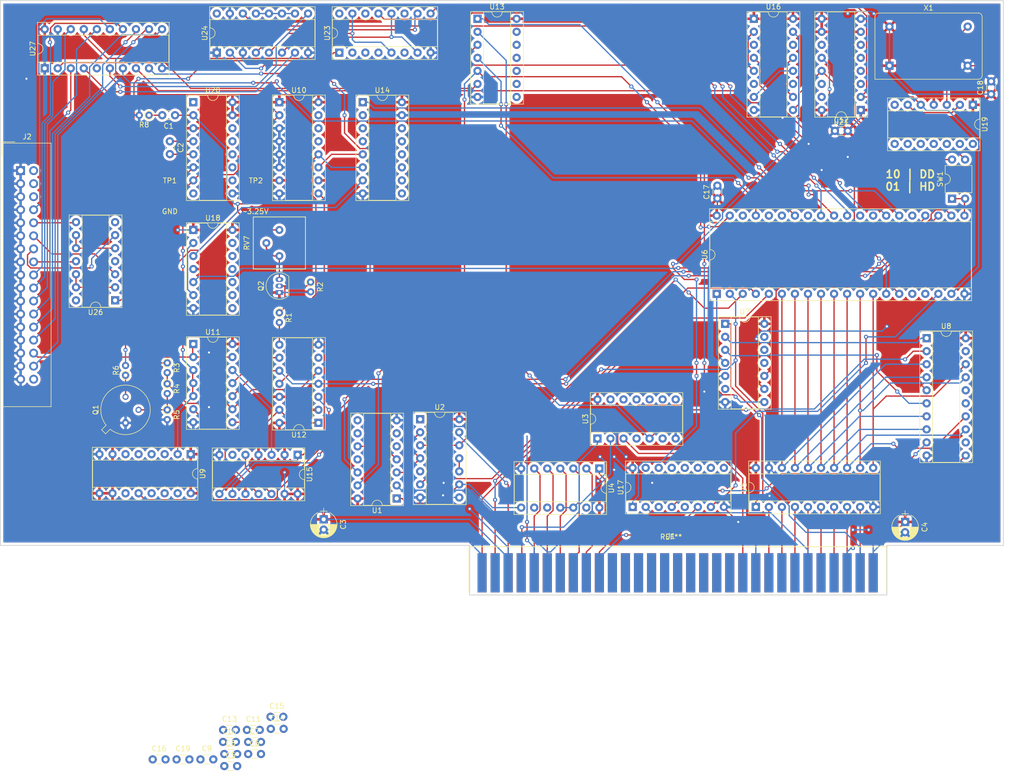
<source format=kicad_pcb>
(kicad_pcb (version 20171130) (host pcbnew "(5.0.2)-1")
  (title_block (title "HD FDC") (rev 1.0) (company "Unchecked Cast") (comment 4 "A floppy controller for 3.5\" High Density floppies"))
  (layers (0 F.Cu signal) (31 B.Cu signal) (34 B.Paste user) (35 F.Paste user) (36 B.SilkS user) (37 F.SilkS user) (38 B.Mask user) (39 F.Mask user) (44 Edge.Cuts user))
  (net 0 "")
  (net 1 "Net-(C1-Pad2)")
  (net 2 "Net-(C1-Pad1)")
  (net 3 "Net-(C2-Pad1)")
  (net 4 "Net-(C2-Pad2)")
  (net 5 /A0)
  (net 6 /A1)
  (net 7 /A2)
  (net 8 "Net-(J1-Pad59)")
  (net 9 "Net-(J1-Pad58)")
  (net 10 "Net-(J1-Pad57)")
  (net 11 "Net-(J1-Pad56)")
  (net 12 "Net-(J1-Pad55)")
  (net 13 "Net-(J1-Pad54)")
  (net 14 "Net-(J1-Pad53)")
  (net 15 /AEN)
  (net 16 /DB0)
  (net 17 /DB1)
  (net 18 /DB2)
  (net 19 /DB3)
  (net 20 /DB4)
  (net 21 /DB5)
  (net 22 /DB6)
  (net 23 /DB7)
  (net 24 GND)
  (net 25 +5V)
  (net 26 /TC)
  (net 27 /~DACK)
  (net 28 /IRQ6)
  (net 29 /RESET)
  (net 30 /DRQ2)
  (net 31 /~INDEX)
  (net 32 /~MOTEA)
  (net 33 /~DRVSB)
  (net 34 /~DRVSA)
  (net 35 /~MOTEB)
  (net 36 /~DIR)
  (net 37 /~STEP)
  (net 38 /~WDATA)
  (net 39 /~WGATE)
  (net 40 /~TRK00)
  (net 41 /~WPT)
  (net 42 /~RDATA)
  (net 43 /~SIDE1)
  (net 44 "Net-(R1-Pad2)")
  (net 45 "Net-(Q2-Pad2)")
  (net 46 "Net-(R3-Pad2)")
  (net 47 "Net-(Q1-Pad2)")
  (net 48 "Net-(Q1-Pad3)")
  (net 49 "Net-(Q2-Pad3)")
  (net 50 /ADDR)
  (net 51 "Net-(U1-Pad3)")
  (net 52 /~RD)
  (net 53 /~WR)
  (net 54 "Net-(U2-Pad10)")
  (net 55 "Net-(U2-Pad8)")
  (net 56 "Net-(U3-Pad1)")
  (net 57 /DRQ)
  (net 58 /D1)
  (net 59 /D7)
  (net 60 /D0)
  (net 61 /D6)
  (net 62 /D5)
  (net 63 /D4)
  (net 64 /D3)
  (net 65 /D2)
  (net 66 /RST)
  (net 67 "Net-(U7-Pad2)")
  (net 68 /DMA_GATE)
  (net 69 "Net-(U13-Pad1)")
  (net 70 /PLL/8MHZ_NOM)
  (net 71 "Net-(U12-Pad3)")
  (net 72 "Net-(U10-Pad9)")
  (net 73 /PLL/500KHZ)
  (net 74 /PLL/1MHZ)
  (net 75 /2MHZ)
  (net 76 "Net-(U11-Pad6)")
  (net 77 "Net-(U11-Pad12)")
  (net 78 "Net-(U11-Pad11)")
  (net 79 /PLL/VCO_SYNC)
  (net 80 "Net-(U11-Pad8)")
  (net 81 "Net-(U14-Pad7)")
  (net 82 /PLL/MFM)
  (net 83 "Net-(U15-Pad12)")
  (net 84 /PLL/DOUT)
  (net 85 "Net-(U16-Pad2)")
  (net 86 "Net-(U16-Pad10)")
  (net 87 "Net-(U16-Pad12)")
  (net 88 "Net-(U16-Pad15)")
  (net 89 "Net-(U18-Pad2)")
  (net 90 /PLL/DATA_WINDOW)
  (net 91 /INT)
  (net 92 "Net-(U7-Pad3)")
  (net 93 "Net-(U19-Pad2)")
  (net 94 "Net-(U19-Pad3)")
  (net 95 /1MHZ)
  (net 96 /8MHZ)
  (net 97 "Net-(SW1-Pad1)")
  (net 98 /~DACK2)
  (net 99 /TCDACK)
  (net 100 "Net-(U1-Pad10)")
  (net 101 /TRK0)
  (net 102 /TRK00)
  (net 103 "Net-(U1-Pad6)")
  (net 104 /SEEK)
  (net 105 "Net-(U26-Pad4)")
  (net 106 "Net-(U13-Pad2)")
  (net 107 "Net-(U3-Pad6)")
  (net 108 /FR_STEP)
  (net 109 /WPT)
  (net 110 /PS0)
  (net 111 /PS1)
  (net 112 /WDATA)
  (net 113 /SELU)
  (net 114 /WE)
  (net 115 "Net-(U26-Pad12)")
  (net 116 "Net-(U26-Pad10)")
  (net 117 "Net-(U13-Pad6)")
  (net 118 "Net-(U13-Pad3)")
  (net 119 /WLATE)
  (net 120 /WNORMAL)
  (net 121 /WEARLY)
  (net 122 /WDATU)
  (net 123 /LCT_DIR)
  (net 124 /DIRU)
  (module Capacitors_THT:C_Disc_D3.0mm_W1.6mm_P2.50mm (layer F.Cu) (at 100.076 57.912 180)
    (fp_text reference C1 (at 1.25 -2.11 180) (layer F.SilkS))
    (fp_text value 100p)
    (pad 2 thru_hole circle (at 2.5 0 180) (size 1.6 1.6) (drill 0.8) (layers *.Cu *.Mask) (net 1 "Net-(C1-Pad2)"))
    (pad 1 thru_hole circle (at 0 0 180) (size 1.6 1.6) (drill 0.8) (layers *.Cu *.Mask) (net 2 "Net-(C1-Pad1)"))
  )
  (module Capacitors_THT:C_Disc_D3.0mm_W1.6mm_P2.50mm (layer F.Cu) (at 99.06 62.992 270)
    (fp_text reference C2 (at 1.25 -2.11 270) (layer F.SilkS))
    (fp_text value 33p)
    (pad 1 thru_hole circle (at 0 0 270) (size 1.6 1.6) (drill 0.8) (layers *.Cu *.Mask) (net 3 "Net-(C2-Pad1)"))
    (pad 2 thru_hole circle (at 2.5 0 270) (size 1.6 1.6) (drill 0.8) (layers *.Cu *.Mask) (net 4 "Net-(C2-Pad2)"))
  )
  (module RetPC:8Bit_ISA_BUS (layer F.Cu) (at 196.723 139.446)
    (fp_text reference J1 (at 0 0.5) (layer F.SilkS))
    (fp_text value Bus_ISA_8bit)
    (fp_text user REF** (at 0 0.63) (layer F.SilkS))
    (pad 62 connect rect (at -36.83 7.62) (size 1.78 7.62) (layers F.Cu F.Mask) (net 5 /A0))
    (pad 61 connect rect (at -34.29 7.62) (size 1.78 7.62) (layers F.Cu F.Mask) (net 6 /A1))
    (pad 60 connect rect (at -31.75 7.62) (size 1.78 7.62) (layers F.Cu F.Mask) (net 7 /A2))
    (pad 59 connect rect (at -29.21 7.62) (size 1.78 7.62) (layers F.Cu F.Mask) (net 8 "Net-(J1-Pad59)"))
    (pad 58 connect rect (at -26.67 7.62) (size 1.78 7.62) (layers F.Cu F.Mask) (net 9 "Net-(J1-Pad58)"))
    (pad 57 connect rect (at -24.13 7.62) (size 1.78 7.62) (layers F.Cu F.Mask) (net 10 "Net-(J1-Pad57)"))
    (pad 56 connect rect (at -21.59 7.62) (size 1.78 7.62) (layers F.Cu F.Mask) (net 11 "Net-(J1-Pad56)"))
    (pad 55 connect rect (at -19.05 7.62) (size 1.78 7.62) (layers F.Cu F.Mask) (net 12 "Net-(J1-Pad55)"))
    (pad 54 connect rect (at -16.51 7.62) (size 1.78 7.62) (layers F.Cu F.Mask) (net 13 "Net-(J1-Pad54)"))
    (pad 53 connect rect (at -13.97 7.62) (size 1.78 7.62) (layers F.Cu F.Mask) (net 14 "Net-(J1-Pad53)"))
    (pad 52 connect rect (at -11.43 7.62) (size 1.78 7.62) (layers F.Cu F.Mask))
    (pad 51 connect rect (at -8.89 7.62) (size 1.78 7.62) (layers F.Cu F.Mask))
    (pad 50 connect rect (at -6.35 7.62) (size 1.78 7.62) (layers F.Cu F.Mask))
    (pad 49 connect rect (at -3.81 7.62) (size 1.78 7.62) (layers F.Cu F.Mask))
    (pad 48 connect rect (at -1.27 7.62) (size 1.78 7.62) (layers F.Cu F.Mask))
    (pad 47 connect rect (at 1.27 7.62) (size 1.78 7.62) (layers F.Cu F.Mask))
    (pad 46 connect rect (at 3.81 7.62) (size 1.78 7.62) (layers F.Cu F.Mask))
    (pad 45 connect rect (at 6.35 7.62) (size 1.78 7.62) (layers F.Cu F.Mask))
    (pad 44 connect rect (at 8.89 7.62) (size 1.78 7.62) (layers F.Cu F.Mask))
    (pad 43 connect rect (at 11.43 7.62) (size 1.78 7.62) (layers F.Cu F.Mask))
    (pad 42 connect rect (at 13.97 7.62) (size 1.78 7.62) (layers F.Cu F.Mask) (net 15 /AEN))
    (pad 41 connect rect (at 16.51 7.62) (size 1.78 7.62) (layers F.Cu F.Mask))
    (pad 40 connect rect (at 19.05 7.62) (size 1.78 7.62) (layers F.Cu F.Mask) (net 16 /DB0))
    (pad 39 connect rect (at 21.59 7.62) (size 1.78 7.62) (layers F.Cu F.Mask) (net 17 /DB1))
    (pad 38 connect rect (at 24.13 7.62) (size 1.78 7.62) (layers F.Cu F.Mask) (net 18 /DB2))
    (pad 37 connect rect (at 26.67 7.62) (size 1.78 7.62) (layers F.Cu F.Mask) (net 19 /DB3))
    (pad 36 connect rect (at 29.21 7.62) (size 1.78 7.62) (layers F.Cu F.Mask) (net 20 /DB4))
    (pad 35 connect rect (at 31.75 7.62) (size 1.78 7.62) (layers F.Cu F.Mask) (net 21 /DB5))
    (pad 34 connect rect (at 34.29 7.62) (size 1.78 7.62) (layers F.Cu F.Mask) (net 22 /DB6))
    (pad 33 connect rect (at 36.83 7.62) (size 1.78 7.62) (layers F.Cu F.Mask) (net 23 /DB7))
    (pad 32 connect rect (at 39.37 7.62) (size 1.78 7.62) (layers F.Cu F.Mask))
    (pad 31 connect rect (at -36.83 7.62) (size 1.78 7.62) (layers B.Cu B.Mask) (net 24 GND))
    (pad 30 connect rect (at -34.29 7.62) (size 1.78 7.62) (layers B.Cu B.Mask))
    (pad 29 connect rect (at -31.75 7.62) (size 1.78 7.62) (layers B.Cu B.Mask) (net 25 +5V))
    (pad 28 connect rect (at -29.21 7.62) (size 1.78 7.62) (layers B.Cu B.Mask))
    (pad 27 connect rect (at -26.67 7.62) (size 1.78 7.62) (layers B.Cu B.Mask) (net 26 /TC))
    (pad 26 connect rect (at -24.13 7.62) (size 1.78 7.62) (layers B.Cu B.Mask) (net 98 /~DACK2))
    (pad 25 connect rect (at -21.59 7.62) (size 1.78 7.62) (layers B.Cu B.Mask))
    (pad 24 connect rect (at -19.05 7.62) (size 1.78 7.62) (layers B.Cu B.Mask))
    (pad 23 connect rect (at -16.51 7.62) (size 1.78 7.62) (layers B.Cu B.Mask))
    (pad 22 connect rect (at -13.97 7.62) (size 1.78 7.62) (layers B.Cu B.Mask) (net 28 /IRQ6))
    (pad 21 connect rect (at -11.43 7.62) (size 1.78 7.62) (layers B.Cu B.Mask))
    (pad 20 connect rect (at -8.89 7.62) (size 1.78 7.62) (layers B.Cu B.Mask))
    (pad 19 connect rect (at -6.35 7.62) (size 1.78 7.62) (layers B.Cu B.Mask))
    (pad 18 connect rect (at -3.81 7.62) (size 1.78 7.62) (layers B.Cu B.Mask))
    (pad 17 connect rect (at -1.27 7.62) (size 1.78 7.62) (layers B.Cu B.Mask))
    (pad 16 connect rect (at 1.27 7.62) (size 1.78 7.62) (layers B.Cu B.Mask))
    (pad 15 connect rect (at 3.81 7.62) (size 1.78 7.62) (layers B.Cu B.Mask))
    (pad 14 connect rect (at 6.35 7.62) (size 1.78 7.62) (layers B.Cu B.Mask))
    (pad 13 connect rect (at 8.89 7.62) (size 1.78 7.62) (layers B.Cu B.Mask))
    (pad 12 connect rect (at 11.43 7.62) (size 1.78 7.62) (layers B.Cu B.Mask))
    (pad 11 connect rect (at 13.97 7.62) (size 1.78 7.62) (layers B.Cu B.Mask))
    (pad 7 connect rect (at 24.13 7.62) (size 1.78 7.62) (layers B.Cu B.Mask))
    (pad 10 connect rect (at 16.51 7.62) (size 1.78 7.62) (layers B.Cu B.Mask) (net 24 GND))
    (pad 9 connect rect (at 19.05 7.62) (size 1.78 7.62) (layers B.Cu B.Mask))
    (pad 8 connect rect (at 21.59 7.62) (size 1.78 7.62) (layers B.Cu B.Mask))
    (pad 2 connect rect (at 36.83 7.62) (size 1.78 7.62) (layers B.Cu B.Mask) (net 29 /RESET))
    (pad 5 connect rect (at 29.21 7.62) (size 1.78 7.62) (layers B.Cu B.Mask))
    (pad 6 connect rect (at 26.67 7.62) (size 1.78 7.62) (layers B.Cu B.Mask) (net 30 /DRQ2))
    (pad 3 connect rect (at 34.29 7.62) (size 1.78 7.62) (layers B.Cu B.Mask) (net 25 +5V))
    (pad 4 connect rect (at 31.75 7.62) (size 1.78 7.62) (layers B.Cu B.Mask))
    (pad 1 connect rect (at 39.37 7.62) (size 1.78 7.62) (layers B.Cu B.Mask) (net 24 GND))
  )
  (module IDC:IDC-Header_2x17_P2.54mm_Vertical (layer F.Cu) (at 69.977 68.707)
    (fp_text reference J2 (at 1.27 -6.604) (layer F.SilkS))
    (fp_text value "Floppy IDC")
    (pad 1 thru_hole rect (at 0 0) (size 1.7272 1.7272) (drill 1.016) (layers *.Cu *.Mask) (net 24 GND))
    (pad 2 thru_hole oval (at 2.54 0) (size 1.7272 1.7272) (drill 1.016) (layers *.Cu *.Mask))
    (pad 3 thru_hole oval (at 0 2.54) (size 1.7272 1.7272) (drill 1.016) (layers *.Cu *.Mask) (net 24 GND))
    (pad 4 thru_hole oval (at 2.54 2.54) (size 1.7272 1.7272) (drill 1.016) (layers *.Cu *.Mask))
    (pad 5 thru_hole oval (at 0 5.08) (size 1.7272 1.7272) (drill 1.016) (layers *.Cu *.Mask) (net 24 GND))
    (pad 6 thru_hole oval (at 2.54 5.08) (size 1.7272 1.7272) (drill 1.016) (layers *.Cu *.Mask))
    (pad 7 thru_hole oval (at 0 7.62) (size 1.7272 1.7272) (drill 1.016) (layers *.Cu *.Mask) (net 24 GND))
    (pad 8 thru_hole oval (at 2.54 7.62) (size 1.7272 1.7272) (drill 1.016) (layers *.Cu *.Mask) (net 31 /~INDEX))
    (pad 9 thru_hole oval (at 0 10.16) (size 1.7272 1.7272) (drill 1.016) (layers *.Cu *.Mask) (net 24 GND))
    (pad 10 thru_hole oval (at 2.54 10.16) (size 1.7272 1.7272) (drill 1.016) (layers *.Cu *.Mask) (net 32 /~MOTEA))
    (pad 11 thru_hole oval (at 0 12.7) (size 1.7272 1.7272) (drill 1.016) (layers *.Cu *.Mask) (net 24 GND))
    (pad 12 thru_hole oval (at 2.54 12.7) (size 1.7272 1.7272) (drill 1.016) (layers *.Cu *.Mask) (net 33 /~DRVSB))
    (pad 13 thru_hole oval (at 0 15.24) (size 1.7272 1.7272) (drill 1.016) (layers *.Cu *.Mask) (net 24 GND))
    (pad 14 thru_hole oval (at 2.54 15.24) (size 1.7272 1.7272) (drill 1.016) (layers *.Cu *.Mask) (net 34 /~DRVSA))
    (pad 15 thru_hole oval (at 0 17.78) (size 1.7272 1.7272) (drill 1.016) (layers *.Cu *.Mask) (net 24 GND))
    (pad 16 thru_hole oval (at 2.54 17.78) (size 1.7272 1.7272) (drill 1.016) (layers *.Cu *.Mask) (net 35 /~MOTEB))
    (pad 17 thru_hole oval (at 0 20.32) (size 1.7272 1.7272) (drill 1.016) (layers *.Cu *.Mask) (net 24 GND))
    (pad 18 thru_hole oval (at 2.54 20.32) (size 1.7272 1.7272) (drill 1.016) (layers *.Cu *.Mask) (net 36 /~DIR))
    (pad 19 thru_hole oval (at 0 22.86) (size 1.7272 1.7272) (drill 1.016) (layers *.Cu *.Mask) (net 24 GND))
    (pad 20 thru_hole oval (at 2.54 22.86) (size 1.7272 1.7272) (drill 1.016) (layers *.Cu *.Mask) (net 37 /~STEP))
    (pad 21 thru_hole oval (at 0 25.4) (size 1.7272 1.7272) (drill 1.016) (layers *.Cu *.Mask) (net 24 GND))
    (pad 22 thru_hole oval (at 2.54 25.4) (size 1.7272 1.7272) (drill 1.016) (layers *.Cu *.Mask) (net 38 /~WDATA))
    (pad 23 thru_hole oval (at 0 27.94) (size 1.7272 1.7272) (drill 1.016) (layers *.Cu *.Mask) (net 24 GND))
    (pad 24 thru_hole oval (at 2.54 27.94) (size 1.7272 1.7272) (drill 1.016) (layers *.Cu *.Mask) (net 39 /~WGATE))
    (pad 25 thru_hole oval (at 0 30.48) (size 1.7272 1.7272) (drill 1.016) (layers *.Cu *.Mask) (net 24 GND))
    (pad 26 thru_hole oval (at 2.54 30.48) (size 1.7272 1.7272) (drill 1.016) (layers *.Cu *.Mask) (net 40 /~TRK00))
    (pad 27 thru_hole oval (at 0 33.02) (size 1.7272 1.7272) (drill 1.016) (layers *.Cu *.Mask) (net 24 GND))
    (pad 28 thru_hole oval (at 2.54 33.02) (size 1.7272 1.7272) (drill 1.016) (layers *.Cu *.Mask) (net 41 /~WPT))
    (pad 29 thru_hole oval (at 0 35.56) (size 1.7272 1.7272) (drill 1.016) (layers *.Cu *.Mask) (net 24 GND))
    (pad 30 thru_hole oval (at 2.54 35.56) (size 1.7272 1.7272) (drill 1.016) (layers *.Cu *.Mask) (net 42 /~RDATA))
    (pad 31 thru_hole oval (at 0 38.1) (size 1.7272 1.7272) (drill 1.016) (layers *.Cu *.Mask) (net 24 GND))
    (pad 32 thru_hole oval (at 2.54 38.1) (size 1.7272 1.7272) (drill 1.016) (layers *.Cu *.Mask) (net 43 /~SIDE1))
    (pad 33 thru_hole oval (at 0 40.64) (size 1.7272 1.7272) (drill 1.016) (layers *.Cu *.Mask) (net 24 GND))
    (pad 34 thru_hole oval (at 2.54 40.64) (size 1.7272 1.7272) (drill 1.016) (layers *.Cu *.Mask))
  )
  (module Resistors_THT:R_Axial_DIN0204_L3.6mm_D1.6mm_P1.90mm_Vertical (layer F.Cu) (at 120.396 96.393 270)
    (fp_text reference R1 (at 0.95 -1.86 270) (layer F.SilkS))
    (fp_text value R_Small)
    (pad 2 thru_hole oval (at 1.9 0 270) (size 1.4 1.4) (drill 0.7) (layers *.Cu *.Mask) (net 44 "Net-(R1-Pad2)"))
    (pad 1 thru_hole circle (at 0 0 270) (size 1.4 1.4) (drill 0.7) (layers *.Cu *.Mask) (net 45 "Net-(Q2-Pad2)"))
  )
  (module Resistors_THT:R_Axial_DIN0204_L3.6mm_D1.6mm_P1.90mm_Vertical (layer F.Cu) (at 126.492 90.424 270)
    (fp_text reference R2 (at 0.95 -1.86 270) (layer F.SilkS))
    (fp_text value R_Small)
    (pad 1 thru_hole circle (at 0 0 270) (size 1.4 1.4) (drill 0.7) (layers *.Cu *.Mask) (net 45 "Net-(Q2-Pad2)"))
    (pad 2 thru_hole oval (at 1.9 0 270) (size 1.4 1.4) (drill 0.7) (layers *.Cu *.Mask) (net 25 +5V))
  )
  (module Resistors_THT:R_Axial_DIN0204_L3.6mm_D1.6mm_P1.90mm_Vertical (layer F.Cu) (at 98.552 106.172 270)
    (fp_text reference R3 (at 0.95 -1.86 270) (layer F.SilkS))
    (fp_text value 1k)
    (pad 1 thru_hole circle (at 0 0 270) (size 1.4 1.4) (drill 0.7) (layers *.Cu *.Mask) (net 25 +5V))
    (pad 2 thru_hole oval (at 1.9 0 270) (size 1.4 1.4) (drill 0.7) (layers *.Cu *.Mask) (net 46 "Net-(R3-Pad2)"))
  )
  (module Resistors_THT:R_Axial_DIN0204_L3.6mm_D1.6mm_P1.90mm_Vertical (layer F.Cu) (at 98.552 110.236 270)
    (fp_text reference R4 (at 0.95 -1.86 270) (layer F.SilkS))
    (fp_text value 1k5)
    (pad 2 thru_hole oval (at 1.9 0 270) (size 1.4 1.4) (drill 0.7) (layers *.Cu *.Mask) (net 47 "Net-(Q1-Pad2)"))
    (pad 1 thru_hole circle (at 0 0 270) (size 1.4 1.4) (drill 0.7) (layers *.Cu *.Mask) (net 46 "Net-(R3-Pad2)"))
  )
  (module Resistors_THT:R_Axial_DIN0204_L3.6mm_D1.6mm_P1.90mm_Vertical (layer F.Cu) (at 98.552 115.316 270)
    (fp_text reference R5 (at 0.95 -1.86 270) (layer F.SilkS))
    (fp_text value R)
    (pad 1 thru_hole circle (at 0 0 270) (size 1.4 1.4) (drill 0.7) (layers *.Cu *.Mask) (net 47 "Net-(Q1-Pad2)"))
    (pad 2 thru_hole oval (at 1.9 0 270) (size 1.4 1.4) (drill 0.7) (layers *.Cu *.Mask) (net 24 GND))
  )
  (module Resistors_THT:R_Axial_DIN0204_L3.6mm_D1.6mm_P1.90mm_Vertical (layer F.Cu) (at 90.424 108.58 90)
    (fp_text reference R6 (at 0.95 -1.86 90) (layer F.SilkS))
    (fp_text value 33k)
    (pad 2 thru_hole oval (at 1.9 0 90) (size 1.4 1.4) (drill 0.7) (layers *.Cu *.Mask) (net 2 "Net-(C1-Pad1)"))
    (pad 1 thru_hole circle (at 0 0 90) (size 1.4 1.4) (drill 0.7) (layers *.Cu *.Mask) (net 48 "Net-(Q1-Pad3)"))
  )
  (module Resistors_THT:R_Axial_DIN0204_L3.6mm_D1.6mm_P1.90mm_Vertical (layer F.Cu) (at 94.996 57.912 180)
    (fp_text reference R8 (at 0.95 -1.86 180) (layer F.SilkS))
    (fp_text value 330R)
    (pad 1 thru_hole circle (at 0 0 180) (size 1.4 1.4) (drill 0.7) (layers *.Cu *.Mask) (net 1 "Net-(C1-Pad2)"))
    (pad 2 thru_hole oval (at 1.9 0 180) (size 1.4 1.4) (drill 0.7) (layers *.Cu *.Mask) (net 24 GND))
  )
  (module Housings_DIP:DIP-14_W7.62mm_Socket (layer F.Cu) (at 143.256 132.588 180)
    (fp_text reference U1 (at 3.81 -2.33 180) (layer F.SilkS))
    (fp_text value 74LS08)
    (pad 1 thru_hole rect (at 0 0 180) (size 1.6 1.6) (drill 0.8) (layers *.Cu *.Mask) (net 50 /ADDR))
    (pad 8 thru_hole oval (at 7.62 15.24 180) (size 1.6 1.6) (drill 0.8) (layers *.Cu *.Mask) (net 99 /TCDACK))
    (pad 2 thru_hole oval (at 0 2.54 180) (size 1.6 1.6) (drill 0.8) (layers *.Cu *.Mask) (net 98 /~DACK2))
    (pad 9 thru_hole oval (at 7.62 12.7 180) (size 1.6 1.6) (drill 0.8) (layers *.Cu *.Mask) (net 26 /TC))
    (pad 3 thru_hole oval (at 0 5.08 180) (size 1.6 1.6) (drill 0.8) (layers *.Cu *.Mask) (net 51 "Net-(U1-Pad3)"))
    (pad 10 thru_hole oval (at 7.62 10.16 180) (size 1.6 1.6) (drill 0.8) (layers *.Cu *.Mask) (net 100 "Net-(U1-Pad10)"))
    (pad 4 thru_hole oval (at 0 7.62 180) (size 1.6 1.6) (drill 0.8) (layers *.Cu *.Mask) (net 100 "Net-(U1-Pad10)"))
    (pad 11 thru_hole oval (at 7.62 7.62 180) (size 1.6 1.6) (drill 0.8) (layers *.Cu *.Mask) (net 101 /TRK0))
    (pad 5 thru_hole oval (at 0 10.16 180) (size 1.6 1.6) (drill 0.8) (layers *.Cu *.Mask) (net 68 /DMA_GATE))
    (pad 12 thru_hole oval (at 7.62 5.08 180) (size 1.6 1.6) (drill 0.8) (layers *.Cu *.Mask) (net 102 /TRK00))
    (pad 6 thru_hole oval (at 0 12.7 180) (size 1.6 1.6) (drill 0.8) (layers *.Cu *.Mask) (net 103 "Net-(U1-Pad6)"))
    (pad 13 thru_hole oval (at 7.62 2.54 180) (size 1.6 1.6) (drill 0.8) (layers *.Cu *.Mask) (net 104 /SEEK))
    (pad 7 thru_hole oval (at 0 15.24 180) (size 1.6 1.6) (drill 0.8) (layers *.Cu *.Mask) (net 24 GND))
    (pad 14 thru_hole oval (at 7.62 0 180) (size 1.6 1.6) (drill 0.8) (layers *.Cu *.Mask) (net 25 +5V))
  )
  (module Housings_DIP:DIP-14_W7.62mm_Socket (layer F.Cu) (at 147.828 117.1448)
    (fp_text reference U2 (at 3.81 -2.33) (layer F.SilkS))
    (fp_text value 74LS32)
    (pad 14 thru_hole oval (at 7.62 0) (size 1.6 1.6) (drill 0.8) (layers *.Cu *.Mask) (net 25 +5V))
    (pad 7 thru_hole oval (at 0 15.24) (size 1.6 1.6) (drill 0.8) (layers *.Cu *.Mask) (net 24 GND))
    (pad 13 thru_hole oval (at 7.62 2.54) (size 1.6 1.6) (drill 0.8) (layers *.Cu *.Mask) (net 7 /A2))
    (pad 6 thru_hole oval (at 0 12.7) (size 1.6 1.6) (drill 0.8) (layers *.Cu *.Mask) (net 52 /~RD))
    (pad 12 thru_hole oval (at 7.62 5.08) (size 1.6 1.6) (drill 0.8) (layers *.Cu *.Mask) (net 53 /~WR))
    (pad 5 thru_hole oval (at 0 10.16) (size 1.6 1.6) (drill 0.8) (layers *.Cu *.Mask))
    (pad 11 thru_hole oval (at 7.62 7.62) (size 1.6 1.6) (drill 0.8) (layers *.Cu *.Mask) (net 54 "Net-(U2-Pad10)"))
    (pad 4 thru_hole oval (at 0 7.62) (size 1.6 1.6) (drill 0.8) (layers *.Cu *.Mask) (net 51 "Net-(U1-Pad3)"))
    (pad 10 thru_hole oval (at 7.62 10.16) (size 1.6 1.6) (drill 0.8) (layers *.Cu *.Mask) (net 54 "Net-(U2-Pad10)"))
    (pad 3 thru_hole oval (at 0 5.08) (size 1.6 1.6) (drill 0.8) (layers *.Cu *.Mask) (net 53 /~WR))
    (pad 9 thru_hole oval (at 7.62 12.7) (size 1.6 1.6) (drill 0.8) (layers *.Cu *.Mask) (net 50 /ADDR))
    (pad 2 thru_hole oval (at 0 2.54) (size 1.6 1.6) (drill 0.8) (layers *.Cu *.Mask) (net 51 "Net-(U1-Pad3)"))
    (pad 8 thru_hole oval (at 7.62 15.24) (size 1.6 1.6) (drill 0.8) (layers *.Cu *.Mask) (net 55 "Net-(U2-Pad8)"))
    (pad 1 thru_hole rect (at 0 0) (size 1.6 1.6) (drill 0.8) (layers *.Cu *.Mask))
  )
  (module Housings_DIP:DIP-14_W7.62mm_Socket (layer F.Cu) (at 182.372 120.904 90)
    (fp_text reference U3 (at 3.81 -2.33 90) (layer F.SilkS))
    (fp_text value 74LS02)
    (pad 1 thru_hole rect (at 0 0 90) (size 1.6 1.6) (drill 0.8) (layers *.Cu *.Mask) (net 56 "Net-(U3-Pad1)"))
    (pad 8 thru_hole oval (at 7.62 15.24 90) (size 1.6 1.6) (drill 0.8) (layers *.Cu *.Mask))
    (pad 2 thru_hole oval (at 0 2.54 90) (size 1.6 1.6) (drill 0.8) (layers *.Cu *.Mask) (net 8 "Net-(J1-Pad59)"))
    (pad 9 thru_hole oval (at 7.62 12.7 90) (size 1.6 1.6) (drill 0.8) (layers *.Cu *.Mask))
    (pad 3 thru_hole oval (at 0 5.08 90) (size 1.6 1.6) (drill 0.8) (layers *.Cu *.Mask) (net 15 /AEN))
    (pad 10 thru_hole oval (at 7.62 10.16 90) (size 1.6 1.6) (drill 0.8) (layers *.Cu *.Mask))
    (pad 4 thru_hole oval (at 0 7.62 90) (size 1.6 1.6) (drill 0.8) (layers *.Cu *.Mask) (net 105 "Net-(U26-Pad4)"))
    (pad 11 thru_hole oval (at 7.62 7.62 90) (size 1.6 1.6) (drill 0.8) (layers *.Cu *.Mask))
    (pad 5 thru_hole oval (at 0 10.16 90) (size 1.6 1.6) (drill 0.8) (layers *.Cu *.Mask) (net 106 "Net-(U13-Pad2)"))
    (pad 12 thru_hole oval (at 7.62 5.08 90) (size 1.6 1.6) (drill 0.8) (layers *.Cu *.Mask))
    (pad 6 thru_hole oval (at 0 12.7 90) (size 1.6 1.6) (drill 0.8) (layers *.Cu *.Mask) (net 107 "Net-(U3-Pad6)"))
    (pad 13 thru_hole oval (at 7.62 2.54 90) (size 1.6 1.6) (drill 0.8) (layers *.Cu *.Mask))
    (pad 7 thru_hole oval (at 0 15.24 90) (size 1.6 1.6) (drill 0.8) (layers *.Cu *.Mask) (net 24 GND))
    (pad 14 thru_hole oval (at 7.62 0 90) (size 1.6 1.6) (drill 0.8) (layers *.Cu *.Mask) (net 25 +5V))
  )
  (module Housings_DIP:DIP-14_W7.62mm_Socket (layer F.Cu) (at 182.753 126.746 270)
    (fp_text reference U4 (at 3.81 -2.33 270) (layer F.SilkS))
    (fp_text value 74LS30)
    (pad 14 thru_hole oval (at 7.62 0 270) (size 1.6 1.6) (drill 0.8) (layers *.Cu *.Mask) (net 25 +5V))
    (pad 7 thru_hole oval (at 0 15.24 270) (size 1.6 1.6) (drill 0.8) (layers *.Cu *.Mask) (net 24 GND))
    (pad 13 thru_hole oval (at 7.62 2.54 270) (size 1.6 1.6) (drill 0.8) (layers *.Cu *.Mask))
    (pad 6 thru_hole oval (at 0 12.7 270) (size 1.6 1.6) (drill 0.8) (layers *.Cu *.Mask) (net 9 "Net-(J1-Pad58)"))
    (pad 12 thru_hole oval (at 7.62 5.08 270) (size 1.6 1.6) (drill 0.8) (layers *.Cu *.Mask) (net 56 "Net-(U3-Pad1)"))
    (pad 5 thru_hole oval (at 0 10.16 270) (size 1.6 1.6) (drill 0.8) (layers *.Cu *.Mask) (net 10 "Net-(J1-Pad57)"))
    (pad 11 thru_hole oval (at 7.62 7.62 270) (size 1.6 1.6) (drill 0.8) (layers *.Cu *.Mask) (net 56 "Net-(U3-Pad1)"))
    (pad 4 thru_hole oval (at 0 7.62 270) (size 1.6 1.6) (drill 0.8) (layers *.Cu *.Mask) (net 11 "Net-(J1-Pad56)"))
    (pad 10 thru_hole oval (at 7.62 10.16 270) (size 1.6 1.6) (drill 0.8) (layers *.Cu *.Mask))
    (pad 3 thru_hole oval (at 0 5.08 270) (size 1.6 1.6) (drill 0.8) (layers *.Cu *.Mask) (net 12 "Net-(J1-Pad55)"))
    (pad 9 thru_hole oval (at 7.62 12.7 270) (size 1.6 1.6) (drill 0.8) (layers *.Cu *.Mask))
    (pad 2 thru_hole oval (at 0 2.54 270) (size 1.6 1.6) (drill 0.8) (layers *.Cu *.Mask) (net 13 "Net-(J1-Pad54)"))
    (pad 8 thru_hole oval (at 7.62 15.24 270) (size 1.6 1.6) (drill 0.8) (layers *.Cu *.Mask) (net 50 /ADDR))
    (pad 1 thru_hole rect (at 0 0 270) (size 1.6 1.6) (drill 0.8) (layers *.Cu *.Mask) (net 14 "Net-(J1-Pad53)"))
  )
  (module Housings_DIP:DIP-20_W7.62mm_Socket (layer F.Cu) (at 213.233 134.239 90)
    (fp_text reference U5 (at 3.81 -2.33 90) (layer F.SilkS))
    (fp_text value 74LS245)
    (pad 1 thru_hole rect (at 0 0 90) (size 1.6 1.6) (drill 0.8) (layers *.Cu *.Mask) (net 52 /~RD))
    (pad 11 thru_hole oval (at 7.62 22.86 90) (size 1.6 1.6) (drill 0.8) (layers *.Cu *.Mask) (net 59 /D7))
    (pad 2 thru_hole oval (at 0 2.54 90) (size 1.6 1.6) (drill 0.8) (layers *.Cu *.Mask) (net 16 /DB0))
    (pad 12 thru_hole oval (at 7.62 20.32 90) (size 1.6 1.6) (drill 0.8) (layers *.Cu *.Mask) (net 61 /D6))
    (pad 3 thru_hole oval (at 0 5.08 90) (size 1.6 1.6) (drill 0.8) (layers *.Cu *.Mask) (net 17 /DB1))
    (pad 13 thru_hole oval (at 7.62 17.78 90) (size 1.6 1.6) (drill 0.8) (layers *.Cu *.Mask) (net 62 /D5))
    (pad 4 thru_hole oval (at 0 7.62 90) (size 1.6 1.6) (drill 0.8) (layers *.Cu *.Mask) (net 18 /DB2))
    (pad 14 thru_hole oval (at 7.62 15.24 90) (size 1.6 1.6) (drill 0.8) (layers *.Cu *.Mask) (net 63 /D4))
    (pad 5 thru_hole oval (at 0 10.16 90) (size 1.6 1.6) (drill 0.8) (layers *.Cu *.Mask) (net 19 /DB3))
    (pad 15 thru_hole oval (at 7.62 12.7 90) (size 1.6 1.6) (drill 0.8) (layers *.Cu *.Mask) (net 64 /D3))
    (pad 6 thru_hole oval (at 0 12.7 90) (size 1.6 1.6) (drill 0.8) (layers *.Cu *.Mask) (net 20 /DB4))
    (pad 16 thru_hole oval (at 7.62 10.16 90) (size 1.6 1.6) (drill 0.8) (layers *.Cu *.Mask) (net 65 /D2))
    (pad 7 thru_hole oval (at 0 15.24 90) (size 1.6 1.6) (drill 0.8) (layers *.Cu *.Mask) (net 21 /DB5))
    (pad 17 thru_hole oval (at 7.62 7.62 90) (size 1.6 1.6) (drill 0.8) (layers *.Cu *.Mask) (net 58 /D1))
    (pad 8 thru_hole oval (at 0 17.78 90) (size 1.6 1.6) (drill 0.8) (layers *.Cu *.Mask) (net 22 /DB6))
    (pad 18 thru_hole oval (at 7.62 5.08 90) (size 1.6 1.6) (drill 0.8) (layers *.Cu *.Mask) (net 60 /D0))
    (pad 9 thru_hole oval (at 0 20.32 90) (size 1.6 1.6) (drill 0.8) (layers *.Cu *.Mask) (net 23 /DB7))
    (pad 19 thru_hole oval (at 7.62 2.54 90) (size 1.6 1.6) (drill 0.8) (layers *.Cu *.Mask) (net 24 GND))
    (pad 10 thru_hole oval (at 0 22.86 90) (size 1.6 1.6) (drill 0.8) (layers *.Cu *.Mask) (net 24 GND))
    (pad 20 thru_hole oval (at 7.62 0 90) (size 1.6 1.6) (drill 0.8) (layers *.Cu *.Mask) (net 25 +5V))
  )
  (module Housings_DIP:DIP-14_W7.62mm_Socket (layer F.Cu) (at 207.264 98.552)
    (fp_text reference U7 (at 3.81 -2.33) (layer F.SilkS))
    (fp_text value 74LS04)
    (pad 1 thru_hole rect (at 0 0) (size 1.6 1.6) (drill 0.8) (layers *.Cu *.Mask) (net 29 /RESET))
    (pad 8 thru_hole oval (at 7.62 15.24) (size 1.6 1.6) (drill 0.8) (layers *.Cu *.Mask) (net 69 "Net-(U13-Pad1)"))
    (pad 2 thru_hole oval (at 0 2.54) (size 1.6 1.6) (drill 0.8) (layers *.Cu *.Mask) (net 67 "Net-(U7-Pad2)"))
    (pad 9 thru_hole oval (at 7.62 12.7) (size 1.6 1.6) (drill 0.8) (layers *.Cu *.Mask) (net 107 "Net-(U3-Pad6)"))
    (pad 3 thru_hole oval (at 0 5.08) (size 1.6 1.6) (drill 0.8) (layers *.Cu *.Mask) (net 92 "Net-(U7-Pad3)"))
    (pad 10 thru_hole oval (at 7.62 10.16) (size 1.6 1.6) (drill 0.8) (layers *.Cu *.Mask) (net 27 /~DACK))
    (pad 4 thru_hole oval (at 0 7.62) (size 1.6 1.6) (drill 0.8) (layers *.Cu *.Mask) (net 66 /RST))
    (pad 11 thru_hole oval (at 7.62 7.62) (size 1.6 1.6) (drill 0.8) (layers *.Cu *.Mask) (net 103 "Net-(U1-Pad6)"))
    (pad 5 thru_hole oval (at 0 10.16) (size 1.6 1.6) (drill 0.8) (layers *.Cu *.Mask) (net 98 /~DACK2))
    (pad 12 thru_hole oval (at 7.62 5.08) (size 1.6 1.6) (drill 0.8) (layers *.Cu *.Mask))
    (pad 6 thru_hole oval (at 0 12.7) (size 1.6 1.6) (drill 0.8) (layers *.Cu *.Mask) (net 100 "Net-(U1-Pad10)"))
    (pad 13 thru_hole oval (at 7.62 2.54) (size 1.6 1.6) (drill 0.8) (layers *.Cu *.Mask))
    (pad 7 thru_hole oval (at 0 15.24) (size 1.6 1.6) (drill 0.8) (layers *.Cu *.Mask) (net 24 GND))
    (pad 14 thru_hole oval (at 7.62 0) (size 1.6 1.6) (drill 0.8) (layers *.Cu *.Mask) (net 25 +5V))
  )
  (module Housings_DIP:DIP-20_W7.62mm_Socket (layer F.Cu) (at 246.507 101.346)
    (fp_text reference U8 (at 3.81 -2.33) (layer F.SilkS))
    (fp_text value 74LS273)
    (pad 20 thru_hole oval (at 7.62 0) (size 1.6 1.6) (drill 0.8) (layers *.Cu *.Mask) (net 25 +5V))
    (pad 10 thru_hole oval (at 0 22.86) (size 1.6 1.6) (drill 0.8) (layers *.Cu *.Mask) (net 24 GND))
    (pad 19 thru_hole oval (at 7.62 2.54) (size 1.6 1.6) (drill 0.8) (layers *.Cu *.Mask))
    (pad 9 thru_hole oval (at 0 20.32) (size 1.6 1.6) (drill 0.8) (layers *.Cu *.Mask) (net 68 /DMA_GATE))
    (pad 18 thru_hole oval (at 7.62 5.08) (size 1.6 1.6) (drill 0.8) (layers *.Cu *.Mask) (net 59 /D7))
    (pad 8 thru_hole oval (at 0 17.78) (size 1.6 1.6) (drill 0.8) (layers *.Cu *.Mask) (net 64 /D3))
    (pad 17 thru_hole oval (at 7.62 7.62) (size 1.6 1.6) (drill 0.8) (layers *.Cu *.Mask) (net 61 /D6))
    (pad 7 thru_hole oval (at 0 15.24) (size 1.6 1.6) (drill 0.8) (layers *.Cu *.Mask) (net 65 /D2))
    (pad 16 thru_hole oval (at 7.62 10.16) (size 1.6 1.6) (drill 0.8) (layers *.Cu *.Mask))
    (pad 6 thru_hole oval (at 0 12.7) (size 1.6 1.6) (drill 0.8) (layers *.Cu *.Mask) (net 92 "Net-(U7-Pad3)"))
    (pad 15 thru_hole oval (at 7.62 12.7) (size 1.6 1.6) (drill 0.8) (layers *.Cu *.Mask) (net 115 "Net-(U26-Pad12)"))
    (pad 5 thru_hole oval (at 0 10.16) (size 1.6 1.6) (drill 0.8) (layers *.Cu *.Mask) (net 107 "Net-(U3-Pad6)"))
    (pad 14 thru_hole oval (at 7.62 15.24) (size 1.6 1.6) (drill 0.8) (layers *.Cu *.Mask) (net 62 /D5))
    (pad 4 thru_hole oval (at 0 7.62) (size 1.6 1.6) (drill 0.8) (layers *.Cu *.Mask) (net 58 /D1))
    (pad 13 thru_hole oval (at 7.62 17.78) (size 1.6 1.6) (drill 0.8) (layers *.Cu *.Mask) (net 63 /D4))
    (pad 3 thru_hole oval (at 0 5.08) (size 1.6 1.6) (drill 0.8) (layers *.Cu *.Mask) (net 60 /D0))
    (pad 12 thru_hole oval (at 7.62 20.32) (size 1.6 1.6) (drill 0.8) (layers *.Cu *.Mask) (net 116 "Net-(U26-Pad10)"))
    (pad 2 thru_hole oval (at 0 2.54) (size 1.6 1.6) (drill 0.8) (layers *.Cu *.Mask) (net 106 "Net-(U13-Pad2)"))
    (pad 11 thru_hole oval (at 7.62 22.86) (size 1.6 1.6) (drill 0.8) (layers *.Cu *.Mask) (net 55 "Net-(U2-Pad8)"))
    (pad 1 thru_hole rect (at 0 0) (size 1.6 1.6) (drill 0.8) (layers *.Cu *.Mask) (net 67 "Net-(U7-Pad2)"))
  )
  (module Housings_DIP:DIP-16_W7.62mm_Socket (layer F.Cu) (at 103.124 123.952 270)
    (fp_text reference U9 (at 3.81 -2.33 270) (layer F.SilkS))
    (fp_text value 74LS161)
    (pad 1 thru_hole rect (at 0 0 270) (size 1.6 1.6) (drill 0.8) (layers *.Cu *.Mask) (net 25 +5V))
    (pad 9 thru_hole oval (at 7.62 17.78 270) (size 1.6 1.6) (drill 0.8) (layers *.Cu *.Mask) (net 25 +5V))
    (pad 2 thru_hole oval (at 0 2.54 270) (size 1.6 1.6) (drill 0.8) (layers *.Cu *.Mask) (net 70 /PLL/8MHZ_NOM))
    (pad 10 thru_hole oval (at 7.62 15.24 270) (size 1.6 1.6) (drill 0.8) (layers *.Cu *.Mask) (net 25 +5V))
    (pad 3 thru_hole oval (at 0 5.08 270) (size 1.6 1.6) (drill 0.8) (layers *.Cu *.Mask))
    (pad 11 thru_hole oval (at 7.62 12.7 270) (size 1.6 1.6) (drill 0.8) (layers *.Cu *.Mask))
    (pad 4 thru_hole oval (at 0 7.62 270) (size 1.6 1.6) (drill 0.8) (layers *.Cu *.Mask))
    (pad 12 thru_hole oval (at 7.62 10.16 270) (size 1.6 1.6) (drill 0.8) (layers *.Cu *.Mask) (net 71 "Net-(U12-Pad3)"))
    (pad 5 thru_hole oval (at 0 10.16 270) (size 1.6 1.6) (drill 0.8) (layers *.Cu *.Mask))
    (pad 13 thru_hole oval (at 7.62 7.62 270) (size 1.6 1.6) (drill 0.8) (layers *.Cu *.Mask))
    (pad 6 thru_hole oval (at 0 12.7 270) (size 1.6 1.6) (drill 0.8) (layers *.Cu *.Mask))
    (pad 14 thru_hole oval (at 7.62 5.08 270) (size 1.6 1.6) (drill 0.8) (layers *.Cu *.Mask))
    (pad 7 thru_hole oval (at 0 15.24 270) (size 1.6 1.6) (drill 0.8) (layers *.Cu *.Mask) (net 25 +5V))
    (pad 15 thru_hole oval (at 7.62 2.54 270) (size 1.6 1.6) (drill 0.8) (layers *.Cu *.Mask))
    (pad 8 thru_hole oval (at 0 17.78 270) (size 1.6 1.6) (drill 0.8) (layers *.Cu *.Mask) (net 24 GND))
    (pad 16 thru_hole oval (at 7.62 0 270) (size 1.6 1.6) (drill 0.8) (layers *.Cu *.Mask) (net 25 +5V))
  )
  (module Housings_DIP:DIP-16_W7.62mm_Socket (layer F.Cu) (at 120.396 55.372)
    (fp_text reference U10 (at 3.81 -2.33) (layer F.SilkS))
    (fp_text value 74LS161)
    (pad 1 thru_hole rect (at 0 0) (size 1.6 1.6) (drill 0.8) (layers *.Cu *.Mask) (net 25 +5V))
    (pad 9 thru_hole oval (at 7.62 17.78) (size 1.6 1.6) (drill 0.8) (layers *.Cu *.Mask) (net 72 "Net-(U10-Pad9)"))
    (pad 2 thru_hole oval (at 0 2.54) (size 1.6 1.6) (drill 0.8) (layers *.Cu *.Mask) (net 70 /PLL/8MHZ_NOM))
    (pad 10 thru_hole oval (at 7.62 15.24) (size 1.6 1.6) (drill 0.8) (layers *.Cu *.Mask) (net 25 +5V))
    (pad 3 thru_hole oval (at 0 5.08) (size 1.6 1.6) (drill 0.8) (layers *.Cu *.Mask) (net 24 GND))
    (pad 11 thru_hole oval (at 7.62 12.7) (size 1.6 1.6) (drill 0.8) (layers *.Cu *.Mask) (net 73 /PLL/500KHZ))
    (pad 4 thru_hole oval (at 0 7.62) (size 1.6 1.6) (drill 0.8) (layers *.Cu *.Mask) (net 24 GND))
    (pad 12 thru_hole oval (at 7.62 10.16) (size 1.6 1.6) (drill 0.8) (layers *.Cu *.Mask) (net 74 /PLL/1MHZ))
    (pad 5 thru_hole oval (at 0 10.16) (size 1.6 1.6) (drill 0.8) (layers *.Cu *.Mask) (net 24 GND))
    (pad 13 thru_hole oval (at 7.62 7.62) (size 1.6 1.6) (drill 0.8) (layers *.Cu *.Mask))
    (pad 6 thru_hole oval (at 0 12.7) (size 1.6 1.6) (drill 0.8) (layers *.Cu *.Mask) (net 24 GND))
    (pad 14 thru_hole oval (at 7.62 5.08) (size 1.6 1.6) (drill 0.8) (layers *.Cu *.Mask))
    (pad 7 thru_hole oval (at 0 15.24) (size 1.6 1.6) (drill 0.8) (layers *.Cu *.Mask) (net 25 +5V))
    (pad 15 thru_hole oval (at 7.62 2.54) (size 1.6 1.6) (drill 0.8) (layers *.Cu *.Mask))
    (pad 8 thru_hole oval (at 0 17.78) (size 1.6 1.6) (drill 0.8) (layers *.Cu *.Mask) (net 24 GND))
    (pad 16 thru_hole oval (at 7.62 0) (size 1.6 1.6) (drill 0.8) (layers *.Cu *.Mask) (net 25 +5V))
  )
  (module Housings_DIP:DIP-14_W7.62mm_Socket (layer F.Cu) (at 103.632 102.489)
    (fp_text reference U11 (at 3.81 -2.33) (layer F.SilkS))
    (fp_text value 74LS10)
    (pad 14 thru_hole oval (at 7.62 0) (size 1.6 1.6) (drill 0.8) (layers *.Cu *.Mask) (net 25 +5V))
    (pad 7 thru_hole oval (at 0 15.24) (size 1.6 1.6) (drill 0.8) (layers *.Cu *.Mask) (net 24 GND))
    (pad 13 thru_hole oval (at 7.62 2.54) (size 1.6 1.6) (drill 0.8) (layers *.Cu *.Mask) (net 42 /~RDATA))
    (pad 6 thru_hole oval (at 0 12.7) (size 1.6 1.6) (drill 0.8) (layers *.Cu *.Mask) (net 76 "Net-(U11-Pad6)"))
    (pad 12 thru_hole oval (at 7.62 5.08) (size 1.6 1.6) (drill 0.8) (layers *.Cu *.Mask) (net 77 "Net-(U11-Pad12)"))
    (pad 5 thru_hole oval (at 0 10.16) (size 1.6 1.6) (drill 0.8) (layers *.Cu *.Mask) (net 70 /PLL/8MHZ_NOM))
    (pad 11 thru_hole oval (at 7.62 7.62) (size 1.6 1.6) (drill 0.8) (layers *.Cu *.Mask) (net 78 "Net-(U11-Pad11)"))
    (pad 4 thru_hole oval (at 0 7.62) (size 1.6 1.6) (drill 0.8) (layers *.Cu *.Mask) (net 70 /PLL/8MHZ_NOM))
    (pad 10 thru_hole oval (at 7.62 10.16) (size 1.6 1.6) (drill 0.8) (layers *.Cu *.Mask) (net 79 /PLL/VCO_SYNC))
    (pad 3 thru_hole oval (at 0 5.08) (size 1.6 1.6) (drill 0.8) (layers *.Cu *.Mask) (net 70 /PLL/8MHZ_NOM))
    (pad 9 thru_hole oval (at 7.62 12.7) (size 1.6 1.6) (drill 0.8) (layers *.Cu *.Mask) (net 46 "Net-(R3-Pad2)"))
    (pad 2 thru_hole oval (at 0 2.54) (size 1.6 1.6) (drill 0.8) (layers *.Cu *.Mask) (net 42 /~RDATA))
    (pad 8 thru_hole oval (at 7.62 15.24) (size 1.6 1.6) (drill 0.8) (layers *.Cu *.Mask) (net 80 "Net-(U11-Pad8)"))
    (pad 1 thru_hole rect (at 0 0) (size 1.6 1.6) (drill 0.8) (layers *.Cu *.Mask) (net 42 /~RDATA))
  )
  (module Housings_DIP:DIP-14_W7.62mm_Socket (layer F.Cu) (at 128.016 117.856 180)
    (fp_text reference U12 (at 3.81 -2.33 180) (layer F.SilkS))
    (fp_text value 74LS74)
    (pad 1 thru_hole rect (at 0 0 180) (size 1.6 1.6) (drill 0.8) (layers *.Cu *.Mask) (net 80 "Net-(U11-Pad8)"))
    (pad 8 thru_hole oval (at 7.62 15.24 180) (size 1.6 1.6) (drill 0.8) (layers *.Cu *.Mask) (net 44 "Net-(R1-Pad2)"))
    (pad 2 thru_hole oval (at 0 2.54 180) (size 1.6 1.6) (drill 0.8) (layers *.Cu *.Mask) (net 25 +5V))
    (pad 9 thru_hole oval (at 7.62 12.7 180) (size 1.6 1.6) (drill 0.8) (layers *.Cu *.Mask) (net 78 "Net-(U11-Pad11)"))
    (pad 3 thru_hole oval (at 0 5.08 180) (size 1.6 1.6) (drill 0.8) (layers *.Cu *.Mask) (net 71 "Net-(U12-Pad3)"))
    (pad 10 thru_hole oval (at 7.62 10.16 180) (size 1.6 1.6) (drill 0.8) (layers *.Cu *.Mask) (net 79 /PLL/VCO_SYNC))
    (pad 4 thru_hole oval (at 0 7.62 180) (size 1.6 1.6) (drill 0.8) (layers *.Cu *.Mask) (net 79 /PLL/VCO_SYNC))
    (pad 11 thru_hole oval (at 7.62 7.62 180) (size 1.6 1.6) (drill 0.8) (layers *.Cu *.Mask) (net 74 /PLL/1MHZ))
    (pad 5 thru_hole oval (at 0 10.16 180) (size 1.6 1.6) (drill 0.8) (layers *.Cu *.Mask) (net 46 "Net-(R3-Pad2)"))
    (pad 12 thru_hole oval (at 7.62 5.08 180) (size 1.6 1.6) (drill 0.8) (layers *.Cu *.Mask) (net 25 +5V))
    (pad 6 thru_hole oval (at 0 12.7 180) (size 1.6 1.6) (drill 0.8) (layers *.Cu *.Mask))
    (pad 13 thru_hole oval (at 7.62 2.54 180) (size 1.6 1.6) (drill 0.8) (layers *.Cu *.Mask) (net 80 "Net-(U11-Pad8)"))
    (pad 7 thru_hole oval (at 0 15.24 180) (size 1.6 1.6) (drill 0.8) (layers *.Cu *.Mask) (net 24 GND))
    (pad 14 thru_hole oval (at 7.62 0 180) (size 1.6 1.6) (drill 0.8) (layers *.Cu *.Mask) (net 25 +5V))
  )
  (module Housings_DIP:DIP-16_W7.62mm_Socket (layer F.Cu) (at 136.652 55.372)
    (fp_text reference U14 (at 3.81 -2.33) (layer F.SilkS))
    (fp_text value 74LS157)
    (pad 16 thru_hole oval (at 7.62 0) (size 1.6 1.6) (drill 0.8) (layers *.Cu *.Mask) (net 25 +5V))
    (pad 8 thru_hole oval (at 0 17.78) (size 1.6 1.6) (drill 0.8) (layers *.Cu *.Mask) (net 24 GND))
    (pad 15 thru_hole oval (at 7.62 2.54) (size 1.6 1.6) (drill 0.8) (layers *.Cu *.Mask) (net 24 GND))
    (pad 7 thru_hole oval (at 0 15.24) (size 1.6 1.6) (drill 0.8) (layers *.Cu *.Mask) (net 81 "Net-(U14-Pad7)"))
    (pad 14 thru_hole oval (at 7.62 5.08) (size 1.6 1.6) (drill 0.8) (layers *.Cu *.Mask))
    (pad 6 thru_hole oval (at 0 12.7) (size 1.6 1.6) (drill 0.8) (layers *.Cu *.Mask) (net 74 /PLL/1MHZ))
    (pad 13 thru_hole oval (at 7.62 7.62) (size 1.6 1.6) (drill 0.8) (layers *.Cu *.Mask))
    (pad 5 thru_hole oval (at 0 10.16) (size 1.6 1.6) (drill 0.8) (layers *.Cu *.Mask) (net 73 /PLL/500KHZ))
    (pad 12 thru_hole oval (at 7.62 10.16) (size 1.6 1.6) (drill 0.8) (layers *.Cu *.Mask))
    (pad 4 thru_hole oval (at 0 7.62) (size 1.6 1.6) (drill 0.8) (layers *.Cu *.Mask))
    (pad 11 thru_hole oval (at 7.62 12.7) (size 1.6 1.6) (drill 0.8) (layers *.Cu *.Mask))
    (pad 3 thru_hole oval (at 0 5.08) (size 1.6 1.6) (drill 0.8) (layers *.Cu *.Mask))
    (pad 10 thru_hole oval (at 7.62 15.24) (size 1.6 1.6) (drill 0.8) (layers *.Cu *.Mask))
    (pad 2 thru_hole oval (at 0 2.54) (size 1.6 1.6) (drill 0.8) (layers *.Cu *.Mask))
    (pad 9 thru_hole oval (at 7.62 17.78) (size 1.6 1.6) (drill 0.8) (layers *.Cu *.Mask))
    (pad 1 thru_hole rect (at 0 0) (size 1.6 1.6) (drill 0.8) (layers *.Cu *.Mask) (net 82 /PLL/MFM))
  )
  (module Housings_DIP:DIP-14_W7.62mm_Socket (layer F.Cu) (at 123.952 124.079 270)
    (fp_text reference U15 (at 3.81 -2.33 270) (layer F.SilkS))
    (fp_text value 74LS74)
    (pad 14 thru_hole oval (at 7.62 0 270) (size 1.6 1.6) (drill 0.8) (layers *.Cu *.Mask) (net 25 +5V))
    (pad 7 thru_hole oval (at 0 15.24 270) (size 1.6 1.6) (drill 0.8) (layers *.Cu *.Mask) (net 24 GND))
    (pad 13 thru_hole oval (at 7.62 2.54 270) (size 1.6 1.6) (drill 0.8) (layers *.Cu *.Mask) (net 25 +5V))
    (pad 6 thru_hole oval (at 0 12.7 270) (size 1.6 1.6) (drill 0.8) (layers *.Cu *.Mask))
    (pad 12 thru_hole oval (at 7.62 5.08 270) (size 1.6 1.6) (drill 0.8) (layers *.Cu *.Mask) (net 83 "Net-(U15-Pad12)"))
    (pad 5 thru_hole oval (at 0 10.16 270) (size 1.6 1.6) (drill 0.8) (layers *.Cu *.Mask) (net 83 "Net-(U15-Pad12)"))
    (pad 11 thru_hole oval (at 7.62 7.62 270) (size 1.6 1.6) (drill 0.8) (layers *.Cu *.Mask) (net 76 "Net-(U11-Pad6)"))
    (pad 4 thru_hole oval (at 0 7.62 270) (size 1.6 1.6) (drill 0.8) (layers *.Cu *.Mask) (net 25 +5V))
    (pad 10 thru_hole oval (at 7.62 10.16 270) (size 1.6 1.6) (drill 0.8) (layers *.Cu *.Mask) (net 25 +5V))
    (pad 3 thru_hole oval (at 0 5.08 270) (size 1.6 1.6) (drill 0.8) (layers *.Cu *.Mask) (net 77 "Net-(U11-Pad12)"))
    (pad 9 thru_hole oval (at 7.62 12.7 270) (size 1.6 1.6) (drill 0.8) (layers *.Cu *.Mask) (net 84 /PLL/DOUT))
    (pad 2 thru_hole oval (at 0 2.54 270) (size 1.6 1.6) (drill 0.8) (layers *.Cu *.Mask) (net 25 +5V))
    (pad 8 thru_hole oval (at 7.62 15.24 270) (size 1.6 1.6) (drill 0.8) (layers *.Cu *.Mask) (net 72 "Net-(U10-Pad9)"))
    (pad 1 thru_hole rect (at 0 0 270) (size 1.6 1.6) (drill 0.8) (layers *.Cu *.Mask) (net 72 "Net-(U10-Pad9)"))
  )
  (module Housings_DIP:DIP-16_W7.62mm_Socket (layer F.Cu) (at 212.852 39.116)
    (fp_text reference U16 (at 3.81 -2.33) (layer F.SilkS))
    (fp_text value 74LS175)
    (pad 1 thru_hole rect (at 0 0) (size 1.6 1.6) (drill 0.8) (layers *.Cu *.Mask) (net 25 +5V))
    (pad 9 thru_hole oval (at 7.62 17.78) (size 1.6 1.6) (drill 0.8) (layers *.Cu *.Mask) (net 75 /2MHZ))
    (pad 2 thru_hole oval (at 0 2.54) (size 1.6 1.6) (drill 0.8) (layers *.Cu *.Mask) (net 85 "Net-(U16-Pad2)"))
    (pad 10 thru_hole oval (at 7.62 15.24) (size 1.6 1.6) (drill 0.8) (layers *.Cu *.Mask) (net 86 "Net-(U16-Pad10)"))
    (pad 3 thru_hole oval (at 0 5.08) (size 1.6 1.6) (drill 0.8) (layers *.Cu *.Mask))
    (pad 11 thru_hole oval (at 7.62 12.7) (size 1.6 1.6) (drill 0.8) (layers *.Cu *.Mask))
    (pad 4 thru_hole oval (at 0 7.62) (size 1.6 1.6) (drill 0.8) (layers *.Cu *.Mask) (net 57 /DRQ))
    (pad 12 thru_hole oval (at 7.62 10.16) (size 1.6 1.6) (drill 0.8) (layers *.Cu *.Mask) (net 87 "Net-(U16-Pad12)"))
    (pad 5 thru_hole oval (at 0 10.16) (size 1.6 1.6) (drill 0.8) (layers *.Cu *.Mask) (net 85 "Net-(U16-Pad2)"))
    (pad 13 thru_hole oval (at 7.62 7.62) (size 1.6 1.6) (drill 0.8) (layers *.Cu *.Mask) (net 86 "Net-(U16-Pad10)"))
    (pad 6 thru_hole oval (at 0 12.7) (size 1.6 1.6) (drill 0.8) (layers *.Cu *.Mask))
    (pad 14 thru_hole oval (at 7.62 5.08) (size 1.6 1.6) (drill 0.8) (layers *.Cu *.Mask))
    (pad 7 thru_hole oval (at 0 15.24) (size 1.6 1.6) (drill 0.8) (layers *.Cu *.Mask) (net 87 "Net-(U16-Pad12)"))
    (pad 15 thru_hole oval (at 7.62 2.54) (size 1.6 1.6) (drill 0.8) (layers *.Cu *.Mask) (net 88 "Net-(U16-Pad15)"))
    (pad 8 thru_hole oval (at 0 17.78) (size 1.6 1.6) (drill 0.8) (layers *.Cu *.Mask) (net 24 GND))
    (pad 16 thru_hole oval (at 7.62 0) (size 1.6 1.6) (drill 0.8) (layers *.Cu *.Mask) (net 25 +5V))
  )
  (module Housings_DIP:DIP-14_W7.62mm_Socket (layer F.Cu) (at 103.632 80.264)
    (fp_text reference U18 (at 3.81 -2.33) (layer F.SilkS))
    (fp_text value 74LS74)
    (pad 1 thru_hole rect (at 0 0) (size 1.6 1.6) (drill 0.8) (layers *.Cu *.Mask) (net 25 +5V))
    (pad 8 thru_hole oval (at 7.62 15.24) (size 1.6 1.6) (drill 0.8) (layers *.Cu *.Mask))
    (pad 2 thru_hole oval (at 0 2.54) (size 1.6 1.6) (drill 0.8) (layers *.Cu *.Mask) (net 89 "Net-(U18-Pad2)"))
    (pad 9 thru_hole oval (at 7.62 12.7) (size 1.6 1.6) (drill 0.8) (layers *.Cu *.Mask))
    (pad 3 thru_hole oval (at 0 5.08) (size 1.6 1.6) (drill 0.8) (layers *.Cu *.Mask) (net 81 "Net-(U14-Pad7)"))
    (pad 10 thru_hole oval (at 7.62 10.16) (size 1.6 1.6) (drill 0.8) (layers *.Cu *.Mask))
    (pad 4 thru_hole oval (at 0 7.62) (size 1.6 1.6) (drill 0.8) (layers *.Cu *.Mask) (net 25 +5V))
    (pad 11 thru_hole oval (at 7.62 7.62) (size 1.6 1.6) (drill 0.8) (layers *.Cu *.Mask))
    (pad 5 thru_hole oval (at 0 10.16) (size 1.6 1.6) (drill 0.8) (layers *.Cu *.Mask) (net 90 /PLL/DATA_WINDOW))
    (pad 12 thru_hole oval (at 7.62 5.08) (size 1.6 1.6) (drill 0.8) (layers *.Cu *.Mask))
    (pad 6 thru_hole oval (at 0 12.7) (size 1.6 1.6) (drill 0.8) (layers *.Cu *.Mask) (net 89 "Net-(U18-Pad2)"))
    (pad 13 thru_hole oval (at 7.62 2.54) (size 1.6 1.6) (drill 0.8) (layers *.Cu *.Mask))
    (pad 7 thru_hole oval (at 0 15.24) (size 1.6 1.6) (drill 0.8) (layers *.Cu *.Mask) (net 24 GND))
    (pad 14 thru_hole oval (at 7.62 0) (size 1.6 1.6) (drill 0.8) (layers *.Cu *.Mask) (net 25 +5V))
  )
  (module Housings_DIP:DIP-16_W7.62mm_Socket (layer F.Cu) (at 103.632 55.372)
    (fp_text reference U20 (at 3.81 -2.33) (layer F.SilkS))
    (fp_text value 74LS629)
    (pad 16 thru_hole oval (at 7.62 0) (size 1.6 1.6) (drill 0.8) (layers *.Cu *.Mask) (net 25 +5V))
    (pad 8 thru_hole oval (at 0 17.78) (size 1.6 1.6) (drill 0.8) (layers *.Cu *.Mask))
    (pad 15 thru_hole oval (at 7.62 2.54) (size 1.6 1.6) (drill 0.8) (layers *.Cu *.Mask) (net 25 +5V))
    (pad 7 thru_hole oval (at 0 15.24) (size 1.6 1.6) (drill 0.8) (layers *.Cu *.Mask) (net 70 /PLL/8MHZ_NOM))
    (pad 14 thru_hole oval (at 7.62 5.08) (size 1.6 1.6) (drill 0.8) (layers *.Cu *.Mask))
    (pad 6 thru_hole oval (at 0 12.7) (size 1.6 1.6) (drill 0.8) (layers *.Cu *.Mask) (net 24 GND))
    (pad 13 thru_hole oval (at 7.62 7.62) (size 1.6 1.6) (drill 0.8) (layers *.Cu *.Mask))
    (pad 5 thru_hole oval (at 0 10.16) (size 1.6 1.6) (drill 0.8) (layers *.Cu *.Mask) (net 4 "Net-(C2-Pad2)"))
    (pad 12 thru_hole oval (at 7.62 10.16) (size 1.6 1.6) (drill 0.8) (layers *.Cu *.Mask))
    (pad 4 thru_hole oval (at 0 7.62) (size 1.6 1.6) (drill 0.8) (layers *.Cu *.Mask) (net 3 "Net-(C2-Pad1)"))
    (pad 11 thru_hole oval (at 7.62 12.7) (size 1.6 1.6) (drill 0.8) (layers *.Cu *.Mask))
    (pad 3 thru_hole oval (at 0 5.08) (size 1.6 1.6) (drill 0.8) (layers *.Cu *.Mask) (net 25 +5V))
    (pad 10 thru_hole oval (at 7.62 15.24) (size 1.6 1.6) (drill 0.8) (layers *.Cu *.Mask))
    (pad 2 thru_hole oval (at 0 2.54) (size 1.6 1.6) (drill 0.8) (layers *.Cu *.Mask) (net 2 "Net-(C1-Pad1)"))
    (pad 9 thru_hole oval (at 7.62 17.78) (size 1.6 1.6) (drill 0.8) (layers *.Cu *.Mask) (net 24 GND))
    (pad 1 thru_hole rect (at 0 0) (size 1.6 1.6) (drill 0.8) (layers *.Cu *.Mask))
  )
  (module Housings_DIP:DIP-40_W15.24mm_Socket (layer F.Cu) (at 205.613 92.71 90)
    (fp_text reference U6 (at 7.62 -2.33 90) (layer F.SilkS))
    (fp_text value uPD765BC)
    (pad 40 thru_hole oval (at 15.24 0 90) (size 1.6 1.6) (drill 0.8) (layers *.Cu *.Mask) (net 25 +5V))
    (pad 20 thru_hole oval (at 0 48.26 90) (size 1.6 1.6) (drill 0.8) (layers *.Cu *.Mask) (net 24 GND))
    (pad 39 thru_hole oval (at 15.24 2.54 90) (size 1.6 1.6) (drill 0.8) (layers *.Cu *.Mask) (net 104 /SEEK))
    (pad 19 thru_hole oval (at 0 45.72 90) (size 1.6 1.6) (drill 0.8) (layers *.Cu *.Mask) (net 96 /8MHZ))
    (pad 38 thru_hole oval (at 15.24 5.08 90) (size 1.6 1.6) (drill 0.8) (layers *.Cu *.Mask))
    (pad 18 thru_hole oval (at 0 43.18 90) (size 1.6 1.6) (drill 0.8) (layers *.Cu *.Mask) (net 91 /INT))
    (pad 37 thru_hole oval (at 15.24 7.62 90) (size 1.6 1.6) (drill 0.8) (layers *.Cu *.Mask) (net 108 /FR_STEP))
    (pad 17 thru_hole oval (at 0 40.64 90) (size 1.6 1.6) (drill 0.8) (layers *.Cu *.Mask))
    (pad 36 thru_hole oval (at 15.24 10.16 90) (size 1.6 1.6) (drill 0.8) (layers *.Cu *.Mask))
    (pad 16 thru_hole oval (at 0 38.1 90) (size 1.6 1.6) (drill 0.8) (layers *.Cu *.Mask) (net 99 /TCDACK))
    (pad 35 thru_hole oval (at 15.24 12.7 90) (size 1.6 1.6) (drill 0.8) (layers *.Cu *.Mask))
    (pad 15 thru_hole oval (at 0 35.56 90) (size 1.6 1.6) (drill 0.8) (layers *.Cu *.Mask) (net 27 /~DACK))
    (pad 34 thru_hole oval (at 15.24 15.24 90) (size 1.6 1.6) (drill 0.8) (layers *.Cu *.Mask) (net 109 /WPT))
    (pad 14 thru_hole oval (at 0 33.02 90) (size 1.6 1.6) (drill 0.8) (layers *.Cu *.Mask) (net 57 /DRQ))
    (pad 33 thru_hole oval (at 15.24 17.78 90) (size 1.6 1.6) (drill 0.8) (layers *.Cu *.Mask) (net 101 /TRK0))
    (pad 13 thru_hole oval (at 0 30.48 90) (size 1.6 1.6) (drill 0.8) (layers *.Cu *.Mask) (net 59 /D7))
    (pad 32 thru_hole oval (at 15.24 20.32 90) (size 1.6 1.6) (drill 0.8) (layers *.Cu *.Mask) (net 110 /PS0))
    (pad 12 thru_hole oval (at 0 27.94 90) (size 1.6 1.6) (drill 0.8) (layers *.Cu *.Mask) (net 61 /D6))
    (pad 31 thru_hole oval (at 15.24 22.86 90) (size 1.6 1.6) (drill 0.8) (layers *.Cu *.Mask) (net 111 /PS1))
    (pad 11 thru_hole oval (at 0 25.4 90) (size 1.6 1.6) (drill 0.8) (layers *.Cu *.Mask) (net 62 /D5))
    (pad 30 thru_hole oval (at 15.24 25.4 90) (size 1.6 1.6) (drill 0.8) (layers *.Cu *.Mask) (net 112 /WDATA))
    (pad 10 thru_hole oval (at 0 22.86 90) (size 1.6 1.6) (drill 0.8) (layers *.Cu *.Mask) (net 63 /D4))
    (pad 29 thru_hole oval (at 15.24 27.94 90) (size 1.6 1.6) (drill 0.8) (layers *.Cu *.Mask))
    (pad 9 thru_hole oval (at 0 20.32 90) (size 1.6 1.6) (drill 0.8) (layers *.Cu *.Mask) (net 64 /D3))
    (pad 28 thru_hole oval (at 15.24 30.48 90) (size 1.6 1.6) (drill 0.8) (layers *.Cu *.Mask))
    (pad 8 thru_hole oval (at 0 17.78 90) (size 1.6 1.6) (drill 0.8) (layers *.Cu *.Mask) (net 65 /D2))
    (pad 27 thru_hole oval (at 15.24 33.02 90) (size 1.6 1.6) (drill 0.8) (layers *.Cu *.Mask) (net 113 /SELU))
    (pad 7 thru_hole oval (at 0 15.24 90) (size 1.6 1.6) (drill 0.8) (layers *.Cu *.Mask) (net 58 /D1))
    (pad 26 thru_hole oval (at 15.24 35.56 90) (size 1.6 1.6) (drill 0.8) (layers *.Cu *.Mask) (net 82 /PLL/MFM))
    (pad 6 thru_hole oval (at 0 12.7 90) (size 1.6 1.6) (drill 0.8) (layers *.Cu *.Mask) (net 60 /D0))
    (pad 25 thru_hole oval (at 15.24 38.1 90) (size 1.6 1.6) (drill 0.8) (layers *.Cu *.Mask) (net 114 /WE))
    (pad 5 thru_hole oval (at 0 10.16 90) (size 1.6 1.6) (drill 0.8) (layers *.Cu *.Mask) (net 5 /A0))
    (pad 24 thru_hole oval (at 15.24 40.64 90) (size 1.6 1.6) (drill 0.8) (layers *.Cu *.Mask) (net 79 /PLL/VCO_SYNC))
    (pad 4 thru_hole oval (at 0 7.62 90) (size 1.6 1.6) (drill 0.8) (layers *.Cu *.Mask) (net 6 /A1))
    (pad 23 thru_hole oval (at 15.24 43.18 90) (size 1.6 1.6) (drill 0.8) (layers *.Cu *.Mask) (net 84 /PLL/DOUT))
    (pad 3 thru_hole oval (at 0 5.08 90) (size 1.6 1.6) (drill 0.8) (layers *.Cu *.Mask) (net 53 /~WR))
    (pad 22 thru_hole oval (at 15.24 45.72 90) (size 1.6 1.6) (drill 0.8) (layers *.Cu *.Mask) (net 90 /PLL/DATA_WINDOW))
    (pad 2 thru_hole oval (at 0 2.54 90) (size 1.6 1.6) (drill 0.8) (layers *.Cu *.Mask) (net 52 /~RD))
    (pad 21 thru_hole oval (at 15.24 48.26 90) (size 1.6 1.6) (drill 0.8) (layers *.Cu *.Mask) (net 97 "Net-(SW1-Pad1)"))
    (pad 1 thru_hole rect (at 0 0 90) (size 1.6 1.6) (drill 0.8) (layers *.Cu *.Mask) (net 66 /RST))
  )
  (module TO_SOT_Packages_THT:TO-39-3 (layer F.Cu) (at 90.424 117.856 90)
    (fp_text reference Q1 (at 2.54 -5.82 90) (layer F.SilkS))
    (fp_text value 2N2219)
    (pad 3 thru_hole oval (at 5.08 0 90) (size 1.2 1.2) (drill 0.7) (layers *.Cu *.Mask) (net 48 "Net-(Q1-Pad3)"))
    (pad 2 thru_hole oval (at 2.54 2.54 90) (size 1.2 1.2) (drill 0.7) (layers *.Cu *.Mask) (net 47 "Net-(Q1-Pad2)"))
    (pad 1 thru_hole oval (at 0 0 90) (size 1.6 1.2) (drill 0.7) (layers *.Cu *.Mask) (net 24 GND))
  )
  (module TO_SOT_Packages_THT:TO-92_Inline_Narrow_Oval (layer F.Cu) (at 120.396 92.456 90)
    (fp_text reference Q2 (at 1.27 -3.56 90) (layer F.SilkS))
    (fp_text value 2N3905)
    (pad 1 thru_hole rect (at 0 0 270) (size 0.9 1.5) (drill 0.6) (layers *.Cu *.Mask) (net 25 +5V))
    (pad 3 thru_hole oval (at 2.54 0 270) (size 0.9 1.5) (drill 0.6) (layers *.Cu *.Mask) (net 49 "Net-(Q2-Pad3)"))
    (pad 2 thru_hole oval (at 1.27 0 270) (size 0.9 1.5) (drill 0.6) (layers *.Cu *.Mask) (net 45 "Net-(Q2-Pad2)"))
  )
  (module Housings_DIP:DIP-16_W7.62mm_Socket (layer F.Cu) (at 189.23 134.239 90)
    (fp_text reference U17 (at 3.81 -2.33 90) (layer F.SilkS))
    (fp_text value MC3487N)
    (pad 16 thru_hole oval (at 7.62 0 90) (size 1.6 1.6) (drill 0.8) (layers *.Cu *.Mask) (net 25 +5V))
    (pad 8 thru_hole oval (at 0 17.78 90) (size 1.6 1.6) (drill 0.8) (layers *.Cu *.Mask) (net 24 GND))
    (pad 15 thru_hole oval (at 7.62 2.54 90) (size 1.6 1.6) (drill 0.8) (layers *.Cu *.Mask))
    (pad 7 thru_hole oval (at 0 15.24 90) (size 1.6 1.6) (drill 0.8) (layers *.Cu *.Mask) (net 91 /INT))
    (pad 14 thru_hole oval (at 7.62 5.08 90) (size 1.6 1.6) (drill 0.8) (layers *.Cu *.Mask))
    (pad 6 thru_hole oval (at 0 12.7 90) (size 1.6 1.6) (drill 0.8) (layers *.Cu *.Mask) (net 28 /IRQ6))
    (pad 13 thru_hole oval (at 7.62 7.62 90) (size 1.6 1.6) (drill 0.8) (layers *.Cu *.Mask))
    (pad 5 thru_hole oval (at 0 10.16 90) (size 1.6 1.6) (drill 0.8) (layers *.Cu *.Mask))
    (pad 12 thru_hole oval (at 7.62 10.16 90) (size 1.6 1.6) (drill 0.8) (layers *.Cu *.Mask))
    (pad 4 thru_hole oval (at 0 7.62 90) (size 1.6 1.6) (drill 0.8) (layers *.Cu *.Mask) (net 68 /DMA_GATE))
    (pad 11 thru_hole oval (at 7.62 12.7 90) (size 1.6 1.6) (drill 0.8) (layers *.Cu *.Mask))
    (pad 3 thru_hole oval (at 0 5.08 90) (size 1.6 1.6) (drill 0.8) (layers *.Cu *.Mask))
    (pad 10 thru_hole oval (at 7.62 15.24 90) (size 1.6 1.6) (drill 0.8) (layers *.Cu *.Mask))
    (pad 2 thru_hole oval (at 0 2.54 90) (size 1.6 1.6) (drill 0.8) (layers *.Cu *.Mask) (net 30 /DRQ2))
    (pad 9 thru_hole oval (at 7.62 17.78 90) (size 1.6 1.6) (drill 0.8) (layers *.Cu *.Mask))
    (pad 1 thru_hole rect (at 0 0 90) (size 1.6 1.6) (drill 0.8) (layers *.Cu *.Mask) (net 88 "Net-(U16-Pad15)"))
  )
  (module trimpots:3386P (layer F.Cu) (at 120.396 82.804 270)
    (fp_text reference RV7 (at 0 6.35 270) (layer F.SilkS))
    (fp_text value 20k)
    (pad 1 thru_hole circle (at -2.54 0 270) (size 1.524 1.524) (drill 0.762) (layers *.Cu *.Mask) (net 2 "Net-(C1-Pad1)"))
    (pad 2 thru_hole circle (at 0 2.54 270) (size 1.524 1.524) (drill 0.762) (layers *.Cu *.Mask) (net 49 "Net-(Q2-Pad3)"))
    (pad 3 thru_hole circle (at 2.54 0 270) (size 1.524 1.524) (drill 0.762) (layers *.Cu *.Mask) (net 49 "Net-(Q2-Pad3)"))
  )
  (module Housings_DIP:DIP-14_W7.62mm_Socket (layer F.Cu) (at 255.524 55.88 270)
    (fp_text reference U19 (at 3.81 -2.33 270) (layer F.SilkS))
    (fp_text value 74LS74)
    (pad 1 thru_hole rect (at 0 0 270) (size 1.6 1.6) (drill 0.8) (layers *.Cu *.Mask) (net 25 +5V))
    (pad 8 thru_hole oval (at 7.62 15.24 270) (size 1.6 1.6) (drill 0.8) (layers *.Cu *.Mask))
    (pad 2 thru_hole oval (at 0 2.54 270) (size 1.6 1.6) (drill 0.8) (layers *.Cu *.Mask) (net 93 "Net-(U19-Pad2)"))
    (pad 9 thru_hole oval (at 7.62 12.7 270) (size 1.6 1.6) (drill 0.8) (layers *.Cu *.Mask))
    (pad 3 thru_hole oval (at 0 5.08 270) (size 1.6 1.6) (drill 0.8) (layers *.Cu *.Mask) (net 94 "Net-(U19-Pad3)"))
    (pad 10 thru_hole oval (at 7.62 10.16 270) (size 1.6 1.6) (drill 0.8) (layers *.Cu *.Mask))
    (pad 4 thru_hole oval (at 0 7.62 270) (size 1.6 1.6) (drill 0.8) (layers *.Cu *.Mask) (net 25 +5V))
    (pad 11 thru_hole oval (at 7.62 7.62 270) (size 1.6 1.6) (drill 0.8) (layers *.Cu *.Mask))
    (pad 5 thru_hole oval (at 0 10.16 270) (size 1.6 1.6) (drill 0.8) (layers *.Cu *.Mask) (net 96 /8MHZ))
    (pad 12 thru_hole oval (at 7.62 5.08 270) (size 1.6 1.6) (drill 0.8) (layers *.Cu *.Mask))
    (pad 6 thru_hole oval (at 0 12.7 270) (size 1.6 1.6) (drill 0.8) (layers *.Cu *.Mask) (net 93 "Net-(U19-Pad2)"))
    (pad 13 thru_hole oval (at 7.62 2.54 270) (size 1.6 1.6) (drill 0.8) (layers *.Cu *.Mask))
    (pad 7 thru_hole oval (at 0 15.24 270) (size 1.6 1.6) (drill 0.8) (layers *.Cu *.Mask))
    (pad 14 thru_hole oval (at 7.62 0 270) (size 1.6 1.6) (drill 0.8) (layers *.Cu *.Mask))
  )
  (module Housings_DIP:DIP-16_W7.62mm_Socket (layer F.Cu) (at 233.68 56.896 180)
    (fp_text reference U21 (at 3.81 -2.33 180) (layer F.SilkS))
    (fp_text value 74LS161)
    (pad 16 thru_hole oval (at 7.62 0 180) (size 1.6 1.6) (drill 0.8) (layers *.Cu *.Mask) (net 25 +5V))
    (pad 8 thru_hole oval (at 0 17.78 180) (size 1.6 1.6) (drill 0.8) (layers *.Cu *.Mask) (net 24 GND))
    (pad 15 thru_hole oval (at 7.62 2.54 180) (size 1.6 1.6) (drill 0.8) (layers *.Cu *.Mask))
    (pad 7 thru_hole oval (at 0 15.24 180) (size 1.6 1.6) (drill 0.8) (layers *.Cu *.Mask) (net 25 +5V))
    (pad 14 thru_hole oval (at 7.62 5.08 180) (size 1.6 1.6) (drill 0.8) (layers *.Cu *.Mask))
    (pad 6 thru_hole oval (at 0 12.7 180) (size 1.6 1.6) (drill 0.8) (layers *.Cu *.Mask))
    (pad 13 thru_hole oval (at 7.62 7.62 180) (size 1.6 1.6) (drill 0.8) (layers *.Cu *.Mask) (net 75 /2MHZ))
    (pad 5 thru_hole oval (at 0 10.16 180) (size 1.6 1.6) (drill 0.8) (layers *.Cu *.Mask))
    (pad 12 thru_hole oval (at 7.62 10.16 180) (size 1.6 1.6) (drill 0.8) (layers *.Cu *.Mask) (net 95 /1MHZ))
    (pad 4 thru_hole oval (at 0 7.62 180) (size 1.6 1.6) (drill 0.8) (layers *.Cu *.Mask))
    (pad 11 thru_hole oval (at 7.62 12.7 180) (size 1.6 1.6) (drill 0.8) (layers *.Cu *.Mask))
    (pad 3 thru_hole oval (at 0 5.08 180) (size 1.6 1.6) (drill 0.8) (layers *.Cu *.Mask))
    (pad 10 thru_hole oval (at 7.62 15.24 180) (size 1.6 1.6) (drill 0.8) (layers *.Cu *.Mask) (net 25 +5V))
    (pad 2 thru_hole oval (at 0 2.54 180) (size 1.6 1.6) (drill 0.8) (layers *.Cu *.Mask) (net 96 /8MHZ))
    (pad 9 thru_hole oval (at 7.62 17.78 180) (size 1.6 1.6) (drill 0.8) (layers *.Cu *.Mask) (net 25 +5V))
    (pad 1 thru_hole rect (at 0 0 180) (size 1.6 1.6) (drill 0.8) (layers *.Cu *.Mask) (net 25 +5V))
  )
  (module Oscillators:Oscillator_DIP-14 (layer F.Cu) (at 239.268 48.26)
    (fp_text reference X1 (at 7.62 -11.26) (layer F.SilkS))
    (fp_text value 16MHZ)
    (pad 7 thru_hole circle (at 15.24 0) (size 1.6 1.6) (drill 0.8) (layers *.Cu *.Mask) (net 24 GND))
    (pad 8 thru_hole circle (at 15.24 -7.62) (size 1.6 1.6) (drill 0.8) (layers *.Cu *.Mask) (net 94 "Net-(U19-Pad3)"))
    (pad 14 thru_hole circle (at 0 -7.62) (size 1.6 1.6) (drill 0.8) (layers *.Cu *.Mask) (net 25 +5V))
    (pad 1 thru_hole rect (at 0 0) (size 1.6 1.6) (drill 0.8) (layers *.Cu *.Mask) (net 25 +5V))
  )
  (module Housings_DIP:DIP-4_W7.62mm (layer F.Cu) (at 251.46 74.168 90)
    (fp_text reference SW1 (at 3.81 -2.33 90) (layer F.SilkS))
    (fp_text value DSEL)
    (pad 4 thru_hole oval (at 7.62 0 90) (size 1.6 1.6) (drill 0.8) (layers *.Cu *.Mask) (net 95 /1MHZ))
    (pad 2 thru_hole oval (at 0 2.54 90) (size 1.6 1.6) (drill 0.8) (layers *.Cu *.Mask) (net 97 "Net-(SW1-Pad1)"))
    (pad 3 thru_hole oval (at 7.62 2.54 90) (size 1.6 1.6) (drill 0.8) (layers *.Cu *.Mask) (net 75 /2MHZ))
    (pad 1 thru_hole rect (at 0 0 90) (size 1.6 1.6) (drill 0.8) (layers *.Cu *.Mask) (net 97 "Net-(SW1-Pad1)"))
  )
  (module Measurement_Points:Measurement_Point_Round-SMD-Pad_Big (layer F.Cu) (at 99.06 73.66)
    (fp_text reference TP1 (at 0 -3) (layer F.SilkS))
    (fp_text value GND (at 0 3) (layer F.SilkS))
    (pad 1 smd circle (at 0 0) (size 3 3) (layers F.Cu F.Mask) (net 24 GND))
  )
  (module Measurement_Points:Measurement_Point_Round-SMD-Pad_Big (layer F.Cu) (at 115.824 73.66)
    (fp_text reference TP2 (at 0 -3) (layer F.SilkS))
    (fp_text value ~~3.25V (at 0 3) (layer F.SilkS))
    (pad 1 smd circle (at 0 0) (size 3 3) (layers F.Cu F.Mask) (net 2 "Net-(C1-Pad1)"))
  )
  (module Capacitors_THT:CP_Radial_D5.0mm_P2.00mm (layer F.Cu) (at 129.032 136.652 270)
    (fp_text reference C3 (at 1 -3.81 270) (layer F.SilkS))
    (fp_text value 8u2)
    (pad 2 thru_hole circle (at 2 0 270) (size 1.6 1.6) (drill 0.8) (layers *.Cu *.Mask) (net 24 GND))
    (pad 1 thru_hole rect (at 0 0 270) (size 1.6 1.6) (drill 0.8) (layers *.Cu *.Mask) (net 25 +5V))
  )
  (module Capacitors_THT:CP_Radial_D5.0mm_P2.00mm (layer F.Cu) (at 242.316 137.16 270)
    (fp_text reference C4 (at 1 -3.81 270) (layer F.SilkS))
    (fp_text value 8u2)
    (pad 1 thru_hole rect (at 0 0 270) (size 1.6 1.6) (drill 0.8) (layers *.Cu *.Mask) (net 25 +5V))
    (pad 2 thru_hole circle (at 2 0 270) (size 1.6 1.6) (drill 0.8) (layers *.Cu *.Mask) (net 24 GND))
  )
  (module Capacitors_THT:C_Disc_D3.0mm_W1.6mm_P2.50mm (layer F.Cu) (at 109.669001 184.723001)
    (fp_text reference C5 (at 1.25 -2.11) (layer F.SilkS))
    (fp_text value 4n7)
    (pad 1 thru_hole circle (at 0 0) (size 1.6 1.6) (drill 0.8) (layers *.Cu *.Mask) (net 25 +5V))
    (pad 2 thru_hole circle (at 2.5 0) (size 1.6 1.6) (drill 0.8) (layers *.Cu *.Mask) (net 24 GND))
  )
  (module Capacitors_THT:C_Disc_D3.0mm_W1.6mm_P2.50mm (layer F.Cu) (at 114.319001 182.373001)
    (fp_text reference C6 (at 1.25 -2.11) (layer F.SilkS))
    (fp_text value 4n7)
    (pad 2 thru_hole circle (at 2.5 0) (size 1.6 1.6) (drill 0.8) (layers *.Cu *.Mask) (net 25 +5V))
    (pad 1 thru_hole circle (at 0 0) (size 1.6 1.6) (drill 0.8) (layers *.Cu *.Mask) (net 24 GND))
  )
  (module Capacitors_THT:C_Disc_D3.0mm_W1.6mm_P2.50mm (layer F.Cu) (at 114.319001 180.023001)
    (fp_text reference C7 (at 1.25 -2.11) (layer F.SilkS))
    (fp_text value 4n7)
    (pad 2 thru_hole circle (at 2.5 0) (size 1.6 1.6) (drill 0.8) (layers *.Cu *.Mask) (net 24 GND))
    (pad 1 thru_hole circle (at 0 0) (size 1.6 1.6) (drill 0.8) (layers *.Cu *.Mask) (net 25 +5V))
  )
  (module Capacitors_THT:C_Disc_D3.0mm_W1.6mm_P2.50mm (layer F.Cu) (at 109.669001 182.373001)
    (fp_text reference C8 (at 1.25 -2.11) (layer F.SilkS))
    (fp_text value 4n7)
    (pad 1 thru_hole circle (at 0 0) (size 1.6 1.6) (drill 0.8) (layers *.Cu *.Mask) (net 24 GND))
    (pad 2 thru_hole circle (at 2.5 0) (size 1.6 1.6) (drill 0.8) (layers *.Cu *.Mask) (net 25 +5V))
  )
  (module Capacitors_THT:C_Disc_D3.0mm_W1.6mm_P2.50mm (layer F.Cu) (at 105.019001 183.423001)
    (fp_text reference C9 (at 1.25 -2.11) (layer F.SilkS))
    (fp_text value 4n7)
    (pad 1 thru_hole circle (at 0 0) (size 1.6 1.6) (drill 0.8) (layers *.Cu *.Mask) (net 25 +5V))
    (pad 2 thru_hole circle (at 2.5 0) (size 1.6 1.6) (drill 0.8) (layers *.Cu *.Mask) (net 24 GND))
  )
  (module Capacitors_THT:C_Disc_D3.0mm_W1.6mm_P2.50mm (layer F.Cu) (at 109.429001 180.023001)
    (fp_text reference C10 (at 1.25 -2.11) (layer F.SilkS))
    (fp_text value 4n7)
    (pad 2 thru_hole circle (at 2.5 0) (size 1.6 1.6) (drill 0.8) (layers *.Cu *.Mask) (net 25 +5V))
    (pad 1 thru_hole circle (at 0 0) (size 1.6 1.6) (drill 0.8) (layers *.Cu *.Mask) (net 24 GND))
  )
  (module Capacitors_THT:C_Disc_D3.0mm_W1.6mm_P2.50mm (layer F.Cu) (at 114.079001 177.673001)
    (fp_text reference C11 (at 1.25 -2.11) (layer F.SilkS))
    (fp_text value 4n7)
    (pad 2 thru_hole circle (at 2.5 0) (size 1.6 1.6) (drill 0.8) (layers *.Cu *.Mask) (net 24 GND))
    (pad 1 thru_hole circle (at 0 0) (size 1.6 1.6) (drill 0.8) (layers *.Cu *.Mask) (net 25 +5V))
  )
  (module Capacitors_THT:C_Disc_D3.0mm_W1.6mm_P2.50mm (layer F.Cu) (at 228.64 60.96)
    (fp_text reference C12 (at 1.25 -2.11) (layer F.SilkS))
    (fp_text value 4n7)
    (pad 1 thru_hole circle (at 0 0) (size 1.6 1.6) (drill 0.8) (layers *.Cu *.Mask) (net 24 GND))
    (pad 2 thru_hole circle (at 2.5 0) (size 1.6 1.6) (drill 0.8) (layers *.Cu *.Mask) (net 25 +5V))
  )
  (module Capacitors_THT:C_Disc_D3.0mm_W1.6mm_P2.50mm (layer F.Cu) (at 109.429001 177.673001)
    (fp_text reference C13 (at 1.25 -2.11) (layer F.SilkS))
    (fp_text value 4n7)
    (pad 2 thru_hole circle (at 2.5 0) (size 1.6 1.6) (drill 0.8) (layers *.Cu *.Mask) (net 24 GND))
    (pad 1 thru_hole circle (at 0 0) (size 1.6 1.6) (drill 0.8) (layers *.Cu *.Mask) (net 25 +5V))
  )
  (module Capacitors_THT:C_Disc_D3.0mm_W1.6mm_P2.50mm (layer F.Cu) (at 118.729001 177.473001)
    (fp_text reference C14 (at 1.25 -2.11) (layer F.SilkS))
    (fp_text value 4n7)
    (pad 2 thru_hole circle (at 2.5 0) (size 1.6 1.6) (drill 0.8) (layers *.Cu *.Mask) (net 25 +5V))
    (pad 1 thru_hole circle (at 0 0) (size 1.6 1.6) (drill 0.8) (layers *.Cu *.Mask) (net 24 GND))
  )
  (module Capacitors_THT:C_Disc_D3.0mm_W1.6mm_P2.50mm (layer F.Cu) (at 118.669001 175.123001)
    (fp_text reference C15 (at 1.25 -2.11) (layer F.SilkS))
    (fp_text value 4n7)
    (pad 1 thru_hole circle (at 0 0) (size 1.6 1.6) (drill 0.8) (layers *.Cu *.Mask) (net 25 +5V))
    (pad 2 thru_hole circle (at 2.5 0) (size 1.6 1.6) (drill 0.8) (layers *.Cu *.Mask) (net 24 GND))
  )
  (module Capacitors_THT:C_Disc_D3.0mm_W1.6mm_P2.50mm (layer F.Cu) (at 95.719001 183.423001)
    (fp_text reference C16 (at 1.25 -2.11) (layer F.SilkS))
    (fp_text value 4n7)
    (pad 2 thru_hole circle (at 2.5 0) (size 1.6 1.6) (drill 0.8) (layers *.Cu *.Mask) (net 24 GND))
    (pad 1 thru_hole circle (at 0 0) (size 1.6 1.6) (drill 0.8) (layers *.Cu *.Mask) (net 25 +5V))
  )
  (module Capacitors_THT:C_Disc_D3.0mm_W1.6mm_P2.50mm (layer F.Cu) (at 205.74 74.128 90)
    (fp_text reference C17 (at 1.25 -2.11 90) (layer F.SilkS))
    (fp_text value 4n7)
    (pad 1 thru_hole circle (at 0 0 90) (size 1.6 1.6) (drill 0.8) (layers *.Cu *.Mask) (net 25 +5V))
    (pad 2 thru_hole circle (at 2.5 0 90) (size 1.6 1.6) (drill 0.8) (layers *.Cu *.Mask) (net 24 GND))
  )
  (module Capacitors_THT:C_Disc_D3.0mm_W1.6mm_P2.50mm (layer F.Cu) (at 259.08 53.808 90)
    (fp_text reference C18 (at 1.25 -2.11 90) (layer F.SilkS))
    (fp_text value 4n7)
    (pad 2 thru_hole circle (at 2.5 0 90) (size 1.6 1.6) (drill 0.8) (layers *.Cu *.Mask) (net 24 GND))
    (pad 1 thru_hole circle (at 0 0 90) (size 1.6 1.6) (drill 0.8) (layers *.Cu *.Mask) (net 25 +5V))
  )
  (module Capacitors_THT:C_Disc_D3.0mm_W1.6mm_P2.50mm (layer F.Cu) (at 100.369001 183.423001)
    (fp_text reference C19 (at 1.25 -2.11) (layer F.SilkS))
    (fp_text value 4n7)
    (pad 1 thru_hole circle (at 0 0) (size 1.6 1.6) (drill 0.8) (layers *.Cu *.Mask) (net 25 +5V))
    (pad 2 thru_hole circle (at 2.5 0) (size 1.6 1.6) (drill 0.8) (layers *.Cu *.Mask) (net 24 GND))
  )
  (module Housings_DIP:DIP-14_W7.62mm_Socket (layer F.Cu) (at 159.004 39.116)
    (fp_text reference U13 (at 3.81 -2.33) (layer F.SilkS))
    (fp_text value 74LS08)
    (pad 14 thru_hole oval (at 7.62 0) (size 1.6 1.6) (drill 0.8) (layers *.Cu *.Mask) (net 25 +5V))
    (pad 7 thru_hole oval (at 0 15.24) (size 1.6 1.6) (drill 0.8) (layers *.Cu *.Mask) (net 24 GND))
    (pad 13 thru_hole oval (at 7.62 2.54) (size 1.6 1.6) (drill 0.8) (layers *.Cu *.Mask))
    (pad 6 thru_hole oval (at 0 12.7) (size 1.6 1.6) (drill 0.8) (layers *.Cu *.Mask) (net 117 "Net-(U13-Pad6)"))
    (pad 12 thru_hole oval (at 7.62 5.08) (size 1.6 1.6) (drill 0.8) (layers *.Cu *.Mask))
    (pad 5 thru_hole oval (at 0 10.16) (size 1.6 1.6) (drill 0.8) (layers *.Cu *.Mask) (net 104 /SEEK))
    (pad 11 thru_hole oval (at 7.62 7.62) (size 1.6 1.6) (drill 0.8) (layers *.Cu *.Mask))
    (pad 4 thru_hole oval (at 0 7.62) (size 1.6 1.6) (drill 0.8) (layers *.Cu *.Mask) (net 108 /FR_STEP))
    (pad 10 thru_hole oval (at 7.62 10.16) (size 1.6 1.6) (drill 0.8) (layers *.Cu *.Mask))
    (pad 3 thru_hole oval (at 0 5.08) (size 1.6 1.6) (drill 0.8) (layers *.Cu *.Mask) (net 118 "Net-(U13-Pad3)"))
    (pad 9 thru_hole oval (at 7.62 12.7) (size 1.6 1.6) (drill 0.8) (layers *.Cu *.Mask))
    (pad 2 thru_hole oval (at 0 2.54) (size 1.6 1.6) (drill 0.8) (layers *.Cu *.Mask) (net 106 "Net-(U13-Pad2)"))
    (pad 8 thru_hole oval (at 7.62 15.24) (size 1.6 1.6) (drill 0.8) (layers *.Cu *.Mask))
    (pad 1 thru_hole rect (at 0 0) (size 1.6 1.6) (drill 0.8) (layers *.Cu *.Mask) (net 69 "Net-(U13-Pad1)"))
  )
  (module Housings_DIP:DIP-16_W7.62mm_Socket (layer F.Cu) (at 132.08 45.72 90)
    (fp_text reference U23 (at 3.81 -2.33 90) (layer F.SilkS))
    (fp_text value 74LS175)
    (pad 1 thru_hole rect (at 0 0 90) (size 1.6 1.6) (drill 0.8) (layers *.Cu *.Mask) (net 114 /WE))
    (pad 9 thru_hole oval (at 7.62 17.78 90) (size 1.6 1.6) (drill 0.8) (layers *.Cu *.Mask) (net 96 /8MHZ))
    (pad 2 thru_hole oval (at 0 2.54 90) (size 1.6 1.6) (drill 0.8) (layers *.Cu *.Mask))
    (pad 10 thru_hole oval (at 7.62 15.24 90) (size 1.6 1.6) (drill 0.8) (layers *.Cu *.Mask) (net 119 /WLATE))
    (pad 3 thru_hole oval (at 0 5.08 90) (size 1.6 1.6) (drill 0.8) (layers *.Cu *.Mask))
    (pad 11 thru_hole oval (at 7.62 12.7 90) (size 1.6 1.6) (drill 0.8) (layers *.Cu *.Mask))
    (pad 4 thru_hole oval (at 0 7.62 90) (size 1.6 1.6) (drill 0.8) (layers *.Cu *.Mask))
    (pad 12 thru_hole oval (at 7.62 10.16 90) (size 1.6 1.6) (drill 0.8) (layers *.Cu *.Mask) (net 120 /WNORMAL))
    (pad 5 thru_hole oval (at 0 10.16 90) (size 1.6 1.6) (drill 0.8) (layers *.Cu *.Mask) (net 121 /WEARLY))
    (pad 13 thru_hole oval (at 7.62 7.62 90) (size 1.6 1.6) (drill 0.8) (layers *.Cu *.Mask) (net 112 /WDATA))
    (pad 6 thru_hole oval (at 0 12.7 90) (size 1.6 1.6) (drill 0.8) (layers *.Cu *.Mask))
    (pad 14 thru_hole oval (at 7.62 5.08 90) (size 1.6 1.6) (drill 0.8) (layers *.Cu *.Mask))
    (pad 7 thru_hole oval (at 0 15.24 90) (size 1.6 1.6) (drill 0.8) (layers *.Cu *.Mask) (net 120 /WNORMAL))
    (pad 15 thru_hole oval (at 7.62 2.54 90) (size 1.6 1.6) (drill 0.8) (layers *.Cu *.Mask) (net 121 /WEARLY))
    (pad 8 thru_hole oval (at 0 17.78 90) (size 1.6 1.6) (drill 0.8) (layers *.Cu *.Mask) (net 24 GND))
    (pad 16 thru_hole oval (at 7.62 0 90) (size 1.6 1.6) (drill 0.8) (layers *.Cu *.Mask))
  )
  (module Housings_DIP:DIP-16_W7.62mm_Socket (layer F.Cu) (at 108.204 45.72 90)
    (fp_text reference U24 (at 3.81 -2.33 90) (layer F.SilkS))
    (fp_text value 74LS153)
    (pad 16 thru_hole oval (at 7.62 0 90) (size 1.6 1.6) (drill 0.8) (layers *.Cu *.Mask))
    (pad 8 thru_hole oval (at 0 17.78 90) (size 1.6 1.6) (drill 0.8) (layers *.Cu *.Mask) (net 24 GND))
    (pad 15 thru_hole oval (at 7.62 2.54 90) (size 1.6 1.6) (drill 0.8) (layers *.Cu *.Mask) (net 24 GND))
    (pad 7 thru_hole oval (at 0 15.24 90) (size 1.6 1.6) (drill 0.8) (layers *.Cu *.Mask) (net 122 /WDATU))
    (pad 14 thru_hole oval (at 7.62 5.08 90) (size 1.6 1.6) (drill 0.8) (layers *.Cu *.Mask) (net 110 /PS0))
    (pad 6 thru_hole oval (at 0 12.7 90) (size 1.6 1.6) (drill 0.8) (layers *.Cu *.Mask) (net 120 /WNORMAL))
    (pad 13 thru_hole oval (at 7.62 7.62 90) (size 1.6 1.6) (drill 0.8) (layers *.Cu *.Mask) (net 123 /LCT_DIR))
    (pad 5 thru_hole oval (at 0 10.16 90) (size 1.6 1.6) (drill 0.8) (layers *.Cu *.Mask) (net 121 /WEARLY))
    (pad 12 thru_hole oval (at 7.62 10.16 90) (size 1.6 1.6) (drill 0.8) (layers *.Cu *.Mask) (net 123 /LCT_DIR))
    (pad 4 thru_hole oval (at 0 7.62 90) (size 1.6 1.6) (drill 0.8) (layers *.Cu *.Mask) (net 119 /WLATE))
    (pad 11 thru_hole oval (at 7.62 12.7 90) (size 1.6 1.6) (drill 0.8) (layers *.Cu *.Mask) (net 123 /LCT_DIR))
    (pad 3 thru_hole oval (at 0 5.08 90) (size 1.6 1.6) (drill 0.8) (layers *.Cu *.Mask) (net 24 GND))
    (pad 10 thru_hole oval (at 7.62 15.24 90) (size 1.6 1.6) (drill 0.8) (layers *.Cu *.Mask) (net 123 /LCT_DIR))
    (pad 2 thru_hole oval (at 0 2.54 90) (size 1.6 1.6) (drill 0.8) (layers *.Cu *.Mask) (net 111 /PS1))
    (pad 9 thru_hole oval (at 7.62 17.78 90) (size 1.6 1.6) (drill 0.8) (layers *.Cu *.Mask) (net 124 /DIRU))
    (pad 1 thru_hole rect (at 0 0 90) (size 1.6 1.6) (drill 0.8) (layers *.Cu *.Mask) (net 24 GND))
  )
  (module Housings_DIP:DIP-14_W7.62mm_Socket (layer F.Cu) (at 88.392 93.98 180)
    (fp_text reference U26 (at 3.81 -2.33 180) (layer F.SilkS))
    (fp_text value 74LS38)
    (pad 1 thru_hole rect (at 0 0 180) (size 1.6 1.6) (drill 0.8) (layers *.Cu *.Mask) (net 118 "Net-(U13-Pad3)"))
    (pad 8 thru_hole oval (at 7.62 15.24 180) (size 1.6 1.6) (drill 0.8) (layers *.Cu *.Mask) (net 32 /~MOTEA))
    (pad 2 thru_hole oval (at 0 2.54 180) (size 1.6 1.6) (drill 0.8) (layers *.Cu *.Mask) (net 115 "Net-(U26-Pad12)"))
    (pad 9 thru_hole oval (at 7.62 12.7 180) (size 1.6 1.6) (drill 0.8) (layers *.Cu *.Mask) (net 116 "Net-(U26-Pad10)"))
    (pad 3 thru_hole oval (at 0 5.08 180) (size 1.6 1.6) (drill 0.8) (layers *.Cu *.Mask) (net 33 /~DRVSB))
    (pad 10 thru_hole oval (at 7.62 10.16 180) (size 1.6 1.6) (drill 0.8) (layers *.Cu *.Mask) (net 116 "Net-(U26-Pad10)"))
    (pad 4 thru_hole oval (at 0 7.62 180) (size 1.6 1.6) (drill 0.8) (layers *.Cu *.Mask) (net 105 "Net-(U26-Pad4)"))
    (pad 11 thru_hole oval (at 7.62 7.62 180) (size 1.6 1.6) (drill 0.8) (layers *.Cu *.Mask) (net 35 /~MOTEB))
    (pad 5 thru_hole oval (at 0 10.16 180) (size 1.6 1.6) (drill 0.8) (layers *.Cu *.Mask) (net 116 "Net-(U26-Pad10)"))
    (pad 12 thru_hole oval (at 7.62 5.08 180) (size 1.6 1.6) (drill 0.8) (layers *.Cu *.Mask) (net 115 "Net-(U26-Pad12)"))
    (pad 6 thru_hole oval (at 0 12.7 180) (size 1.6 1.6) (drill 0.8) (layers *.Cu *.Mask) (net 34 /~DRVSA))
    (pad 13 thru_hole oval (at 7.62 2.54 180) (size 1.6 1.6) (drill 0.8) (layers *.Cu *.Mask) (net 115 "Net-(U26-Pad12)"))
    (pad 7 thru_hole oval (at 0 15.24 180) (size 1.6 1.6) (drill 0.8) (layers *.Cu *.Mask))
    (pad 14 thru_hole oval (at 7.62 0 180) (size 1.6 1.6) (drill 0.8) (layers *.Cu *.Mask))
  )
  (module Housings_DIP:DIP-20_W7.62mm_Socket (layer F.Cu) (at 74.676 48.768 90)
    (fp_text reference U27 (at 3.81 -2.33 90) (layer F.SilkS))
    (fp_text value 74HC240)
    (pad 20 thru_hole oval (at 7.62 0 90) (size 1.6 1.6) (drill 0.8) (layers *.Cu *.Mask) (net 25 +5V))
    (pad 10 thru_hole oval (at 0 22.86 90) (size 1.6 1.6) (drill 0.8) (layers *.Cu *.Mask) (net 24 GND))
    (pad 19 thru_hole oval (at 7.62 2.54 90) (size 1.6 1.6) (drill 0.8) (layers *.Cu *.Mask) (net 24 GND))
    (pad 9 thru_hole oval (at 0 20.32 90) (size 1.6 1.6) (drill 0.8) (layers *.Cu *.Mask) (net 102 /TRK00))
    (pad 18 thru_hole oval (at 7.62 5.08 90) (size 1.6 1.6) (drill 0.8) (layers *.Cu *.Mask) (net 37 /~STEP))
    (pad 8 thru_hole oval (at 0 17.78 90) (size 1.6 1.6) (drill 0.8) (layers *.Cu *.Mask) (net 113 /SELU))
    (pad 17 thru_hole oval (at 7.62 7.62 90) (size 1.6 1.6) (drill 0.8) (layers *.Cu *.Mask) (net 114 /WE))
    (pad 7 thru_hole oval (at 0 15.24 90) (size 1.6 1.6) (drill 0.8) (layers *.Cu *.Mask) (net 109 /WPT))
    (pad 16 thru_hole oval (at 7.62 10.16 90) (size 1.6 1.6) (drill 0.8) (layers *.Cu *.Mask) (net 38 /~WDATA))
    (pad 6 thru_hole oval (at 0 12.7 90) (size 1.6 1.6) (drill 0.8) (layers *.Cu *.Mask) (net 124 /DIRU))
    (pad 15 thru_hole oval (at 7.62 12.7 90) (size 1.6 1.6) (drill 0.8) (layers *.Cu *.Mask) (net 31 /~INDEX))
    (pad 5 thru_hole oval (at 0 10.16 90) (size 1.6 1.6) (drill 0.8) (layers *.Cu *.Mask))
    (pad 14 thru_hole oval (at 7.62 15.24 90) (size 1.6 1.6) (drill 0.8) (layers *.Cu *.Mask) (net 36 /~DIR))
    (pad 4 thru_hole oval (at 0 7.62 90) (size 1.6 1.6) (drill 0.8) (layers *.Cu *.Mask) (net 122 /WDATU))
    (pad 13 thru_hole oval (at 7.62 17.78 90) (size 1.6 1.6) (drill 0.8) (layers *.Cu *.Mask) (net 41 /~WPT))
    (pad 3 thru_hole oval (at 0 5.08 90) (size 1.6 1.6) (drill 0.8) (layers *.Cu *.Mask) (net 39 /~WGATE))
    (pad 12 thru_hole oval (at 7.62 20.32 90) (size 1.6 1.6) (drill 0.8) (layers *.Cu *.Mask) (net 43 /~SIDE1))
    (pad 2 thru_hole oval (at 0 2.54 90) (size 1.6 1.6) (drill 0.8) (layers *.Cu *.Mask) (net 117 "Net-(U13-Pad6)"))
    (pad 11 thru_hole oval (at 7.62 22.86 90) (size 1.6 1.6) (drill 0.8) (layers *.Cu *.Mask) (net 40 /~TRK00))
    (pad 1 thru_hole rect (at 0 0 90) (size 1.6 1.6) (drill 0.8) (layers *.Cu *.Mask) (net 24 GND))
  )
  (gr_text "10 | DD\n01 | HD" (at 243.332 70.612) (layer F.SilkS) (effects (font (size 1.5 1.5) (thickness 0.3))))
  (gr_line (start 261.4676 35.5854) (end 261.4676 141.7066) (layer Edge.Cuts) (width 0.15))
  (gr_line (start 66.04 35.56) (end 261.4676 35.5854) (layer Edge.Cuts) (width 0.15))
  (gr_line (start 66.04 40.64) (end 66.04 35.56) (layer Edge.Cuts) (width 0.15))
  (gr_line (start 66.04 141.732) (end 66.04 40.64) (layer Edge.Cuts) (width 0.15))
  (gr_line (start 70.104 141.732) (end 66.04 141.732) (layer Edge.Cuts) (width 0.15))
  (gr_line (start 157.48 141.732) (end 70.104 141.732) (layer Edge.Cuts) (width 0.15))
  (gr_line (start 157.48 151.384) (end 157.48 141.732) (layer Edge.Cuts) (width 0.15))
  (gr_line (start 238.76 151.384) (end 157.48 151.384) (layer Edge.Cuts) (width 0.15))
  (gr_line (start 238.76 150.876) (end 238.76 151.384) (layer Edge.Cuts) (width 0.15))
  (gr_line (start 238.76 141.732) (end 238.76 150.876) (layer Edge.Cuts) (width 0.15))
  (gr_line (start 238.76 141.732) (end 261.4676 141.732) (layer Edge.Cuts) (width 0.15))
  (segment (start 94.996 57.912) (end 97.576 57.912) (width 0.25) (layer F.Cu) (net 1))
  (segment (start 100.076 57.912) (end 103.632 57.912) (width 0.25) (layer F.Cu) (net 2))
  (via (at 112.268 75.184) (size 0.8) (drill 0.4) (layers F.Cu B.Cu) (net 2))
  (segment (start 111.618998 75.184) (end 112.268 75.184) (width 0.25) (layer B.Cu) (net 2))
  (segment (start 110.126999 73.692001) (end 111.618998 75.184) (width 0.25) (layer B.Cu) (net 2))
  (segment (start 103.632 57.912) (end 110.126999 64.406999) (width 0.25) (layer B.Cu) (net 2))
  (segment (start 110.126999 64.406999) (end 110.126999 73.692001) (width 0.25) (layer B.Cu) (net 2))
  (segment (start 112.268 75.184) (end 112.268 76.708) (width 0.25) (layer F.Cu) (net 2))
  (segment (start 112.268 76.708) (end 104.757001 84.218999) (width 0.25) (layer F.Cu) (net 2))
  (via (at 90.424 103.632) (size 0.8) (drill 0.4) (layers F.Cu B.Cu) (net 2))
  (segment (start 90.424 96.886998) (end 90.424 103.632) (width 0.25) (layer F.Cu) (net 2))
  (segment (start 103.091999 84.218999) (end 90.424 96.886998) (width 0.25) (layer F.Cu) (net 2))
  (segment (start 104.757001 84.218999) (end 103.091999 84.218999) (width 0.25) (layer F.Cu) (net 2))
  (segment (start 90.424 103.632) (end 90.424 106.68) (width 0.25) (layer B.Cu) (net 2))
  (segment (start 115.824 80.264) (end 120.396 80.264) (width 0.25) (layer F.Cu) (net 2))
  (segment (start 112.268 76.708) (end 115.824 80.264) (width 0.25) (layer F.Cu) (net 2))
  (segment (start 114.3 75.184) (end 115.824 73.66) (width 0.25) (layer F.Cu) (net 2))
  (segment (start 112.268 75.184) (end 114.3 75.184) (width 0.25) (layer F.Cu) (net 2))
  (segment (start 99.06 62.992) (end 103.632 62.992) (width 0.25) (layer F.Cu) (net 3))
  (segment (start 99.1 65.532) (end 99.06 65.492) (width 0.25) (layer F.Cu) (net 4))
  (segment (start 103.632 65.532) (end 99.1 65.532) (width 0.25) (layer F.Cu) (net 4))
  (segment (start 159.893 132.700998) (end 159.893 147.066) (width 0.25) (layer F.Cu) (net 5))
  (segment (start 195.166999 97.426999) (end 159.893 132.700998) (width 0.25) (layer F.Cu) (net 5))
  (segment (start 211.056001 97.426999) (end 195.166999 97.426999) (width 0.25) (layer F.Cu) (net 5))
  (segment (start 215.773 92.71) (end 211.056001 97.426999) (width 0.25) (layer F.Cu) (net 5))
  (via (at 162.421346 129.147346) (size 0.8) (drill 0.4) (layers F.Cu B.Cu) (net 6))
  (segment (start 199.983693 91.584999) (end 162.421346 129.147346) (width 0.25) (layer F.Cu) (net 6))
  (segment (start 213.233 92.71) (end 212.107999 91.584999) (width 0.25) (layer F.Cu) (net 6))
  (segment (start 212.107999 91.584999) (end 199.983693 91.584999) (width 0.25) (layer F.Cu) (net 6))
  (segment (start 162.421346 129.713031) (end 162.433 129.724685) (width 0.25) (layer B.Cu) (net 6))
  (segment (start 162.421346 129.147346) (end 162.421346 129.713031) (width 0.25) (layer B.Cu) (net 6))
  (via (at 162.433 132.842) (size 0.8) (drill 0.4) (layers F.Cu B.Cu) (net 6))
  (segment (start 162.433 129.724685) (end 162.433 132.842) (width 0.25) (layer B.Cu) (net 6))
  (segment (start 162.433 132.842) (end 162.433 147.066) (width 0.25) (layer F.Cu) (net 6))
  (via (at 164.592 129.54) (size 0.8) (drill 0.4) (layers F.Cu B.Cu) (net 7))
  (segment (start 164.973 147.066) (end 164.973 129.921) (width 0.25) (layer F.Cu) (net 7))
  (segment (start 164.973 129.921) (end 164.592 129.54) (width 0.25) (layer F.Cu) (net 7))
  (segment (start 155.448 120.396) (end 155.448 119.6848) (width 0.25) (layer B.Cu) (net 7))
  (segment (start 164.592 129.54) (end 155.448 120.396) (width 0.25) (layer B.Cu) (net 7))
  (via (at 167.64 138.176) (size 0.8) (drill 0.4) (layers F.Cu B.Cu) (net 8))
  (segment (start 172.480002 138.176) (end 167.64 138.176) (width 0.25) (layer B.Cu) (net 8))
  (segment (start 167.64 146.939) (end 167.513 147.066) (width 0.25) (layer F.Cu) (net 8))
  (segment (start 167.64 138.176) (end 167.64 146.939) (width 0.25) (layer F.Cu) (net 8))
  (segment (start 175.768 138.176) (end 172.212 138.176) (width 0.25) (layer B.Cu) (net 8))
  (segment (start 178.798001 135.145999) (end 175.768 138.176) (width 0.25) (layer B.Cu) (net 8))
  (segment (start 178.798001 133.877409) (end 178.798001 135.145999) (width 0.25) (layer B.Cu) (net 8))
  (segment (start 184.912 120.904) (end 184.912 127.76341) (width 0.25) (layer B.Cu) (net 8))
  (segment (start 184.912 127.76341) (end 178.798001 133.877409) (width 0.25) (layer B.Cu) (net 8))
  (segment (start 170.852999 127.545999) (end 170.053 126.746) (width 0.25) (layer F.Cu) (net 9))
  (segment (start 171.178001 127.871001) (end 170.852999 127.545999) (width 0.25) (layer F.Cu) (net 9))
  (segment (start 171.178001 134.906001) (end 171.178001 127.871001) (width 0.25) (layer F.Cu) (net 9))
  (segment (start 170.053 136.031002) (end 171.178001 134.906001) (width 0.25) (layer F.Cu) (net 9))
  (segment (start 170.053 147.066) (end 170.053 136.031002) (width 0.25) (layer F.Cu) (net 9))
  (segment (start 173.392999 127.545999) (end 172.593 126.746) (width 0.25) (layer F.Cu) (net 10))
  (segment (start 173.718001 127.871001) (end 173.392999 127.545999) (width 0.25) (layer F.Cu) (net 10))
  (segment (start 173.718001 134.906001) (end 173.718001 127.871001) (width 0.25) (layer F.Cu) (net 10))
  (segment (start 172.593 136.031002) (end 173.718001 134.906001) (width 0.25) (layer F.Cu) (net 10))
  (segment (start 172.593 147.066) (end 172.593 136.031002) (width 0.25) (layer F.Cu) (net 10))
  (segment (start 175.932999 127.545999) (end 175.133 126.746) (width 0.25) (layer F.Cu) (net 11))
  (segment (start 176.258001 127.871001) (end 175.932999 127.545999) (width 0.25) (layer F.Cu) (net 11))
  (segment (start 176.258001 134.906001) (end 176.258001 127.871001) (width 0.25) (layer F.Cu) (net 11))
  (segment (start 175.133 136.031002) (end 176.258001 134.906001) (width 0.25) (layer F.Cu) (net 11))
  (segment (start 175.133 147.066) (end 175.133 136.031002) (width 0.25) (layer F.Cu) (net 11))
  (segment (start 178.472999 127.545999) (end 177.673 126.746) (width 0.25) (layer F.Cu) (net 12))
  (segment (start 178.813 127.886) (end 178.472999 127.545999) (width 0.25) (layer F.Cu) (net 12))
  (segment (start 178.813 143.006) (end 178.813 127.886) (width 0.25) (layer F.Cu) (net 12))
  (segment (start 177.673 144.146) (end 178.813 143.006) (width 0.25) (layer F.Cu) (net 12))
  (segment (start 177.673 147.066) (end 177.673 144.146) (width 0.25) (layer F.Cu) (net 12))
  (segment (start 181.012999 127.545999) (end 180.213 126.746) (width 0.25) (layer F.Cu) (net 13))
  (segment (start 181.338001 127.871001) (end 181.012999 127.545999) (width 0.25) (layer F.Cu) (net 13))
  (segment (start 181.338001 141.880999) (end 181.338001 127.871001) (width 0.25) (layer F.Cu) (net 13))
  (segment (start 180.213 143.006) (end 181.338001 141.880999) (width 0.25) (layer F.Cu) (net 13))
  (segment (start 180.213 147.066) (end 180.213 143.006) (width 0.25) (layer F.Cu) (net 13))
  (segment (start 182.753 143.006) (end 182.753 147.066) (width 0.25) (layer F.Cu) (net 14))
  (segment (start 183.878001 141.880999) (end 182.753 143.006) (width 0.25) (layer F.Cu) (net 14))
  (segment (start 183.878001 128.921001) (end 183.878001 141.880999) (width 0.25) (layer F.Cu) (net 14))
  (segment (start 182.753 127.796) (end 183.878001 128.921001) (width 0.25) (layer F.Cu) (net 14))
  (segment (start 182.753 126.746) (end 182.753 127.796) (width 0.25) (layer F.Cu) (net 14))
  (segment (start 210.693 128.636998) (end 210.693 147.066) (width 0.25) (layer F.Cu) (net 15))
  (segment (start 205.863003 123.807001) (end 210.693 128.636998) (width 0.25) (layer F.Cu) (net 15))
  (segment (start 190.355001 123.807001) (end 205.863003 123.807001) (width 0.25) (layer F.Cu) (net 15))
  (segment (start 187.452 120.904) (end 190.355001 123.807001) (width 0.25) (layer F.Cu) (net 15))
  (segment (start 215.773 147.066) (end 215.773 134.239) (width 0.25) (layer F.Cu) (net 16))
  (segment (start 218.313 147.066) (end 218.313 134.239) (width 0.25) (layer F.Cu) (net 17))
  (segment (start 220.853 134.239) (end 220.853 147.066) (width 0.25) (layer F.Cu) (net 18))
  (segment (start 223.393 134.239) (end 223.393 147.066) (width 0.25) (layer F.Cu) (net 19))
  (segment (start 225.933 134.239) (end 225.933 147.066) (width 0.25) (layer F.Cu) (net 20))
  (segment (start 228.473 134.239) (end 228.473 147.066) (width 0.25) (layer F.Cu) (net 21))
  (segment (start 231.013 134.239) (end 231.013 147.066) (width 0.25) (layer F.Cu) (net 22))
  (segment (start 233.553 134.239) (end 233.553 147.066) (width 0.25) (layer F.Cu) (net 23))
  (segment (start 236.093 143.006) (end 236.093 134.239) (width 0.25) (layer B.Cu) (net 24))
  (segment (start 234.696 132.842) (end 236.093 134.239) (width 0.25) (layer B.Cu) (net 24))
  (segment (start 221.996 132.842) (end 234.696 132.842) (width 0.25) (layer B.Cu) (net 24))
  (segment (start 215.773 126.619) (end 221.996 132.842) (width 0.25) (layer B.Cu) (net 24))
  (segment (start 99.06 72.644) (end 99.06 73.66) (width 0.25) (layer F.Cu) (net 24))
  (segment (start 103.632 68.072) (end 99.06 72.644) (width 0.25) (layer F.Cu) (net 24))
  (segment (start 154.965699 138.652) (end 129.032 138.652) (width 0.25) (layer B.Cu) (net 24))
  (segment (start 159.893 143.579301) (end 154.965699 138.652) (width 0.25) (layer B.Cu) (net 24))
  (segment (start 159.893 147.066) (end 159.893 143.579301) (width 0.25) (layer B.Cu) (net 24))
  (segment (start 239.939 139.16) (end 242.316 139.16) (width 0.25) (layer B.Cu) (net 24))
  (segment (start 236.093 143.006) (end 239.939 139.16) (width 0.25) (layer B.Cu) (net 24))
  (segment (start 236.093 147.066) (end 236.093 143.006) (width 0.25) (layer B.Cu) (net 24))
  (segment (start 256.032 48.26) (end 259.08 51.308) (width 0.25) (layer F.Cu) (net 24))
  (segment (start 254.508 48.26) (end 256.032 48.26) (width 0.25) (layer F.Cu) (net 24))
  (segment (start 213.233 147.066) (end 213.233 140.589) (width 0.25) (layer B.Cu) (net 24))
  (segment (start 213.233 140.589) (end 209.804 137.16) (width 0.25) (layer B.Cu) (net 24))
  (via (at 209.804 137.16) (size 0.8) (drill 0.4) (layers F.Cu B.Cu) (net 24))
  (segment (start 207.01 134.366) (end 207.01 134.239) (width 0.25) (layer F.Cu) (net 24))
  (segment (start 209.804 137.16) (end 207.01 134.366) (width 0.25) (layer F.Cu) (net 24))
  (via (at 223.52 63.5) (size 0.8) (drill 0.4) (layers F.Cu B.Cu) (net 24))
  (via (at 218.44 58.42) (size 0.8) (drill 0.4) (layers F.Cu B.Cu) (net 24))
  (segment (start 223.52 63.5) (end 218.44 58.42) (width 0.25) (layer F.Cu) (net 24))
  (via (at 71.12 50.8) (size 0.8) (drill 0.4) (layers F.Cu B.Cu) (net 24))
  (segment (start 74.676 49.818) (end 74.676 48.768) (width 0.25) (layer F.Cu) (net 24))
  (segment (start 73.694 50.8) (end 74.676 49.818) (width 0.25) (layer F.Cu) (net 24))
  (segment (start 71.12 50.8) (end 73.694 50.8) (width 0.25) (layer F.Cu) (net 24))
  (segment (start 130.16337 136.684) (end 129.032 136.684) (width 0.25) (layer B.Cu) (net 25))
  (segment (start 126.36 92.456) (end 126.492 92.324) (width 0.25) (layer B.Cu) (net 25))
  (segment (start 120.396 92.456) (end 126.36 92.456) (width 0.25) (layer B.Cu) (net 25))
  (segment (start 157.479 136.652) (end 129.032 136.652) (width 0.25) (layer B.Cu) (net 25))
  (segment (start 164.973 144.146) (end 157.479 136.652) (width 0.25) (layer B.Cu) (net 25))
  (segment (start 164.973 147.066) (end 164.973 144.146) (width 0.25) (layer B.Cu) (net 25))
  (via (at 232.156 142.24) (size 0.8) (drill 0.4) (layers F.Cu B.Cu) (net 25))
  (segment (start 231.779 142.24) (end 232.156 142.24) (width 0.25) (layer B.Cu) (net 25))
  (segment (start 231.013 147.066) (end 231.013 143.006) (width 0.25) (layer B.Cu) (net 25))
  (segment (start 231.013 143.006) (end 231.779 142.24) (width 0.25) (layer B.Cu) (net 25))
  (segment (start 232.156 142.24) (end 232.156 138.684) (width 0.25) (layer F.Cu) (net 25))
  (via (at 232.156 138.684) (size 0.8) (drill 0.4) (layers F.Cu B.Cu) (net 25))
  (segment (start 232.156 138.684) (end 235.204 138.684) (width 0.25) (layer B.Cu) (net 25))
  (via (at 235.204 138.684) (size 0.8) (drill 0.4) (layers F.Cu B.Cu) (net 25))
  (segment (start 240.792 138.684) (end 242.316 137.16) (width 0.25) (layer F.Cu) (net 25))
  (segment (start 235.204 138.684) (end 240.792 138.684) (width 0.25) (layer F.Cu) (net 25))
  (segment (start 239.268 49.31) (end 239.268 48.26) (width 0.25) (layer B.Cu) (net 25))
  (segment (start 243.766 53.808) (end 239.268 49.31) (width 0.25) (layer B.Cu) (net 25))
  (segment (start 259.08 53.808) (end 243.766 53.808) (width 0.25) (layer B.Cu) (net 25))
  (segment (start 239.268 48.26) (end 239.268 40.64) (width 0.25) (layer B.Cu) (net 25))
  (segment (start 205.74 77.343) (end 205.613 77.47) (width 0.25) (layer F.Cu) (net 25))
  (segment (start 205.74 74.128) (end 205.74 77.343) (width 0.25) (layer F.Cu) (net 25))
  (segment (start 121.412 131.699) (end 121.412 127.508) (width 0.25) (layer B.Cu) (net 25))
  (via (at 121.412 127.508) (size 0.8) (drill 0.4) (layers F.Cu B.Cu) (net 25))
  (segment (start 121.412 127.508) (end 121.412 124.079) (width 0.25) (layer F.Cu) (net 25))
  (segment (start 103.632 80.264) (end 100.584 80.264) (width 0.25) (layer B.Cu) (net 25))
  (via (at 100.584 80.264) (size 0.8) (drill 0.4) (layers F.Cu B.Cu) (net 25))
  (via (at 185.637 124.46) (size 0.8) (drill 0.4) (layers F.Cu B.Cu) (net 25))
  (segment (start 189.23 126.619) (end 187.796 126.619) (width 0.25) (layer B.Cu) (net 25))
  (segment (start 187.796 126.619) (end 185.637 124.46) (width 0.25) (layer B.Cu) (net 25))
  (via (at 182.88 124.46) (size 0.8) (drill 0.4) (layers F.Cu B.Cu) (net 25))
  (segment (start 185.637 124.46) (end 182.88 124.46) (width 0.25) (layer F.Cu) (net 25))
  (via (at 182.495052 129.155052) (size 0.8) (drill 0.4) (layers F.Cu B.Cu) (net 25))
  (segment (start 183.878001 127.772103) (end 182.495052 129.155052) (width 0.25) (layer B.Cu) (net 25))
  (segment (start 182.88 124.46) (end 183.878001 125.458001) (width 0.25) (layer B.Cu) (net 25))
  (segment (start 183.878001 125.458001) (end 183.878001 127.772103) (width 0.25) (layer B.Cu) (net 25))
  (via (at 157.48 134.62) (size 0.8) (drill 0.4) (layers F.Cu B.Cu) (net 25))
  (segment (start 164.973 147.066) (end 164.973 142.113) (width 0.25) (layer B.Cu) (net 25))
  (segment (start 164.973 142.113) (end 157.48 134.62) (width 0.25) (layer B.Cu) (net 25))
  (segment (start 233.68 58.42) (end 231.14 60.96) (width 0.25) (layer B.Cu) (net 25))
  (segment (start 233.68 56.896) (end 233.68 58.42) (width 0.25) (layer B.Cu) (net 25))
  (via (at 236.22 38.1) (size 0.8) (drill 0.4) (layers F.Cu B.Cu) (net 25))
  (via (at 231.14 38.1) (size 0.8) (drill 0.4) (layers F.Cu B.Cu) (net 25))
  (segment (start 235.820001 37.700001) (end 236.22 38.1) (width 0.25) (layer B.Cu) (net 25))
  (segment (start 231.539999 37.700001) (end 235.820001 37.700001) (width 0.25) (layer B.Cu) (net 25))
  (segment (start 231.14 38.1) (end 231.539999 37.700001) (width 0.25) (layer B.Cu) (net 25))
  (via (at 231.14 66.04) (size 0.8) (drill 0.4) (layers F.Cu B.Cu) (net 25))
  (via (at 226.055347 68.584653) (size 0.8) (drill 0.4) (layers F.Cu B.Cu) (net 25))
  (segment (start 231.14 66.04) (end 228.6 66.04) (width 0.25) (layer B.Cu) (net 25))
  (segment (start 228.6 66.04) (end 226.055347 68.584653) (width 0.25) (layer B.Cu) (net 25))
  (via (at 106.68 104.14) (size 0.8) (drill 0.4) (layers F.Cu B.Cu) (net 25))
  (via (at 106.68 114.788999) (size 0.8) (drill 0.4) (layers F.Cu B.Cu) (net 25))
  (segment (start 106.68 104.14) (end 106.68 114.788999) (width 0.25) (layer B.Cu) (net 25))
  (segment (start 106.68 114.788999) (end 106.68 114.514009) (width 0.25) (layer F.Cu) (net 25))
  (segment (start 106.68 114.514009) (end 106.68 116.84) (width 0.25) (layer F.Cu) (net 25))
  (segment (start 98.552 106.172) (end 97.028 106.172) (width 0.25) (layer F.Cu) (net 25))
  (segment (start 97.028 106.172) (end 96.52 106.68) (width 0.25) (layer F.Cu) (net 25))
  (via (at 168.656 137.16) (size 0.8) (drill 0.4) (layers F.Cu B.Cu) (net 26))
  (segment (start 168.656 120.453685) (end 168.656 137.16) (width 0.25) (layer B.Cu) (net 26))
  (segment (start 168.630388 120.428073) (end 168.656 120.453685) (width 0.25) (layer B.Cu) (net 26))
  (via (at 168.656 140.716) (size 0.8) (drill 0.4) (layers F.Cu B.Cu) (net 26))
  (segment (start 168.656 137.16) (end 168.656 140.716) (width 0.25) (layer F.Cu) (net 26))
  (segment (start 170.053 142.113) (end 170.053 147.066) (width 0.25) (layer B.Cu) (net 26))
  (segment (start 168.656 140.716) (end 170.053 142.113) (width 0.25) (layer B.Cu) (net 26))
  (segment (start 217.187999 92.169999) (end 217.917998 91.44) (width 0.25) (layer F.Cu) (net 27))
  (segment (start 214.884 108.712) (end 217.187999 106.408001) (width 0.25) (layer F.Cu) (net 27))
  (segment (start 217.187999 106.408001) (end 217.187999 92.169999) (width 0.25) (layer F.Cu) (net 27))
  (segment (start 239.903 91.44) (end 241.173 92.71) (width 0.25) (layer F.Cu) (net 27))
  (segment (start 217.917998 91.44) (end 239.903 91.44) (width 0.25) (layer F.Cu) (net 27))
  (segment (start 201.93 134.239) (end 196.469 139.7) (width 0.25) (layer F.Cu) (net 28))
  (via (at 187.96 139.7) (size 0.8) (drill 0.4) (layers F.Cu B.Cu) (net 28))
  (segment (start 196.469 139.7) (end 187.96 139.7) (width 0.25) (layer F.Cu) (net 28))
  (segment (start 182.753 144.146) (end 182.753 147.066) (width 0.25) (layer B.Cu) (net 28))
  (segment (start 187.199 139.7) (end 182.753 144.146) (width 0.25) (layer B.Cu) (net 28))
  (segment (start 187.96 139.7) (end 187.199 139.7) (width 0.25) (layer B.Cu) (net 28))
  (via (at 213.868 116.332) (size 0.8) (drill 0.4) (layers F.Cu B.Cu) (net 29))
  (segment (start 208.389001 110.853001) (end 213.868 116.332) (width 0.25) (layer F.Cu) (net 29))
  (segment (start 208.389001 98.627001) (end 208.389001 110.853001) (width 0.25) (layer F.Cu) (net 29))
  (segment (start 207.264 98.552) (end 208.314 98.552) (width 0.25) (layer F.Cu) (net 29))
  (segment (start 208.314 98.552) (end 208.389001 98.627001) (width 0.25) (layer F.Cu) (net 29))
  (segment (start 219.727999 133.988997) (end 219.727999 135.907999) (width 0.25) (layer B.Cu) (net 29))
  (segment (start 214.358001 128.618999) (end 219.727999 133.988997) (width 0.25) (layer B.Cu) (net 29))
  (segment (start 213.868 116.332) (end 214.358001 116.822001) (width 0.25) (layer B.Cu) (net 29))
  (segment (start 214.358001 116.822001) (end 214.358001 128.618999) (width 0.25) (layer B.Cu) (net 29))
  (segment (start 219.727999 135.907999) (end 223.012 139.192) (width 0.25) (layer B.Cu) (net 29))
  (segment (start 223.012 139.192) (end 230.632 139.192) (width 0.25) (layer B.Cu) (net 29))
  (segment (start 233.553 142.113) (end 233.553 147.066) (width 0.25) (layer B.Cu) (net 29))
  (segment (start 230.632 139.192) (end 233.553 142.113) (width 0.25) (layer B.Cu) (net 29))
  (segment (start 192.895001 135.364001) (end 216.136001 135.364001) (width 0.25) (layer B.Cu) (net 30))
  (segment (start 191.77 134.239) (end 192.895001 135.364001) (width 0.25) (layer B.Cu) (net 30))
  (segment (start 223.393 142.621) (end 223.393 147.066) (width 0.25) (layer B.Cu) (net 30))
  (segment (start 216.136001 135.364001) (end 223.393 142.621) (width 0.25) (layer B.Cu) (net 30))
  (segment (start 73.550999 40.607999) (end 75.042998 39.116) (width 0.25) (layer B.Cu) (net 31))
  (segment (start 73.550999 49.738399) (end 73.550999 40.607999) (width 0.25) (layer B.Cu) (net 31))
  (segment (start 73.705601 49.893001) (end 73.550999 49.738399) (width 0.25) (layer B.Cu) (net 31))
  (segment (start 72.517 76.327) (end 73.705601 75.138399) (width 0.25) (layer B.Cu) (net 31))
  (segment (start 73.705601 75.138399) (end 73.705601 49.893001) (width 0.25) (layer B.Cu) (net 31))
  (segment (start 85.344 39.116) (end 87.376 41.148) (width 0.25) (layer B.Cu) (net 31))
  (segment (start 75.042998 39.116) (end 85.344 39.116) (width 0.25) (layer B.Cu) (net 31))
  (segment (start 80.645 78.867) (end 80.772 78.74) (width 0.25) (layer F.Cu) (net 32))
  (segment (start 72.517 78.867) (end 80.645 78.867) (width 0.25) (layer F.Cu) (net 32))
  (segment (start 87.592001 88.100001) (end 88.392 88.9) (width 0.25) (layer F.Cu) (net 33))
  (segment (start 84.437001 84.945001) (end 87.592001 88.100001) (width 0.25) (layer F.Cu) (net 33))
  (segment (start 76.055001 84.945001) (end 84.437001 84.945001) (width 0.25) (layer F.Cu) (net 33))
  (segment (start 72.517 81.407) (end 76.055001 84.945001) (width 0.25) (layer F.Cu) (net 33))
  (via (at 83.82 87.376) (size 0.8) (drill 0.4) (layers F.Cu B.Cu) (net 34))
  (segment (start 83.520399 87.675601) (end 83.82 87.376) (width 0.25) (layer F.Cu) (net 34))
  (segment (start 71.946471 87.675601) (end 83.520399 87.675601) (width 0.25) (layer F.Cu) (net 34))
  (segment (start 71.328399 87.057529) (end 71.946471 87.675601) (width 0.25) (layer F.Cu) (net 34))
  (segment (start 72.517 83.947) (end 71.328399 85.135601) (width 0.25) (layer F.Cu) (net 34))
  (segment (start 71.328399 85.135601) (end 71.328399 87.057529) (width 0.25) (layer F.Cu) (net 34))
  (segment (start 83.82 85.852) (end 88.392 81.28) (width 0.25) (layer B.Cu) (net 34))
  (segment (start 83.82 87.376) (end 83.82 85.852) (width 0.25) (layer B.Cu) (net 34))
  (segment (start 80.645 86.487) (end 80.772 86.36) (width 0.25) (layer F.Cu) (net 35))
  (segment (start 72.517 86.487) (end 80.645 86.487) (width 0.25) (layer F.Cu) (net 35))
  (segment (start 72.517 89.027) (end 74.168 87.376) (width 0.25) (layer B.Cu) (net 36))
  (segment (start 74.168 87.376) (end 74.168 59.436) (width 0.25) (layer B.Cu) (net 36))
  (via (at 75.692 43.688) (size 0.8) (drill 0.4) (layers F.Cu B.Cu) (net 36))
  (segment (start 75.801001 43.797001) (end 75.692 43.688) (width 0.25) (layer B.Cu) (net 36))
  (segment (start 74.168 59.436) (end 75.801001 57.802999) (width 0.25) (layer B.Cu) (net 36))
  (segment (start 75.801001 57.802999) (end 75.801001 43.797001) (width 0.25) (layer B.Cu) (net 36))
  (segment (start 88.790999 40.022999) (end 89.116001 40.348001) (width 0.25) (layer F.Cu) (net 36))
  (segment (start 89.116001 40.348001) (end 89.916 41.148) (width 0.25) (layer F.Cu) (net 36))
  (segment (start 76.675999 40.022999) (end 88.790999 40.022999) (width 0.25) (layer F.Cu) (net 36))
  (segment (start 75.801001 40.897997) (end 76.675999 40.022999) (width 0.25) (layer F.Cu) (net 36))
  (segment (start 75.801001 41.688001) (end 75.801001 40.897997) (width 0.25) (layer F.Cu) (net 36))
  (segment (start 75.692 41.797002) (end 75.801001 41.688001) (width 0.25) (layer F.Cu) (net 36))
  (segment (start 75.692 43.688) (end 75.692 41.797002) (width 0.25) (layer F.Cu) (net 36))
  (segment (start 72.517 91.567) (end 74.676 89.408) (width 0.25) (layer B.Cu) (net 37))
  (segment (start 74.676 59.56441) (end 76.251011 57.989399) (width 0.25) (layer B.Cu) (net 37))
  (segment (start 74.676 89.408) (end 74.676 59.56441) (width 0.25) (layer B.Cu) (net 37))
  (segment (start 78.956001 41.947999) (end 79.756 41.148) (width 0.25) (layer B.Cu) (net 37))
  (segment (start 78.630999 42.273001) (end 78.956001 41.947999) (width 0.25) (layer B.Cu) (net 37))
  (segment (start 78.630999 49.018003) (end 78.630999 42.273001) (width 0.25) (layer B.Cu) (net 37))
  (segment (start 76.251011 51.397991) (end 78.630999 49.018003) (width 0.25) (layer B.Cu) (net 37))
  (segment (start 76.251011 57.989399) (end 76.251011 51.397991) (width 0.25) (layer B.Cu) (net 37))
  (segment (start 84.036001 41.947999) (end 84.836 41.148) (width 0.25) (layer B.Cu) (net 38))
  (segment (start 80.881001 45.102999) (end 84.036001 41.947999) (width 0.25) (layer B.Cu) (net 38))
  (segment (start 80.881001 53.995819) (end 80.881001 45.102999) (width 0.25) (layer B.Cu) (net 38))
  (segment (start 75.184 59.69282) (end 80.881001 53.995819) (width 0.25) (layer B.Cu) (net 38))
  (segment (start 75.184 91.44) (end 75.184 59.69282) (width 0.25) (layer B.Cu) (net 38))
  (segment (start 72.517 94.107) (end 75.184 91.44) (width 0.25) (layer B.Cu) (net 38))
  (segment (start 72.517 96.647) (end 75.692 93.472) (width 0.25) (layer B.Cu) (net 39))
  (via (at 79.248 57.404) (size 0.8) (drill 0.4) (layers F.Cu B.Cu) (net 39))
  (segment (start 75.692 93.472) (end 75.692 60.96) (width 0.25) (layer B.Cu) (net 39))
  (segment (start 75.692 60.96) (end 79.248 57.404) (width 0.25) (layer B.Cu) (net 39))
  (segment (start 79.756 56.896) (end 79.756 48.768) (width 0.25) (layer F.Cu) (net 39))
  (segment (start 79.248 57.404) (end 79.756 56.896) (width 0.25) (layer F.Cu) (net 39))
  (segment (start 72.517 99.187) (end 76.2 95.504) (width 0.25) (layer B.Cu) (net 40))
  (segment (start 96.736001 41.947999) (end 97.536 41.148) (width 0.25) (layer B.Cu) (net 40))
  (segment (start 96.410999 42.273001) (end 96.736001 41.947999) (width 0.25) (layer B.Cu) (net 40))
  (segment (start 89.665997 42.273001) (end 96.410999 42.273001) (width 0.25) (layer B.Cu) (net 40))
  (segment (start 83.421001 48.517997) (end 89.665997 42.273001) (width 0.25) (layer B.Cu) (net 40))
  (segment (start 83.421001 54.304001) (end 83.421001 48.517997) (width 0.25) (layer B.Cu) (net 40))
  (segment (start 76.2 61.525002) (end 83.421001 54.304001) (width 0.25) (layer B.Cu) (net 40))
  (segment (start 76.2 95.504) (end 76.2 61.525002) (width 0.25) (layer B.Cu) (net 40))
  (segment (start 72.517 101.727) (end 76.708 97.536) (width 0.25) (layer B.Cu) (net 41))
  (via (at 90.424 43.688) (size 0.8) (drill 0.4) (layers F.Cu B.Cu) (net 41))
  (segment (start 85.961001 48.150999) (end 90.424 43.688) (width 0.25) (layer B.Cu) (net 41))
  (segment (start 85.961001 52.400411) (end 85.961001 48.150999) (width 0.25) (layer B.Cu) (net 41))
  (segment (start 76.708 97.536) (end 76.708 61.653412) (width 0.25) (layer B.Cu) (net 41))
  (segment (start 76.708 61.653412) (end 85.961001 52.400411) (width 0.25) (layer B.Cu) (net 41))
  (segment (start 92.456 41.656) (end 92.456 41.148) (width 0.25) (layer F.Cu) (net 41))
  (segment (start 90.424 43.688) (end 92.456 41.656) (width 0.25) (layer F.Cu) (net 41))
  (segment (start 103.505 102.489) (end 103.505 105.029) (width 0.25) (layer F.Cu) (net 42))
  (segment (start 103.505 105.029) (end 111.125 105.029) (width 0.25) (layer F.Cu) (net 42))
  (segment (start 73.279 105.029) (end 72.517 104.267) (width 0.25) (layer F.Cu) (net 42))
  (segment (start 103.505 105.029) (end 73.279 105.029) (width 0.25) (layer F.Cu) (net 42))
  (segment (start 72.517 106.807) (end 77.216 102.108) (width 0.25) (layer B.Cu) (net 43))
  (via (at 91.948 43.688) (size 0.8) (drill 0.4) (layers F.Cu B.Cu) (net 43))
  (segment (start 88.501001 47.134999) (end 91.948 43.688) (width 0.25) (layer B.Cu) (net 43))
  (segment (start 88.501001 50.496821) (end 88.501001 47.134999) (width 0.25) (layer B.Cu) (net 43))
  (segment (start 77.216 102.108) (end 77.216 61.781822) (width 0.25) (layer B.Cu) (net 43))
  (segment (start 77.216 61.781822) (end 88.501001 50.496821) (width 0.25) (layer B.Cu) (net 43))
  (segment (start 94.488 41.148) (end 94.996 41.148) (width 0.25) (layer F.Cu) (net 43))
  (segment (start 91.948 43.688) (end 94.488 41.148) (width 0.25) (layer F.Cu) (net 43))
  (segment (start 120.396 98.293) (end 120.396 102.616) (width 0.25) (layer F.Cu) (net 44))
  (segment (start 121.471001 95.317999) (end 120.396 96.393) (width 0.25) (layer F.Cu) (net 45))
  (segment (start 121.471001 91.261001) (end 121.471001 95.317999) (width 0.25) (layer F.Cu) (net 45))
  (segment (start 121.396 91.186) (end 121.471001 91.261001) (width 0.25) (layer F.Cu) (net 45))
  (segment (start 120.396 91.186) (end 121.396 91.186) (width 0.25) (layer F.Cu) (net 45))
  (segment (start 125.73 91.186) (end 126.492 90.424) (width 0.25) (layer F.Cu) (net 45))
  (segment (start 120.396 91.186) (end 125.73 91.186) (width 0.25) (layer F.Cu) (net 45))
  (segment (start 127.216001 108.495999) (end 128.016 107.696) (width 0.25) (layer F.Cu) (net 46))
  (segment (start 124.350999 111.361001) (end 127.216001 108.495999) (width 0.25) (layer F.Cu) (net 46))
  (segment (start 115.079999 111.361001) (end 124.350999 111.361001) (width 0.25) (layer F.Cu) (net 46))
  (segment (start 111.252 115.189) (end 115.079999 111.361001) (width 0.25) (layer F.Cu) (net 46))
  (segment (start 98.552 108.072) (end 98.552 110.236) (width 0.25) (layer F.Cu) (net 46))
  (segment (start 110.452001 114.389001) (end 111.252 115.189) (width 0.25) (layer F.Cu) (net 46))
  (segment (start 110.126999 114.063999) (end 110.452001 114.389001) (width 0.25) (layer F.Cu) (net 46))
  (segment (start 102.379999 114.063999) (end 110.126999 114.063999) (width 0.25) (layer F.Cu) (net 46))
  (segment (start 98.552 110.236) (end 102.379999 114.063999) (width 0.25) (layer F.Cu) (net 46))
  (segment (start 98.552 112.136) (end 98.552 115.316) (width 0.25) (layer F.Cu) (net 47))
  (segment (start 98.552 115.316) (end 92.964 115.316) (width 0.25) (layer F.Cu) (net 47))
  (segment (start 90.424 108.58) (end 90.424 112.776) (width 0.25) (layer F.Cu) (net 48))
  (segment (start 120.396 89.916) (end 120.396 85.344) (width 0.25) (layer F.Cu) (net 49))
  (segment (start 119.31837 85.344) (end 120.396 85.344) (width 0.25) (layer F.Cu) (net 49))
  (segment (start 117.856 83.88163) (end 119.31837 85.344) (width 0.25) (layer F.Cu) (net 49))
  (segment (start 117.856 82.804) (end 117.856 83.88163) (width 0.25) (layer F.Cu) (net 49))
  (segment (start 154.648001 130.644799) (end 155.448 129.8448) (width 0.25) (layer F.Cu) (net 50))
  (segment (start 151.782999 133.509801) (end 154.648001 130.644799) (width 0.25) (layer F.Cu) (net 50))
  (segment (start 145.227801 133.509801) (end 151.782999 133.509801) (width 0.25) (layer F.Cu) (net 50))
  (segment (start 144.306 132.588) (end 145.227801 133.509801) (width 0.25) (layer F.Cu) (net 50))
  (segment (start 143.256 132.588) (end 144.306 132.588) (width 0.25) (layer F.Cu) (net 50))
  (segment (start 155.448 129.8448) (end 157.405211 129.8448) (width 0.25) (layer B.Cu) (net 50))
  (segment (start 161.92641 134.366) (end 167.513 134.366) (width 0.25) (layer B.Cu) (net 50))
  (segment (start 157.405211 129.8448) (end 161.92641 134.366) (width 0.25) (layer B.Cu) (net 50))
  (segment (start 147.028001 120.484799) (end 147.828 119.6848) (width 0.25) (layer F.Cu) (net 51))
  (segment (start 146.304 121.2088) (end 147.028001 120.484799) (width 0.25) (layer F.Cu) (net 51))
  (segment (start 146.304 123.2408) (end 146.304 121.2088) (width 0.25) (layer F.Cu) (net 51))
  (segment (start 147.828 124.7648) (end 146.304 123.2408) (width 0.25) (layer F.Cu) (net 51))
  (segment (start 145.0848 127.508) (end 147.828 124.7648) (width 0.25) (layer F.Cu) (net 51))
  (segment (start 143.256 127.508) (end 145.0848 127.508) (width 0.25) (layer F.Cu) (net 51))
  (via (at 209.296 98.552) (size 0.8) (drill 0.4) (layers F.Cu B.Cu) (net 52))
  (segment (start 214.593001 115.983999) (end 209.296 110.686998) (width 0.25) (layer F.Cu) (net 52))
  (segment (start 214.593001 131.828999) (end 214.593001 115.983999) (width 0.25) (layer F.Cu) (net 52))
  (segment (start 213.233 134.239) (end 213.233 133.189) (width 0.25) (layer F.Cu) (net 52))
  (segment (start 213.233 133.189) (end 214.593001 131.828999) (width 0.25) (layer F.Cu) (net 52))
  (segment (start 209.296 93.853) (end 208.153 92.71) (width 0.25) (layer B.Cu) (net 52))
  (segment (start 209.296 98.552) (end 209.296 93.853) (width 0.25) (layer B.Cu) (net 52))
  (via (at 183.117693 107.425693) (size 0.8) (drill 0.4) (layers F.Cu B.Cu) (net 52))
  (segment (start 161.823587 128.719799) (end 183.117693 107.425693) (width 0.25) (layer F.Cu) (net 52))
  (segment (start 147.828 129.8448) (end 148.953001 128.719799) (width 0.25) (layer F.Cu) (net 52))
  (segment (start 148.953001 128.719799) (end 161.823587 128.719799) (width 0.25) (layer F.Cu) (net 52))
  (via (at 209.296 105.664) (size 0.8) (drill 0.4) (layers F.Cu B.Cu) (net 52))
  (segment (start 209.296 105.805002) (end 209.296 105.664) (width 0.25) (layer B.Cu) (net 52))
  (segment (start 207.675309 107.425693) (end 209.296 105.805002) (width 0.25) (layer B.Cu) (net 52))
  (segment (start 183.117693 107.425693) (end 207.675309 107.425693) (width 0.25) (layer B.Cu) (net 52))
  (segment (start 209.296 110.686998) (end 209.296 105.664) (width 0.25) (layer F.Cu) (net 52))
  (segment (start 209.296 105.664) (end 209.296 98.552) (width 0.25) (layer F.Cu) (net 52))
  (segment (start 147.828 122.2248) (end 155.448 122.2248) (width 0.25) (layer F.Cu) (net 53))
  (segment (start 158.535413 119.137387) (end 168.390613 119.137387) (width 0.25) (layer F.Cu) (net 53))
  (segment (start 155.448 122.2248) (end 158.535413 119.137387) (width 0.25) (layer F.Cu) (net 53))
  (segment (start 168.390613 119.137387) (end 192.024 95.504) (width 0.25) (layer F.Cu) (net 53))
  (via (at 197.612 89.925306) (size 0.8) (drill 0.4) (layers F.Cu B.Cu) (net 53))
  (segment (start 192.024 95.504) (end 192.033306 95.504) (width 0.25) (layer F.Cu) (net 53))
  (segment (start 192.033306 95.504) (end 197.612 89.925306) (width 0.25) (layer F.Cu) (net 53))
  (via (at 200.152 92.456) (size 0.8) (drill 0.4) (layers F.Cu B.Cu) (net 53))
  (segment (start 197.612 89.925306) (end 200.142694 92.456) (width 0.25) (layer B.Cu) (net 53))
  (segment (start 200.142694 92.456) (end 200.152 92.456) (width 0.25) (layer B.Cu) (net 53))
  (segment (start 209.893001 93.509999) (end 210.693 92.71) (width 0.25) (layer F.Cu) (net 53))
  (segment (start 207.899 95.504) (end 209.893001 93.509999) (width 0.25) (layer F.Cu) (net 53))
  (segment (start 203.2 95.504) (end 207.899 95.504) (width 0.25) (layer F.Cu) (net 53))
  (segment (start 200.152 92.456) (end 203.2 95.504) (width 0.25) (layer F.Cu) (net 53))
  (segment (start 155.448 127.3048) (end 155.448 124.7648) (width 0.25) (layer F.Cu) (net 54))
  (via (at 215.9 132.08) (size 0.8) (drill 0.4) (layers F.Cu B.Cu) (net 55))
  (segment (start 254.127 124.206) (end 246.253 132.08) (width 0.25) (layer F.Cu) (net 55))
  (segment (start 246.253 132.08) (end 215.9 132.08) (width 0.25) (layer F.Cu) (net 55))
  (via (at 193.04 129.54) (size 0.8) (drill 0.4) (layers F.Cu B.Cu) (net 55))
  (segment (start 215.9 132.08) (end 195.58 132.08) (width 0.25) (layer B.Cu) (net 55))
  (segment (start 195.58 132.08) (end 193.04 129.54) (width 0.25) (layer B.Cu) (net 55))
  (via (at 187.96 124.46) (size 0.8) (drill 0.4) (layers F.Cu B.Cu) (net 55))
  (segment (start 188.736002 124.46) (end 187.96 124.46) (width 0.25) (layer F.Cu) (net 55))
  (segment (start 190.355001 126.078999) (end 188.736002 124.46) (width 0.25) (layer F.Cu) (net 55))
  (segment (start 193.04 129.54) (end 190.355001 126.855001) (width 0.25) (layer F.Cu) (net 55))
  (segment (start 190.355001 126.855001) (end 190.355001 126.078999) (width 0.25) (layer F.Cu) (net 55))
  (segment (start 184.232801 118.559799) (end 153.220201 118.559799) (width 0.25) (layer B.Cu) (net 55))
  (segment (start 186.037001 120.363999) (end 184.232801 118.559799) (width 0.25) (layer B.Cu) (net 55))
  (segment (start 187.96 124.46) (end 186.037001 122.537001) (width 0.25) (layer B.Cu) (net 55))
  (segment (start 186.037001 122.537001) (end 186.037001 120.363999) (width 0.25) (layer B.Cu) (net 55))
  (via (at 152.4 129.54) (size 0.8) (drill 0.4) (layers F.Cu B.Cu) (net 55))
  (segment (start 153.220201 118.559799) (end 152.4 119.38) (width 0.25) (layer B.Cu) (net 55))
  (segment (start 152.4 119.38) (end 152.4 129.54) (width 0.25) (layer B.Cu) (net 55))
  (via (at 152.293747 131.973747) (size 0.8) (drill 0.4) (layers F.Cu B.Cu) (net 55))
  (segment (start 152.4 129.54) (end 152.4 131.867494) (width 0.25) (layer F.Cu) (net 55))
  (segment (start 152.4 131.867494) (end 152.293747 131.973747) (width 0.25) (layer F.Cu) (net 55))
  (segment (start 152.7048 132.3848) (end 155.448 132.3848) (width 0.25) (layer B.Cu) (net 55))
  (segment (start 152.293747 131.973747) (end 152.7048 132.3848) (width 0.25) (layer B.Cu) (net 55))
  (segment (start 175.133 134.366) (end 177.673 134.366) (width 0.25) (layer B.Cu) (net 56))
  (segment (start 178.472999 133.566001) (end 177.673 134.366) (width 0.25) (layer B.Cu) (net 56))
  (segment (start 178.798001 133.240999) (end 178.472999 133.566001) (width 0.25) (layer B.Cu) (net 56))
  (segment (start 178.798001 125.527999) (end 178.798001 133.240999) (width 0.25) (layer B.Cu) (net 56))
  (segment (start 182.372 121.954) (end 178.798001 125.527999) (width 0.25) (layer B.Cu) (net 56))
  (segment (start 182.372 120.904) (end 182.372 121.954) (width 0.25) (layer B.Cu) (net 56))
  (via (at 237.231347 85.847347) (size 0.8) (drill 0.4) (layers F.Cu B.Cu) (net 57))
  (segment (start 237.288349 85.847347) (end 237.231347 85.847347) (width 0.25) (layer B.Cu) (net 57))
  (segment (start 238.633 92.71) (end 238.633 87.191998) (width 0.25) (layer B.Cu) (net 57))
  (segment (start 238.633 87.191998) (end 237.288349 85.847347) (width 0.25) (layer B.Cu) (net 57))
  (segment (start 213.651999 47.535999) (end 212.852 46.736) (width 0.25) (layer F.Cu) (net 57))
  (segment (start 213.977001 47.861001) (end 213.651999 47.535999) (width 0.25) (layer F.Cu) (net 57))
  (segment (start 213.977001 52.066003) (end 213.977001 47.861001) (width 0.25) (layer F.Cu) (net 57))
  (segment (start 232.427999 70.517001) (end 213.977001 52.066003) (width 0.25) (layer F.Cu) (net 57))
  (segment (start 232.427999 81.043999) (end 232.427999 70.517001) (width 0.25) (layer F.Cu) (net 57))
  (segment (start 237.231347 85.847347) (end 232.427999 81.043999) (width 0.25) (layer F.Cu) (net 57))
  (segment (start 220.853 126.619) (end 220.853 92.71) (width 0.25) (layer F.Cu) (net 58))
  (segment (start 238.506 108.966) (end 246.507 108.966) (width 0.25) (layer B.Cu) (net 58))
  (segment (start 220.853 126.619) (end 238.506 108.966) (width 0.25) (layer B.Cu) (net 58))
  (segment (start 236.093 126.619) (end 236.093 115.189) (width 0.25) (layer F.Cu) (net 59))
  (segment (start 238.650999 112.631001) (end 236.093 115.189) (width 0.25) (layer F.Cu) (net 59))
  (segment (start 247.921999 112.631001) (end 238.650999 112.631001) (width 0.25) (layer F.Cu) (net 59))
  (segment (start 254.127 106.426) (end 247.921999 112.631001) (width 0.25) (layer F.Cu) (net 59))
  (segment (start 236.093 115.189) (end 236.093 92.71) (width 0.25) (layer F.Cu) (net 59))
  (segment (start 218.313 126.619) (end 218.313 92.71) (width 0.25) (layer F.Cu) (net 60))
  (segment (start 238.506 106.426) (end 218.313 126.619) (width 0.25) (layer B.Cu) (net 60))
  (segment (start 246.507 106.426) (end 238.506 106.426) (width 0.25) (layer B.Cu) (net 60))
  (segment (start 233.553 126.619) (end 233.553 115.443) (width 0.25) (layer F.Cu) (net 61))
  (via (at 233.553 115.443) (size 0.8) (drill 0.4) (layers F.Cu B.Cu) (net 61))
  (segment (start 233.553 115.443) (end 233.553 92.71) (width 0.25) (layer F.Cu) (net 61))
  (segment (start 253.327001 109.765999) (end 254.127 108.966) (width 0.25) (layer B.Cu) (net 61))
  (segment (start 253.001999 110.091001) (end 253.327001 109.765999) (width 0.25) (layer B.Cu) (net 61))
  (segment (start 239.470684 110.091001) (end 253.001999 110.091001) (width 0.25) (layer B.Cu) (net 61))
  (segment (start 234.118685 115.443) (end 239.470684 110.091001) (width 0.25) (layer B.Cu) (net 61))
  (segment (start 233.553 115.443) (end 234.118685 115.443) (width 0.25) (layer B.Cu) (net 61))
  (segment (start 231.013 92.71) (end 231.013 126.619) (width 0.25) (layer F.Cu) (net 62))
  (via (at 240.03 121.92) (size 0.8) (drill 0.4) (layers F.Cu B.Cu) (net 62))
  (segment (start 231.013 126.619) (end 235.712 121.92) (width 0.25) (layer B.Cu) (net 62))
  (segment (start 235.712 121.92) (end 240.03 121.92) (width 0.25) (layer B.Cu) (net 62))
  (segment (start 253.327001 117.385999) (end 254.127 116.586) (width 0.25) (layer F.Cu) (net 62))
  (segment (start 247.921999 122.791001) (end 253.327001 117.385999) (width 0.25) (layer F.Cu) (net 62))
  (segment (start 240.901001 122.791001) (end 247.921999 122.791001) (width 0.25) (layer F.Cu) (net 62))
  (segment (start 240.03 121.92) (end 240.901001 122.791001) (width 0.25) (layer F.Cu) (net 62))
  (segment (start 228.473 126.619) (end 228.473 92.71) (width 0.25) (layer F.Cu) (net 63))
  (segment (start 253.327001 119.925999) (end 254.127 119.126) (width 0.25) (layer B.Cu) (net 63))
  (segment (start 253.001999 120.251001) (end 253.327001 119.925999) (width 0.25) (layer B.Cu) (net 63))
  (segment (start 234.840999 120.251001) (end 253.001999 120.251001) (width 0.25) (layer B.Cu) (net 63))
  (segment (start 228.473 126.619) (end 234.840999 120.251001) (width 0.25) (layer B.Cu) (net 63))
  (segment (start 225.933 92.71) (end 225.933 126.619) (width 0.25) (layer F.Cu) (net 64))
  (segment (start 233.426 119.126) (end 246.507 119.126) (width 0.25) (layer B.Cu) (net 64))
  (segment (start 225.933 126.619) (end 233.426 119.126) (width 0.25) (layer B.Cu) (net 64))
  (segment (start 223.393 126.619) (end 223.393 92.71) (width 0.25) (layer F.Cu) (net 65))
  (segment (start 233.426 116.586) (end 246.507 116.586) (width 0.25) (layer B.Cu) (net 65))
  (segment (start 223.393 126.619) (end 233.426 116.586) (width 0.25) (layer B.Cu) (net 65))
  (segment (start 205.613 104.521) (end 207.264 106.172) (width 0.25) (layer B.Cu) (net 66))
  (segment (start 205.613 92.71) (end 205.613 104.521) (width 0.25) (layer B.Cu) (net 66))
  (segment (start 245.457 101.346) (end 246.507 101.346) (width 0.25) (layer B.Cu) (net 67))
  (segment (start 244.585999 102.217001) (end 245.457 101.346) (width 0.25) (layer B.Cu) (net 67))
  (segment (start 208.389001 102.217001) (end 244.585999 102.217001) (width 0.25) (layer B.Cu) (net 67))
  (segment (start 207.264 101.092) (end 208.389001 102.217001) (width 0.25) (layer B.Cu) (net 67))
  (segment (start 196.85 134.239) (end 200.024998 131.064002) (width 0.25) (layer F.Cu) (net 68))
  (segment (start 200.024998 131.064002) (end 206.756 131.064002) (width 0.25) (layer F.Cu) (net 68))
  (via (at 206.756 131.064002) (size 0.8) (drill 0.4) (layers F.Cu B.Cu) (net 68))
  (via (at 215.330848 130.617152) (size 0.8) (drill 0.4) (layers F.Cu B.Cu) (net 68))
  (segment (start 206.756 131.064002) (end 214.883998 131.064002) (width 0.25) (layer B.Cu) (net 68))
  (segment (start 214.883998 131.064002) (end 215.330848 130.617152) (width 0.25) (layer B.Cu) (net 68))
  (via (at 244.348 123.952) (size 0.8) (drill 0.4) (layers F.Cu B.Cu) (net 68))
  (segment (start 240.555999 127.744001) (end 244.348 123.952) (width 0.25) (layer F.Cu) (net 68))
  (segment (start 215.330848 130.617152) (end 218.203999 127.744001) (width 0.25) (layer F.Cu) (net 68))
  (segment (start 218.203999 127.744001) (end 240.555999 127.744001) (width 0.25) (layer F.Cu) (net 68))
  (segment (start 246.507 121.793) (end 246.507 121.666) (width 0.25) (layer B.Cu) (net 68))
  (segment (start 244.348 123.952) (end 246.507 121.793) (width 0.25) (layer B.Cu) (net 68))
  (via (at 194.056 55.372) (size 0.8) (drill 0.4) (layers F.Cu B.Cu) (net 69))
  (segment (start 178.925001 40.241001) (end 194.056 55.372) (width 0.25) (layer B.Cu) (net 69))
  (segment (start 161.179001 40.241001) (end 178.925001 40.241001) (width 0.25) (layer B.Cu) (net 69))
  (segment (start 159.004 39.116) (end 160.054 39.116) (width 0.25) (layer B.Cu) (net 69))
  (segment (start 160.054 39.116) (end 161.179001 40.241001) (width 0.25) (layer B.Cu) (net 69))
  (via (at 203.2 86.868) (size 0.8) (drill 0.4) (layers F.Cu B.Cu) (net 69))
  (segment (start 194.056 55.372) (end 203.2 64.516) (width 0.25) (layer F.Cu) (net 69))
  (segment (start 203.2 64.516) (end 203.2 86.868) (width 0.25) (layer F.Cu) (net 69))
  (via (at 203.2 106.172) (size 0.8) (drill 0.4) (layers F.Cu B.Cu) (net 69))
  (segment (start 203.2 86.868) (end 203.2 106.172) (width 0.25) (layer B.Cu) (net 69))
  (via (at 209.291347 112.780653) (size 0.8) (drill 0.4) (layers F.Cu B.Cu) (net 69))
  (segment (start 208.887695 112.377001) (end 209.291347 112.780653) (width 0.25) (layer F.Cu) (net 69))
  (segment (start 206.723999 112.377001) (end 208.887695 112.377001) (width 0.25) (layer F.Cu) (net 69))
  (segment (start 203.2 106.172) (end 203.2 108.853002) (width 0.25) (layer F.Cu) (net 69))
  (segment (start 203.2 108.853002) (end 206.723999 112.377001) (width 0.25) (layer F.Cu) (net 69))
  (segment (start 210.302694 113.792) (end 214.884 113.792) (width 0.25) (layer B.Cu) (net 69))
  (segment (start 209.291347 112.780653) (end 210.302694 113.792) (width 0.25) (layer B.Cu) (net 69))
  (segment (start 103.505 107.569) (end 103.505 112.649) (width 0.25) (layer F.Cu) (net 70))
  (segment (start 104.431999 69.812001) (end 103.632 70.612) (width 0.25) (layer F.Cu) (net 70))
  (segment (start 104.757001 69.486999) (end 104.431999 69.812001) (width 0.25) (layer F.Cu) (net 70))
  (segment (start 111.502003 69.486999) (end 104.757001 69.486999) (width 0.25) (layer F.Cu) (net 70))
  (segment (start 112.377001 68.612001) (end 111.502003 69.486999) (width 0.25) (layer F.Cu) (net 70))
  (segment (start 112.377001 65.930999) (end 112.377001 68.612001) (width 0.25) (layer F.Cu) (net 70))
  (segment (start 120.396 57.912) (end 112.377001 65.930999) (width 0.25) (layer F.Cu) (net 70))
  (via (at 101.6 84.328) (size 0.8) (drill 0.4) (layers F.Cu B.Cu) (net 70))
  (segment (start 103.632 70.612) (end 101.6 72.644) (width 0.25) (layer F.Cu) (net 70))
  (segment (start 101.6 72.644) (end 101.6 84.328) (width 0.25) (layer F.Cu) (net 70))
  (segment (start 101.6 84.328) (end 101.6 87.376) (width 0.25) (layer B.Cu) (net 70))
  (via (at 101.6 87.376) (size 0.8) (drill 0.4) (layers F.Cu B.Cu) (net 70))
  (via (at 101.6 103.632) (size 0.8) (drill 0.4) (layers F.Cu B.Cu) (net 70))
  (segment (start 101.6 87.376) (end 101.6 103.632) (width 0.25) (layer F.Cu) (net 70))
  (segment (start 101.6 105.537) (end 103.632 107.569) (width 0.25) (layer B.Cu) (net 70))
  (segment (start 101.6 103.632) (end 101.6 105.537) (width 0.25) (layer B.Cu) (net 70))
  (segment (start 119.596001 57.112001) (end 120.396 57.912) (width 0.25) (layer F.Cu) (net 70))
  (segment (start 100.584 115.697) (end 100.584 123.952) (width 0.25) (layer B.Cu) (net 70))
  (segment (start 103.632 112.649) (end 100.584 115.697) (width 0.25) (layer B.Cu) (net 70))
  (segment (start 94.216001 132.824001) (end 119.412001 132.824001) (width 0.25) (layer F.Cu) (net 71))
  (segment (start 92.964 131.572) (end 94.216001 132.824001) (width 0.25) (layer F.Cu) (net 71))
  (segment (start 119.412001 132.824001) (end 119.997001 132.239001) (width 0.25) (layer F.Cu) (net 71))
  (segment (start 119.997001 132.239001) (end 119.997001 131.158999) (width 0.25) (layer F.Cu) (net 71))
  (segment (start 119.997001 131.158999) (end 130.048 121.108) (width 0.25) (layer F.Cu) (net 71))
  (via (at 130.048 115.316) (size 0.8) (drill 0.4) (layers F.Cu B.Cu) (net 71))
  (segment (start 130.048 121.108) (end 130.048 115.316) (width 0.25) (layer F.Cu) (net 71))
  (segment (start 128.016 113.284) (end 128.016 112.776) (width 0.25) (layer B.Cu) (net 71))
  (segment (start 130.048 115.316) (end 128.016 113.284) (width 0.25) (layer B.Cu) (net 71))
  (segment (start 123.952 125.129) (end 123.952 124.079) (width 0.25) (layer B.Cu) (net 72))
  (segment (start 123.876999 125.204001) (end 123.952 125.129) (width 0.25) (layer B.Cu) (net 72))
  (segment (start 115.206999 125.204001) (end 123.876999 125.204001) (width 0.25) (layer B.Cu) (net 72))
  (segment (start 108.712 131.699) (end 115.206999 125.204001) (width 0.25) (layer B.Cu) (net 72))
  (segment (start 125.002 124.079) (end 123.952 124.079) (width 0.25) (layer F.Cu) (net 72))
  (segment (start 129.141001 119.939999) (end 125.002 124.079) (width 0.25) (layer F.Cu) (net 72))
  (segment (start 129.141001 74.277001) (end 129.141001 119.939999) (width 0.25) (layer F.Cu) (net 72))
  (segment (start 128.016 73.152) (end 129.141001 74.277001) (width 0.25) (layer F.Cu) (net 72))
  (segment (start 130.556 65.532) (end 136.652 65.532) (width 0.25) (layer F.Cu) (net 73))
  (segment (start 128.016 68.072) (end 130.556 65.532) (width 0.25) (layer F.Cu) (net 73))
  (segment (start 130.556 68.072) (end 136.652 68.072) (width 0.25) (layer B.Cu) (net 74))
  (segment (start 128.016 65.532) (end 130.556 68.072) (width 0.25) (layer B.Cu) (net 74))
  (segment (start 127.216001 66.331999) (end 128.016 65.532) (width 0.25) (layer F.Cu) (net 74))
  (segment (start 126.890999 66.657001) (end 127.216001 66.331999) (width 0.25) (layer F.Cu) (net 74))
  (segment (start 126.890999 73.650999) (end 126.890999 66.657001) (width 0.25) (layer F.Cu) (net 74))
  (segment (start 127.517001 74.277001) (end 126.890999 73.650999) (width 0.25) (layer F.Cu) (net 74))
  (segment (start 127.517001 92.816001) (end 127.517001 74.277001) (width 0.25) (layer F.Cu) (net 74))
  (segment (start 126.890999 93.442003) (end 127.517001 92.816001) (width 0.25) (layer F.Cu) (net 74))
  (segment (start 126.890999 103.741001) (end 126.890999 93.442003) (width 0.25) (layer F.Cu) (net 74))
  (segment (start 120.396 110.236) (end 126.890999 103.741001) (width 0.25) (layer F.Cu) (net 74))
  (segment (start 225.260001 50.075999) (end 226.06 49.276) (width 0.25) (layer F.Cu) (net 75))
  (segment (start 221.597001 53.738999) (end 225.260001 50.075999) (width 0.25) (layer F.Cu) (net 75))
  (segment (start 221.597001 55.770999) (end 221.597001 53.738999) (width 0.25) (layer F.Cu) (net 75))
  (segment (start 220.472 56.896) (end 221.597001 55.770999) (width 0.25) (layer F.Cu) (net 75))
  (segment (start 232.554999 55.770999) (end 226.06 49.276) (width 0.25) (layer F.Cu) (net 75))
  (segment (start 232.554999 58.310999) (end 232.554999 55.770999) (width 0.25) (layer F.Cu) (net 75))
  (segment (start 239.268 65.024) (end 232.554999 58.310999) (width 0.25) (layer F.Cu) (net 75))
  (segment (start 254 66.548) (end 252.476 65.024) (width 0.25) (layer F.Cu) (net 75))
  (segment (start 252.476 65.024) (end 239.268 65.024) (width 0.25) (layer F.Cu) (net 75))
  (segment (start 115.532001 130.899001) (end 116.332 131.699) (width 0.25) (layer F.Cu) (net 76))
  (segment (start 109.837001 125.204001) (end 115.532001 130.899001) (width 0.25) (layer F.Cu) (net 76))
  (segment (start 109.837001 121.394001) (end 109.837001 125.204001) (width 0.25) (layer F.Cu) (net 76))
  (segment (start 103.632 115.189) (end 109.837001 121.394001) (width 0.25) (layer F.Cu) (net 76))
  (segment (start 118.872 115.189) (end 111.252 107.569) (width 0.25) (layer B.Cu) (net 77))
  (segment (start 118.872 124.079) (end 118.872 115.189) (width 0.25) (layer B.Cu) (net 77))
  (segment (start 116.205 105.156) (end 120.396 105.156) (width 0.25) (layer F.Cu) (net 78))
  (segment (start 111.252 110.109) (end 116.205 105.156) (width 0.25) (layer F.Cu) (net 78))
  (segment (start 116.205 107.696) (end 120.396 107.696) (width 0.25) (layer F.Cu) (net 79))
  (segment (start 111.252 112.649) (end 116.205 107.696) (width 0.25) (layer F.Cu) (net 79))
  (segment (start 122.936 110.236) (end 128.016 110.236) (width 0.25) (layer B.Cu) (net 79))
  (segment (start 120.396 107.696) (end 122.936 110.236) (width 0.25) (layer B.Cu) (net 79))
  (segment (start 197.321001 89.190999) (end 176.276 110.236) (width 0.25) (layer B.Cu) (net 79))
  (via (at 237.236 86.868) (size 0.8) (drill 0.4) (layers F.Cu B.Cu) (net 79))
  (segment (start 234.532001 89.190999) (end 234.913001 89.190999) (width 0.25) (layer B.Cu) (net 79))
  (segment (start 234.913001 89.190999) (end 237.236 86.868) (width 0.25) (layer B.Cu) (net 79))
  (segment (start 246.253 77.851) (end 246.253 77.47) (width 0.25) (layer F.Cu) (net 79))
  (segment (start 237.236 86.868) (end 246.253 77.851) (width 0.25) (layer F.Cu) (net 79))
  (via (at 200.152 89.190999) (size 0.8) (drill 0.4) (layers F.Cu B.Cu) (net 79))
  (segment (start 197.321001 89.190999) (end 200.152 89.190999) (width 0.25) (layer B.Cu) (net 79))
  (via (at 234.532001 89.190999) (size 0.8) (drill 0.4) (layers F.Cu B.Cu) (net 79))
  (segment (start 234.532001 89.190999) (end 200.152 89.190999) (width 0.25) (layer F.Cu) (net 79))
  (via (at 176.276 110.236) (size 0.8) (drill 0.4) (layers F.Cu B.Cu) (net 79))
  (via (at 138.684 110.236) (size 0.8) (drill 0.4) (layers F.Cu B.Cu) (net 79))
  (segment (start 176.276 110.236) (end 138.684 110.236) (width 0.25) (layer F.Cu) (net 79))
  (segment (start 138.684 110.236) (end 128.016 110.236) (width 0.25) (layer B.Cu) (net 79))
  (segment (start 117.983 117.729) (end 120.396 115.316) (width 0.25) (layer F.Cu) (net 80))
  (segment (start 111.252 117.729) (end 117.983 117.729) (width 0.25) (layer F.Cu) (net 80))
  (segment (start 122.936 117.856) (end 128.016 117.856) (width 0.25) (layer F.Cu) (net 80))
  (segment (start 120.396 115.316) (end 122.936 117.856) (width 0.25) (layer F.Cu) (net 80))
  (segment (start 104.431999 84.544001) (end 103.632 85.344) (width 0.25) (layer B.Cu) (net 81))
  (segment (start 113.066999 75.909001) (end 104.431999 84.544001) (width 0.25) (layer B.Cu) (net 81))
  (segment (start 131.354999 75.909001) (end 113.066999 75.909001) (width 0.25) (layer B.Cu) (net 81))
  (segment (start 136.652 70.612) (end 131.354999 75.909001) (width 0.25) (layer B.Cu) (net 81))
  (via (at 213.868 68.072) (size 0.8) (drill 0.4) (layers F.Cu B.Cu) (net 82))
  (segment (start 202.293001 56.497001) (end 213.868 68.072) (width 0.25) (layer B.Cu) (net 82))
  (segment (start 138.827001 56.497001) (end 202.293001 56.497001) (width 0.25) (layer B.Cu) (net 82))
  (segment (start 136.652 55.372) (end 137.702 55.372) (width 0.25) (layer B.Cu) (net 82))
  (segment (start 137.702 55.372) (end 138.827001 56.497001) (width 0.25) (layer B.Cu) (net 82))
  (via (at 231.648 72.644) (size 0.8) (drill 0.4) (layers F.Cu B.Cu) (net 82))
  (segment (start 213.868 68.072) (end 218.44 72.644) (width 0.25) (layer F.Cu) (net 82))
  (segment (start 218.44 72.644) (end 231.648 72.644) (width 0.25) (layer F.Cu) (net 82))
  (segment (start 236.347 72.644) (end 241.173 77.47) (width 0.25) (layer B.Cu) (net 82))
  (segment (start 231.648 72.644) (end 236.347 72.644) (width 0.25) (layer B.Cu) (net 82))
  (segment (start 113.792 126.619) (end 118.872 131.699) (width 0.25) (layer F.Cu) (net 83))
  (segment (start 113.792 124.079) (end 113.792 126.619) (width 0.25) (layer F.Cu) (net 83))
  (via (at 199.136 88.392) (size 0.8) (drill 0.4) (layers F.Cu B.Cu) (net 84))
  (segment (start 248.793 77.47) (end 237.871 88.392) (width 0.25) (layer F.Cu) (net 84))
  (segment (start 237.871 88.392) (end 199.136 88.392) (width 0.25) (layer F.Cu) (net 84))
  (via (at 176.125847 109.360847) (size 0.8) (drill 0.4) (layers F.Cu B.Cu) (net 84))
  (segment (start 199.136 88.392) (end 197.094694 88.392) (width 0.25) (layer B.Cu) (net 84))
  (segment (start 197.094694 88.392) (end 176.125847 109.360847) (width 0.25) (layer B.Cu) (net 84))
  (segment (start 176.125847 109.360847) (end 138.035153 109.360847) (width 0.25) (layer F.Cu) (net 84))
  (via (at 128.122653 124.058653) (size 0.8) (drill 0.4) (layers F.Cu B.Cu) (net 84))
  (segment (start 130.49801 121.683296) (end 128.122653 124.058653) (width 0.25) (layer F.Cu) (net 84))
  (segment (start 138.035153 109.360847) (end 130.49801 116.89799) (width 0.25) (layer F.Cu) (net 84))
  (segment (start 130.49801 116.89799) (end 130.49801 121.683296) (width 0.25) (layer F.Cu) (net 84))
  (segment (start 126.527295 125.654011) (end 115.645989 125.654011) (width 0.25) (layer B.Cu) (net 84))
  (segment (start 128.122653 124.058653) (end 126.527295 125.654011) (width 0.25) (layer B.Cu) (net 84))
  (segment (start 111.252 130.048) (end 111.252 131.699) (width 0.25) (layer B.Cu) (net 84))
  (segment (start 115.645989 125.654011) (end 111.252 130.048) (width 0.25) (layer B.Cu) (net 84))
  (segment (start 212.052001 42.455999) (end 212.852 41.656) (width 0.25) (layer F.Cu) (net 85))
  (segment (start 211.726999 42.781001) (end 212.052001 42.455999) (width 0.25) (layer F.Cu) (net 85))
  (segment (start 211.726999 48.150999) (end 211.726999 42.781001) (width 0.25) (layer F.Cu) (net 85))
  (segment (start 212.852 49.276) (end 211.726999 48.150999) (width 0.25) (layer F.Cu) (net 85))
  (segment (start 219.672001 53.556001) (end 220.472 54.356) (width 0.25) (layer F.Cu) (net 86))
  (segment (start 219.346999 53.230999) (end 219.672001 53.556001) (width 0.25) (layer F.Cu) (net 86))
  (segment (start 219.346999 47.861001) (end 219.346999 53.230999) (width 0.25) (layer F.Cu) (net 86))
  (segment (start 220.472 46.736) (end 219.346999 47.861001) (width 0.25) (layer F.Cu) (net 86))
  (segment (start 217.932 49.276) (end 212.852 54.356) (width 0.25) (layer B.Cu) (net 87))
  (segment (start 220.472 49.276) (end 217.932 49.276) (width 0.25) (layer B.Cu) (net 87))
  (segment (start 189.23 133.189) (end 189.305001 133.113999) (width 0.25) (layer B.Cu) (net 88))
  (segment (start 221.597001 42.781001) (end 221.597001 62.070999) (width 0.25) (layer B.Cu) (net 88))
  (segment (start 221.597001 62.070999) (end 206.738001 76.929999) (width 0.25) (layer B.Cu) (net 88))
  (via (at 197.104 86.868) (size 0.8) (drill 0.4) (layers F.Cu B.Cu) (net 88))
  (segment (start 206.738001 76.929999) (end 206.738001 78.010001) (width 0.25) (layer B.Cu) (net 88))
  (segment (start 220.472 41.656) (end 221.597001 42.781001) (width 0.25) (layer B.Cu) (net 88))
  (segment (start 206.738001 78.010001) (end 197.880002 86.868) (width 0.25) (layer B.Cu) (net 88))
  (segment (start 197.880002 86.868) (end 197.104 86.868) (width 0.25) (layer B.Cu) (net 88))
  (via (at 201.676 89.916) (size 0.8) (drill 0.4) (layers F.Cu B.Cu) (net 88))
  (segment (start 199.295998 89.916) (end 201.676 89.916) (width 0.25) (layer F.Cu) (net 88))
  (segment (start 197.104 86.868) (end 197.104 87.724002) (width 0.25) (layer F.Cu) (net 88))
  (segment (start 197.104 87.724002) (end 199.295998 89.916) (width 0.25) (layer F.Cu) (net 88))
  (via (at 201.676 106.172) (size 0.8) (drill 0.4) (layers F.Cu B.Cu) (net 88))
  (segment (start 201.676 89.916) (end 201.676 106.172) (width 0.25) (layer B.Cu) (net 88))
  (via (at 201.676 108.712) (size 0.8) (drill 0.4) (layers F.Cu B.Cu) (net 88))
  (segment (start 201.676 106.172) (end 201.676 108.712) (width 0.25) (layer F.Cu) (net 88))
  (segment (start 189.23 133.189) (end 189.23 134.239) (width 0.25) (layer B.Cu) (net 88))
  (segment (start 190.355001 132.063999) (end 189.23 133.189) (width 0.25) (layer B.Cu) (net 88))
  (segment (start 190.355001 126.368997) (end 190.355001 132.063999) (width 0.25) (layer B.Cu) (net 88))
  (segment (start 191.229999 125.493999) (end 190.355001 126.368997) (width 0.25) (layer B.Cu) (net 88))
  (segment (start 194.687003 125.493999) (end 191.229999 125.493999) (width 0.25) (layer B.Cu) (net 88))
  (segment (start 201.676 118.505002) (end 194.687003 125.493999) (width 0.25) (layer B.Cu) (net 88))
  (segment (start 201.676 108.712) (end 201.676 118.505002) (width 0.25) (layer B.Cu) (net 88))
  (segment (start 102.832001 92.164001) (end 103.632 92.964) (width 0.25) (layer B.Cu) (net 89))
  (segment (start 102.506999 91.838999) (end 102.832001 92.164001) (width 0.25) (layer B.Cu) (net 89))
  (segment (start 102.506999 83.929001) (end 102.506999 91.838999) (width 0.25) (layer B.Cu) (net 89))
  (segment (start 103.632 82.804) (end 102.506999 83.929001) (width 0.25) (layer B.Cu) (net 89))
  (via (at 198.12 87.667) (size 0.8) (drill 0.4) (layers F.Cu B.Cu) (net 90))
  (segment (start 250.207999 76.344999) (end 248.252999 76.344999) (width 0.25) (layer F.Cu) (net 90))
  (segment (start 251.333 77.47) (end 250.207999 76.344999) (width 0.25) (layer F.Cu) (net 90))
  (segment (start 248.252999 76.344999) (end 247.378001 77.219997) (width 0.25) (layer F.Cu) (net 90))
  (segment (start 247.378001 77.219997) (end 247.378001 78.010001) (width 0.25) (layer F.Cu) (net 90))
  (segment (start 247.378001 78.010001) (end 237.721002 87.667) (width 0.25) (layer F.Cu) (net 90))
  (segment (start 237.721002 87.667) (end 198.12 87.667) (width 0.25) (layer F.Cu) (net 90))
  (segment (start 104.431999 89.624001) (end 103.632 90.424) (width 0.25) (layer B.Cu) (net 90))
  (segment (start 104.757001 89.298999) (end 104.431999 89.624001) (width 0.25) (layer B.Cu) (net 90))
  (segment (start 111.502003 89.298999) (end 104.757001 89.298999) (width 0.25) (layer B.Cu) (net 90))
  (segment (start 113.040001 87.761001) (end 111.502003 89.298999) (width 0.25) (layer B.Cu) (net 90))
  (segment (start 197.460314 87.761001) (end 113.040001 87.761001) (width 0.25) (layer B.Cu) (net 90))
  (segment (start 197.554315 87.667) (end 197.460314 87.761001) (width 0.25) (layer B.Cu) (net 90))
  (segment (start 198.12 87.667) (end 197.554315 87.667) (width 0.25) (layer B.Cu) (net 90))
  (via (at 209.296 130.048) (size 0.8) (drill 0.4) (layers F.Cu B.Cu) (net 91))
  (via (at 234.696 106.172) (size 0.8) (drill 0.4) (layers F.Cu B.Cu) (net 91))
  (segment (start 225.261001 115.606999) (end 234.696 106.172) (width 0.25) (layer B.Cu) (net 91))
  (segment (start 213.519999 115.606999) (end 225.261001 115.606999) (width 0.25) (layer B.Cu) (net 91))
  (segment (start 209.296 130.048) (end 209.296 119.830998) (width 0.25) (layer B.Cu) (net 91))
  (segment (start 209.296 119.830998) (end 213.519999 115.606999) (width 0.25) (layer B.Cu) (net 91))
  (via (at 234.696 101.092) (size 0.8) (drill 0.4) (layers F.Cu B.Cu) (net 91))
  (segment (start 234.696 106.172) (end 234.696 101.092) (width 0.25) (layer F.Cu) (net 91))
  (segment (start 240.411 101.092) (end 248.793 92.71) (width 0.25) (layer B.Cu) (net 91))
  (segment (start 234.696 101.092) (end 240.411 101.092) (width 0.25) (layer B.Cu) (net 91))
  (segment (start 205.269999 133.439001) (end 205.904999 133.439001) (width 0.25) (layer F.Cu) (net 91))
  (segment (start 205.904999 133.439001) (end 209.296 130.048) (width 0.25) (layer F.Cu) (net 91))
  (segment (start 204.47 134.239) (end 205.269999 133.439001) (width 0.25) (layer F.Cu) (net 91))
  (segment (start 207.264 103.632) (end 208.389001 104.757001) (width 0.25) (layer B.Cu) (net 92))
  (via (at 240.792 111.76) (size 0.8) (drill 0.4) (layers F.Cu B.Cu) (net 92))
  (segment (start 246.507 114.046) (end 243.078 114.046) (width 0.25) (layer B.Cu) (net 92))
  (segment (start 243.078 114.046) (end 240.792 111.76) (width 0.25) (layer B.Cu) (net 92))
  (via (at 236.818 104.648) (size 0.8) (drill 0.4) (layers F.Cu B.Cu) (net 92))
  (segment (start 240.792 111.76) (end 236.818 107.786) (width 0.25) (layer F.Cu) (net 92))
  (segment (start 236.818 107.786) (end 236.818 104.648) (width 0.25) (layer F.Cu) (net 92))
  (segment (start 215.424001 104.757001) (end 208.389001 104.757001) (width 0.25) (layer B.Cu) (net 92))
  (segment (start 215.533002 104.648) (end 215.424001 104.757001) (width 0.25) (layer B.Cu) (net 92))
  (segment (start 236.818 104.648) (end 215.533002 104.648) (width 0.25) (layer B.Cu) (net 92))
  (segment (start 243.623999 56.679999) (end 242.824 55.88) (width 0.25) (layer F.Cu) (net 93))
  (segment (start 244.348 57.404) (end 243.623999 56.679999) (width 0.25) (layer F.Cu) (net 93))
  (segment (start 251.46 57.404) (end 244.348 57.404) (width 0.25) (layer F.Cu) (net 93))
  (segment (start 252.984 55.88) (end 251.46 57.404) (width 0.25) (layer F.Cu) (net 93))
  (segment (start 250.444 44.704) (end 250.444 55.88) (width 0.25) (layer F.Cu) (net 94))
  (segment (start 254.508 40.64) (end 250.444 44.704) (width 0.25) (layer F.Cu) (net 94))
  (segment (start 226.859999 47.535999) (end 226.06 46.736) (width 0.25) (layer B.Cu) (net 95))
  (segment (start 227.584 48.26) (end 226.859999 47.535999) (width 0.25) (layer B.Cu) (net 95))
  (via (at 227.584 52.832) (size 0.8) (drill 0.4) (layers F.Cu B.Cu) (net 95))
  (segment (start 227.584 53.97641) (end 227.584 52.832) (width 0.25) (layer F.Cu) (net 95))
  (segment (start 251.46 66.548) (end 240.15559 66.548) (width 0.25) (layer F.Cu) (net 95))
  (segment (start 240.15559 66.548) (end 227.584 53.97641) (width 0.25) (layer F.Cu) (net 95))
  (segment (start 227.584 52.832) (end 227.584 48.26) (width 0.25) (layer B.Cu) (net 95))
  (segment (start 243.84 54.356) (end 233.68 54.356) (width 0.25) (layer F.Cu) (net 96))
  (segment (start 245.364 55.88) (end 243.84 54.356) (width 0.25) (layer F.Cu) (net 96))
  (segment (start 252.132999 91.910001) (end 251.333 92.71) (width 0.25) (layer B.Cu) (net 96))
  (segment (start 256.649001 87.393999) (end 252.132999 91.910001) (width 0.25) (layer B.Cu) (net 96))
  (segment (start 256.649001 62.959999) (end 256.649001 87.393999) (width 0.25) (layer B.Cu) (net 96))
  (segment (start 250.694003 57.005001) (end 256.649001 62.959999) (width 0.25) (layer B.Cu) (net 96))
  (segment (start 246.489001 57.005001) (end 250.694003 57.005001) (width 0.25) (layer B.Cu) (net 96))
  (segment (start 245.364 55.88) (end 246.489001 57.005001) (width 0.25) (layer B.Cu) (net 96))
  (segment (start 234.479999 53.556001) (end 233.68 54.356) (width 0.25) (layer F.Cu) (net 96))
  (segment (start 234.805001 53.230999) (end 234.479999 53.556001) (width 0.25) (layer F.Cu) (net 96))
  (segment (start 234.805001 38.575999) (end 234.805001 53.230999) (width 0.25) (layer F.Cu) (net 96))
  (segment (start 232.805002 36.576) (end 234.805001 38.575999) (width 0.25) (layer F.Cu) (net 96))
  (segment (start 151.384 36.576) (end 232.805002 36.576) (width 0.25) (layer F.Cu) (net 96))
  (segment (start 149.86 38.1) (end 151.384 36.576) (width 0.25) (layer F.Cu) (net 96))
  (segment (start 253.873 74.295) (end 254 74.168) (width 0.25) (layer F.Cu) (net 97))
  (segment (start 253.873 77.47) (end 253.873 74.295) (width 0.25) (layer F.Cu) (net 97))
  (segment (start 251.46 74.168) (end 254 74.168) (width 0.25) (layer F.Cu) (net 97))
  (segment (start 172.593 143.006) (end 172.593 147.066) (width 0.25) (layer B.Cu) (net 98))
  (segment (start 169.577999 139.990999) (end 172.593 143.006) (width 0.25) (layer B.Cu) (net 98))
  (segment (start 166.915 139.990999) (end 169.577999 139.990999) (width 0.25) (layer B.Cu) (net 98))
  (segment (start 157.893802 130.969801) (end 166.915 139.990999) (width 0.25) (layer B.Cu) (net 98))
  (segment (start 144.177801 130.969801) (end 157.893802 130.969801) (width 0.25) (layer B.Cu) (net 98))
  (segment (start 143.256 130.048) (end 144.177801 130.969801) (width 0.25) (layer B.Cu) (net 98))
  (via (at 185.637 127) (size 0.8) (drill 0.4) (layers F.Cu B.Cu) (net 98))
  (segment (start 185.637 129.527) (end 185.637 127) (width 0.25) (layer B.Cu) (net 98))
  (segment (start 181.338001 133.825999) (end 185.637 129.527) (width 0.25) (layer B.Cu) (net 98))
  (segment (start 181.338001 134.906001) (end 181.338001 133.825999) (width 0.25) (layer B.Cu) (net 98))
  (segment (start 172.593 143.006) (end 173.238002 143.006) (width 0.25) (layer B.Cu) (net 98))
  (segment (start 173.238002 143.006) (end 181.338001 134.906001) (width 0.25) (layer B.Cu) (net 98))
  (segment (start 186.326999 121.444001) (end 186.326999 118.473001) (width 0.25) (layer F.Cu) (net 98))
  (segment (start 186.362001 121.479003) (end 186.326999 121.444001) (width 0.25) (layer F.Cu) (net 98))
  (segment (start 185.637 127) (end 186.362001 126.274999) (width 0.25) (layer F.Cu) (net 98))
  (segment (start 186.362001 126.274999) (end 186.362001 121.479003) (width 0.25) (layer F.Cu) (net 98))
  (via (at 203.2 111.76) (size 0.8) (drill 0.4) (layers F.Cu B.Cu) (net 98))
  (segment (start 200.550999 114.409001) (end 203.2 111.76) (width 0.25) (layer F.Cu) (net 98))
  (segment (start 186.326999 118.473001) (end 190.390999 114.409001) (width 0.25) (layer F.Cu) (net 98))
  (segment (start 190.390999 114.409001) (end 200.550999 114.409001) (width 0.25) (layer F.Cu) (net 98))
  (segment (start 206.248 108.712) (end 207.264 108.712) (width 0.25) (layer B.Cu) (net 98))
  (segment (start 203.2 111.76) (end 206.248 108.712) (width 0.25) (layer B.Cu) (net 98))
  (segment (start 140.716 122.428) (end 143.256 124.968) (width 0.25) (layer F.Cu) (net 100))
  (segment (start 135.636 122.428) (end 140.716 122.428) (width 0.25) (layer F.Cu) (net 100))
  (via (at 116.84 49.784) (size 0.8) (drill 0.4) (layers F.Cu B.Cu) (net 102))
  (segment (start 116.730999 49.893001) (end 116.84 49.784) (width 0.25) (layer B.Cu) (net 102))
  (segment (start 94.996 48.768) (end 96.121001 49.893001) (width 0.25) (layer B.Cu) (net 102))
  (segment (start 96.121001 49.893001) (end 116.730999 49.893001) (width 0.25) (layer B.Cu) (net 102))
  (via (at 131.064 51.816) (size 0.8) (drill 0.4) (layers F.Cu B.Cu) (net 102))
  (segment (start 116.84 49.784) (end 129.032 49.784) (width 0.25) (layer F.Cu) (net 102))
  (segment (start 129.032 49.784) (end 131.064 51.816) (width 0.25) (layer F.Cu) (net 102))
  (via (at 133.096 57.912) (size 0.8) (drill 0.4) (layers F.Cu B.Cu) (net 102))
  (segment (start 131.064 51.816) (end 133.096 53.848) (width 0.25) (layer B.Cu) (net 102))
  (segment (start 133.096 53.848) (end 133.096 57.912) (width 0.25) (layer B.Cu) (net 102))
  (segment (start 136.111999 64.406999) (end 138.066999 64.406999) (width 0.25) (layer F.Cu) (net 102))
  (segment (start 133.096 57.912) (end 133.096 61.391) (width 0.25) (layer F.Cu) (net 102))
  (segment (start 133.096 61.391) (end 136.111999 64.406999) (width 0.25) (layer F.Cu) (net 102))
  (via (at 133.091347 113.279347) (size 0.8) (drill 0.4) (layers F.Cu B.Cu) (net 102))
  (segment (start 138.066999 108.303695) (end 133.091347 113.279347) (width 0.25) (layer F.Cu) (net 102))
  (segment (start 138.066999 64.406999) (end 138.066999 108.303695) (width 0.25) (layer F.Cu) (net 102))
  (segment (start 133.091347 124.963347) (end 135.636 127.508) (width 0.25) (layer B.Cu) (net 102))
  (segment (start 133.091347 113.279347) (end 133.091347 124.963347) (width 0.25) (layer B.Cu) (net 102))
  (via (at 188.976 52.324) (size 0.8) (drill 0.4) (layers F.Cu B.Cu) (net 104))
  (segment (start 187.053001 50.401001) (end 188.976 52.324) (width 0.25) (layer F.Cu) (net 104))
  (segment (start 159.004 49.276) (end 160.129001 50.401001) (width 0.25) (layer F.Cu) (net 104))
  (segment (start 160.129001 50.401001) (end 187.053001 50.401001) (width 0.25) (layer F.Cu) (net 104))
  (via (at 192.024 55.372) (size 0.8) (drill 0.4) (layers F.Cu B.Cu) (net 104))
  (segment (start 188.976 52.324) (end 192.024 55.372) (width 0.25) (layer B.Cu) (net 104))
  (via (at 202.475 79.756) (size 0.8) (drill 0.4) (layers F.Cu B.Cu) (net 104))
  (segment (start 192.024 55.372) (end 202.475 65.823) (width 0.25) (layer F.Cu) (net 104))
  (segment (start 202.475 65.823) (end 202.475 79.756) (width 0.25) (layer F.Cu) (net 104))
  (via (at 204.091348 79.631348) (size 0.8) (drill 0.4) (layers F.Cu B.Cu) (net 104))
  (segment (start 202.475 79.756) (end 203.966696 79.756) (width 0.25) (layer B.Cu) (net 104))
  (segment (start 203.966696 79.756) (end 204.091348 79.631348) (width 0.25) (layer B.Cu) (net 104))
  (segment (start 205.991652 79.631348) (end 208.153 77.47) (width 0.25) (layer F.Cu) (net 104))
  (segment (start 204.091348 79.631348) (end 205.991652 79.631348) (width 0.25) (layer F.Cu) (net 104))
  (via (at 156.464 54.864) (size 0.8) (drill 0.4) (layers F.Cu B.Cu) (net 104))
  (segment (start 159.004 49.276) (end 156.464 51.816) (width 0.25) (layer B.Cu) (net 104))
  (segment (start 156.464 51.816) (end 156.464 54.864) (width 0.25) (layer B.Cu) (net 104))
  (via (at 139.7 108.204) (size 0.8) (drill 0.4) (layers F.Cu B.Cu) (net 104))
  (segment (start 156.464 54.864) (end 156.464 91.44) (width 0.25) (layer F.Cu) (net 104))
  (segment (start 156.464 91.44) (end 139.7 108.204) (width 0.25) (layer F.Cu) (net 104))
  (segment (start 139.7 125.984) (end 135.636 130.048) (width 0.25) (layer B.Cu) (net 104))
  (segment (start 139.7 108.204) (end 139.7 125.984) (width 0.25) (layer B.Cu) (net 104))
  (via (at 164.592 55.772001) (size 0.8) (drill 0.4) (layers F.Cu B.Cu) (net 106))
  (segment (start 159.004 41.656) (end 164.592 47.244) (width 0.25) (layer B.Cu) (net 106))
  (segment (start 164.592 47.244) (end 164.592 55.772001) (width 0.25) (layer B.Cu) (net 106))
  (via (at 169.164 108.635847) (size 0.8) (drill 0.4) (layers F.Cu B.Cu) (net 106))
  (segment (start 164.592 55.772001) (end 164.592 104.063847) (width 0.25) (layer F.Cu) (net 106))
  (segment (start 164.592 104.063847) (end 169.164 108.635847) (width 0.25) (layer F.Cu) (net 106))
  (segment (start 191.732001 120.104001) (end 192.532 120.904) (width 0.25) (layer B.Cu) (net 106))
  (segment (start 186.037001 114.409001) (end 191.732001 120.104001) (width 0.25) (layer B.Cu) (net 106))
  (segment (start 174.937154 114.409001) (end 186.037001 114.409001) (width 0.25) (layer B.Cu) (net 106))
  (segment (start 169.164 108.635847) (end 174.937154 114.409001) (width 0.25) (layer B.Cu) (net 106))
  (via (at 211.328 115.316) (size 0.8) (drill 0.4) (layers F.Cu B.Cu) (net 106))
  (segment (start 192.532 120.904) (end 198.12 115.316) (width 0.25) (layer F.Cu) (net 106))
  (segment (start 198.12 115.316) (end 211.328 115.316) (width 0.25) (layer F.Cu) (net 106))
  (segment (start 211.893685 115.316) (end 212.052696 115.156989) (width 0.25) (layer B.Cu) (net 106))
  (segment (start 212.052696 115.156989) (end 224.638009 115.156989) (width 0.25) (layer B.Cu) (net 106))
  (segment (start 224.638009 115.156989) (end 234.347999 105.446999) (width 0.25) (layer B.Cu) (net 106))
  (via (at 242.316 105.482001) (size 0.8) (drill 0.4) (layers F.Cu B.Cu) (net 106))
  (segment (start 211.328 115.316) (end 211.893685 115.316) (width 0.25) (layer B.Cu) (net 106))
  (segment (start 234.347999 105.446999) (end 242.280998 105.446999) (width 0.25) (layer B.Cu) (net 106))
  (segment (start 242.280998 105.446999) (end 242.316 105.482001) (width 0.25) (layer B.Cu) (net 106))
  (segment (start 243.912001 103.886) (end 246.507 103.886) (width 0.25) (layer F.Cu) (net 106))
  (segment (start 242.316 105.482001) (end 243.912001 103.886) (width 0.25) (layer F.Cu) (net 106))
  (via (at 238.76 99.06) (size 0.8) (drill 0.4) (layers F.Cu B.Cu) (net 107))
  (segment (start 246.507 111.506) (end 238.76 103.759) (width 0.25) (layer F.Cu) (net 107))
  (segment (start 238.76 103.759) (end 238.76 99.06) (width 0.25) (layer F.Cu) (net 107))
  (via (at 213.36 101.492001) (size 0.8) (drill 0.4) (layers F.Cu B.Cu) (net 107))
  (segment (start 213.36 100.950998) (end 213.36 101.492001) (width 0.25) (layer B.Cu) (net 107))
  (segment (start 214.343999 99.966999) (end 213.36 100.950998) (width 0.25) (layer B.Cu) (net 107))
  (segment (start 238.76 99.06) (end 237.853001 99.966999) (width 0.25) (layer B.Cu) (net 107))
  (segment (start 237.853001 99.966999) (end 214.343999 99.966999) (width 0.25) (layer B.Cu) (net 107))
  (segment (start 213.36 109.728) (end 214.884 111.252) (width 0.25) (layer F.Cu) (net 107))
  (segment (start 213.36 101.492001) (end 213.36 109.728) (width 0.25) (layer F.Cu) (net 107))
  (via (at 163.591997 55.772001) (size 0.8) (drill 0.4) (layers F.Cu B.Cu) (net 108))
  (segment (start 159.004 46.736) (end 163.591997 51.323997) (width 0.25) (layer B.Cu) (net 108))
  (segment (start 163.591997 51.323997) (end 163.591997 55.772001) (width 0.25) (layer B.Cu) (net 108))
  (via (at 163.576 59.944) (size 0.8) (drill 0.4) (layers F.Cu B.Cu) (net 108))
  (segment (start 163.591997 55.772001) (end 163.591997 59.928003) (width 0.25) (layer F.Cu) (net 108))
  (segment (start 163.591997 59.928003) (end 163.576 59.944) (width 0.25) (layer F.Cu) (net 108))
  (segment (start 163.576 59.944) (end 173.736 70.104) (width 0.25) (layer B.Cu) (net 108))
  (via (at 209.804 71.12) (size 0.8) (drill 0.4) (layers F.Cu B.Cu) (net 108))
  (segment (start 173.736 70.104) (end 208.788 70.104) (width 0.25) (layer B.Cu) (net 108))
  (segment (start 208.788 70.104) (end 209.804 71.12) (width 0.25) (layer B.Cu) (net 108))
  (segment (start 213.233 74.549) (end 213.233 77.47) (width 0.25) (layer F.Cu) (net 108))
  (segment (start 209.804 71.12) (end 213.233 74.549) (width 0.25) (layer F.Cu) (net 108))
  (via (at 115.311347 51.599) (size 0.8) (drill 0.4) (layers F.Cu B.Cu) (net 109))
  (segment (start 91.332001 51.599) (end 115.311347 51.599) (width 0.25) (layer B.Cu) (net 109))
  (segment (start 89.916 48.768) (end 89.916 50.182999) (width 0.25) (layer B.Cu) (net 109))
  (segment (start 89.916 50.182999) (end 91.332001 51.599) (width 0.25) (layer B.Cu) (net 109))
  (via (at 119.888 51.308) (size 0.8) (drill 0.4) (layers F.Cu B.Cu) (net 109))
  (segment (start 115.311347 51.599) (end 119.597 51.599) (width 0.25) (layer F.Cu) (net 109))
  (segment (start 119.597 51.599) (end 119.888 51.308) (width 0.25) (layer F.Cu) (net 109))
  (via (at 211.836 70.104) (size 0.8) (drill 0.4) (layers F.Cu B.Cu) (net 109))
  (segment (start 200.769001 59.037001) (end 211.836 70.104) (width 0.25) (layer B.Cu) (net 109))
  (segment (start 127.051316 59.037001) (end 200.769001 59.037001) (width 0.25) (layer B.Cu) (net 109))
  (segment (start 119.888 51.308) (end 119.888 51.873685) (width 0.25) (layer B.Cu) (net 109))
  (segment (start 119.888 51.873685) (end 127.051316 59.037001) (width 0.25) (layer B.Cu) (net 109))
  (segment (start 213.487 70.104) (end 220.853 77.47) (width 0.25) (layer F.Cu) (net 109))
  (segment (start 211.836 70.104) (end 213.487 70.104) (width 0.25) (layer F.Cu) (net 109))
  (segment (start 225.044 71.628) (end 225.933 72.517) (width 0.25) (layer B.Cu) (net 110))
  (segment (start 218.44 65.024) (end 225.044 71.628) (width 0.25) (layer F.Cu) (net 110))
  (segment (start 206.756 52.324) (end 206.756 54.356) (width 0.25) (layer B.Cu) (net 110))
  (segment (start 225.933 72.517) (end 225.933 77.47) (width 0.25) (layer B.Cu) (net 110))
  (segment (start 206.756 54.356) (end 217.424 65.024) (width 0.25) (layer B.Cu) (net 110))
  (segment (start 217.424 65.024) (end 218.44 65.024) (width 0.25) (layer F.Cu) (net 110))
  (via (at 206.756 52.324) (size 0.8) (drill 0.4) (layers F.Cu B.Cu) (net 110))
  (via (at 225.044 71.628) (size 0.8) (drill 0.4) (layers F.Cu B.Cu) (net 110))
  (via (at 217.424 65.024) (size 0.8) (drill 0.4) (layers F.Cu B.Cu) (net 110))
  (segment (start 194.962999 40.530999) (end 206.756 52.324) (width 0.25) (layer F.Cu) (net 110))
  (segment (start 113.284 38.1) (end 115.714999 40.530999) (width 0.25) (layer F.Cu) (net 110))
  (segment (start 115.714999 40.530999) (end 194.962999 40.530999) (width 0.25) (layer F.Cu) (net 110))
  (via (at 116.84 48.783997) (size 0.8) (drill 0.4) (layers F.Cu B.Cu) (net 111))
  (segment (start 110.744 45.72) (end 113.807997 48.783997) (width 0.25) (layer B.Cu) (net 111))
  (segment (start 113.807997 48.783997) (end 116.84 48.783997) (width 0.25) (layer B.Cu) (net 111))
  (via (at 205.232 52.324) (size 0.8) (drill 0.4) (layers F.Cu B.Cu) (net 111))
  (segment (start 201.058999 48.150999) (end 205.232 52.324) (width 0.25) (layer F.Cu) (net 111))
  (segment (start 116.84 48.783997) (end 117.472998 48.150999) (width 0.25) (layer F.Cu) (net 111))
  (segment (start 117.472998 48.150999) (end 201.058999 48.150999) (width 0.25) (layer F.Cu) (net 111))
  (via (at 216.716892 65.731108) (size 0.8) (drill 0.4) (layers F.Cu B.Cu) (net 111))
  (segment (start 205.232 52.324) (end 205.232 54.246216) (width 0.25) (layer B.Cu) (net 111))
  (segment (start 205.232 54.246216) (end 216.716892 65.731108) (width 0.25) (layer B.Cu) (net 111))
  (via (at 223.52 71.628) (size 0.8) (drill 0.4) (layers F.Cu B.Cu) (net 111))
  (segment (start 216.716892 65.731108) (end 222.613784 71.628) (width 0.25) (layer F.Cu) (net 111))
  (segment (start 222.613784 71.628) (end 223.52 71.628) (width 0.25) (layer F.Cu) (net 111))
  (via (at 223.52 73.369) (size 0.8) (drill 0.4) (layers F.Cu B.Cu) (net 111))
  (segment (start 223.52 71.628) (end 223.52 73.369) (width 0.25) (layer B.Cu) (net 111))
  (segment (start 224.372 73.369) (end 228.473 77.47) (width 0.25) (layer F.Cu) (net 111))
  (segment (start 223.52 73.369) (end 224.372 73.369) (width 0.25) (layer F.Cu) (net 111))
  (via (at 208.28 52.324) (size 0.8) (drill 0.4) (layers F.Cu B.Cu) (net 112))
  (segment (start 193.946999 37.990999) (end 208.28 52.324) (width 0.25) (layer F.Cu) (net 112))
  (segment (start 157.943999 37.990999) (end 193.946999 37.990999) (width 0.25) (layer F.Cu) (net 112))
  (segment (start 156.709997 39.225001) (end 157.943999 37.990999) (width 0.25) (layer F.Cu) (net 112))
  (segment (start 139.7 38.1) (end 140.825001 39.225001) (width 0.25) (layer F.Cu) (net 112))
  (segment (start 140.825001 39.225001) (end 156.709997 39.225001) (width 0.25) (layer F.Cu) (net 112))
  (via (at 217.932 63.5) (size 0.8) (drill 0.4) (layers F.Cu B.Cu) (net 112))
  (segment (start 217.790998 63.5) (end 217.932 63.5) (width 0.25) (layer B.Cu) (net 112))
  (segment (start 208.28 52.324) (end 208.28 53.989002) (width 0.25) (layer B.Cu) (net 112))
  (segment (start 208.28 53.989002) (end 217.790998 63.5) (width 0.25) (layer B.Cu) (net 112))
  (via (at 224.540653 70.099347) (size 0.8) (drill 0.4) (layers F.Cu B.Cu) (net 112))
  (segment (start 217.932 63.5) (end 224.531347 70.099347) (width 0.25) (layer F.Cu) (net 112))
  (segment (start 224.531347 70.099347) (end 224.540653 70.099347) (width 0.25) (layer F.Cu) (net 112))
  (segment (start 231.013 76.571694) (end 231.013 77.47) (width 0.25) (layer B.Cu) (net 112))
  (segment (start 224.540653 70.099347) (end 231.013 76.571694) (width 0.25) (layer B.Cu) (net 112))
  (via (at 229.616 71.12) (size 0.8) (drill 0.4) (layers F.Cu B.Cu) (net 113))
  (segment (start 213.977001 55.481001) (end 229.616 71.12) (width 0.25) (layer F.Cu) (net 113))
  (segment (start 212.311999 55.481001) (end 213.977001 55.481001) (width 0.25) (layer F.Cu) (net 113))
  (segment (start 209.972006 53.141008) (end 212.311999 55.481001) (width 0.25) (layer F.Cu) (net 113))
  (segment (start 92.456 48.768) (end 96.829008 53.141008) (width 0.25) (layer F.Cu) (net 113))
  (segment (start 96.829008 53.141008) (end 209.972006 53.141008) (width 0.25) (layer F.Cu) (net 113))
  (segment (start 237.833001 76.670001) (end 238.633 77.47) (width 0.25) (layer B.Cu) (net 113))
  (segment (start 237.507999 76.344999) (end 237.833001 76.670001) (width 0.25) (layer B.Cu) (net 113))
  (segment (start 234.275314 76.344999) (end 237.507999 76.344999) (width 0.25) (layer B.Cu) (net 113))
  (segment (start 229.616 71.685685) (end 234.275314 76.344999) (width 0.25) (layer B.Cu) (net 113))
  (segment (start 229.616 71.12) (end 229.616 71.685685) (width 0.25) (layer B.Cu) (net 113))
  (segment (start 131.03 45.72) (end 132.08 45.72) (width 0.25) (layer F.Cu) (net 114))
  (segment (start 129.904999 46.845001) (end 131.03 45.72) (width 0.25) (layer F.Cu) (net 114))
  (segment (start 86.861631 46.845001) (end 129.904999 46.845001) (width 0.25) (layer F.Cu) (net 114))
  (segment (start 82.296 42.27937) (end 86.861631 46.845001) (width 0.25) (layer F.Cu) (net 114))
  (segment (start 82.296 41.148) (end 82.296 42.27937) (width 0.25) (layer F.Cu) (net 114))
  (segment (start 80.772 88.9) (end 80.772 91.44) (width 0.25) (layer F.Cu) (net 115))
  (segment (start 80.772 91.44) (end 88.392 91.44) (width 0.25) (layer F.Cu) (net 115))
  (segment (start 80.772 81.28) (end 80.772 83.82) (width 0.25) (layer F.Cu) (net 116))
  (segment (start 80.772 83.82) (end 88.392 83.82) (width 0.25) (layer F.Cu) (net 116))
  (segment (start 98.076001 47.642999) (end 103.124 52.690998) (width 0.25) (layer F.Cu) (net 117))
  (segment (start 77.216 48.768) (end 78.341001 47.642999) (width 0.25) (layer F.Cu) (net 117))
  (segment (start 78.341001 47.642999) (end 98.076001 47.642999) (width 0.25) (layer F.Cu) (net 117))
  (segment (start 158.129002 52.690998) (end 159.004 51.816) (width 0.25) (layer F.Cu) (net 117))
  (segment (start 103.124 52.690998) (end 158.129002 52.690998) (width 0.25) (layer F.Cu) (net 117))
  (via (at 102.616 50.8) (size 0.8) (drill 0.4) (layers F.Cu B.Cu) (net 118))
  (segment (start 106.120989 47.295011) (end 102.616 50.8) (width 0.25) (layer F.Cu) (net 118))
  (segment (start 159.004 44.196) (end 155.904989 47.295011) (width 0.25) (layer F.Cu) (net 118))
  (segment (start 155.904989 47.295011) (end 106.120989 47.295011) (width 0.25) (layer F.Cu) (net 118))
  (via (at 92.964 50.8) (size 0.8) (drill 0.4) (layers F.Cu B.Cu) (net 118))
  (segment (start 102.616 50.8) (end 92.964 50.8) (width 0.25) (layer B.Cu) (net 118))
  (segment (start 89.442 93.98) (end 88.392 93.98) (width 0.25) (layer F.Cu) (net 118))
  (segment (start 92.070999 91.351001) (end 89.442 93.98) (width 0.25) (layer F.Cu) (net 118))
  (segment (start 92.070999 51.693001) (end 92.070999 91.351001) (width 0.25) (layer F.Cu) (net 118))
  (segment (start 92.964 50.8) (end 92.070999 51.693001) (width 0.25) (layer F.Cu) (net 118))
  (via (at 146.812 41.255999) (size 0.8) (drill 0.4) (layers F.Cu B.Cu) (net 119))
  (segment (start 115.824 45.72) (end 120.288001 41.255999) (width 0.25) (layer F.Cu) (net 119))
  (segment (start 120.288001 41.255999) (end 146.812 41.255999) (width 0.25) (layer F.Cu) (net 119))
  (segment (start 146.812 38.608) (end 147.32 38.1) (width 0.25) (layer B.Cu) (net 119))
  (segment (start 146.812 41.255999) (end 146.812 38.608) (width 0.25) (layer B.Cu) (net 119))
  (via (at 142.24 42.672) (size 0.8) (drill 0.4) (layers F.Cu B.Cu) (net 120))
  (segment (start 142.206001 42.705999) (end 142.24 42.672) (width 0.25) (layer F.Cu) (net 120))
  (segment (start 120.904 45.72) (end 123.918001 42.705999) (width 0.25) (layer F.Cu) (net 120))
  (segment (start 123.918001 42.705999) (end 142.206001 42.705999) (width 0.25) (layer F.Cu) (net 120))
  (segment (start 142.24 42.672) (end 142.24 38.1) (width 0.25) (layer B.Cu) (net 120))
  (segment (start 144.272 42.672) (end 147.32 45.72) (width 0.25) (layer B.Cu) (net 120))
  (segment (start 142.24 42.672) (end 144.272 42.672) (width 0.25) (layer B.Cu) (net 120))
  (via (at 134.62 41.980999) (size 0.8) (drill 0.4) (layers F.Cu B.Cu) (net 121))
  (segment (start 118.364 45.72) (end 122.103001 41.980999) (width 0.25) (layer F.Cu) (net 121))
  (segment (start 122.103001 41.980999) (end 134.62 41.980999) (width 0.25) (layer F.Cu) (net 121))
  (segment (start 134.62 41.980999) (end 134.62 38.1) (width 0.25) (layer B.Cu) (net 121))
  (segment (start 134.62 41.980999) (end 134.62 43.18) (width 0.25) (layer B.Cu) (net 121))
  (segment (start 134.62 43.18) (end 135.128 43.688) (width 0.25) (layer B.Cu) (net 121))
  (segment (start 140.208 43.688) (end 142.24 45.72) (width 0.25) (layer B.Cu) (net 121))
  (segment (start 135.128 43.688) (end 140.208 43.688) (width 0.25) (layer B.Cu) (net 121))
  (via (at 89.408 53.34) (size 0.8) (drill 0.4) (layers F.Cu B.Cu) (net 122))
  (segment (start 82.296 48.768) (end 86.868 53.34) (width 0.25) (layer F.Cu) (net 122))
  (segment (start 86.868 53.34) (end 89.408 53.34) (width 0.25) (layer F.Cu) (net 122))
  (segment (start 115.824 53.34) (end 123.444 45.72) (width 0.25) (layer B.Cu) (net 122))
  (segment (start 89.408 53.34) (end 115.824 53.34) (width 0.25) (layer B.Cu) (net 122))
  (segment (start 115.824 38.1) (end 118.364 38.1) (width 0.25) (layer B.Cu) (net 123))
  (segment (start 118.364 38.1) (end 120.904 38.1) (width 0.25) (layer B.Cu) (net 123))
  (segment (start 120.904 38.1) (end 123.444 38.1) (width 0.25) (layer B.Cu) (net 123))
  (via (at 89.408 52.324) (size 0.8) (drill 0.4) (layers F.Cu B.Cu) (net 124))
  (segment (start 87.376 48.768) (end 87.376 50.292) (width 0.25) (layer F.Cu) (net 124))
  (segment (start 87.376 50.292) (end 89.408 52.324) (width 0.25) (layer F.Cu) (net 124))
  (segment (start 125.184001 38.899999) (end 125.984 38.1) (width 0.25) (layer B.Cu) (net 124))
  (segment (start 119.778999 44.305001) (end 125.184001 38.899999) (width 0.25) (layer B.Cu) (net 124))
  (segment (start 119.778999 48.369001) (end 119.778999 44.305001) (width 0.25) (layer B.Cu) (net 124))
  (segment (start 115.824 52.324) (end 119.778999 48.369001) (width 0.25) (layer B.Cu) (net 124))
  (segment (start 89.408 52.324) (end 115.824 52.324) (width 0.25) (layer B.Cu) (net 124))
  (zone (net 24) (net_name GND) (layer B.Cu) (connect_pads (clearance 0.508)) (min_thickness 0.254) (fill yes (arc_segments 16) (thermal_gap 0.508) (thermal_bridge_width 0.508))
    (polygon (pts (xy 66.04 35.56) (xy 66.04 141.732) (xy 261.62 141.732) (xy 261.62 35.56)))
  )
  (zone (net 25) (net_name +5V) (layer F.Cu) (connect_pads (clearance 0.508)) (min_thickness 0.254) (fill yes (arc_segments 16) (thermal_gap 0.508) (thermal_bridge_width 0.508))
    (polygon (pts (xy 66.04 35.56) (xy 66.04 141.732) (xy 261.62 141.732) (xy 261.62 35.56)))
  )
)
</source>
